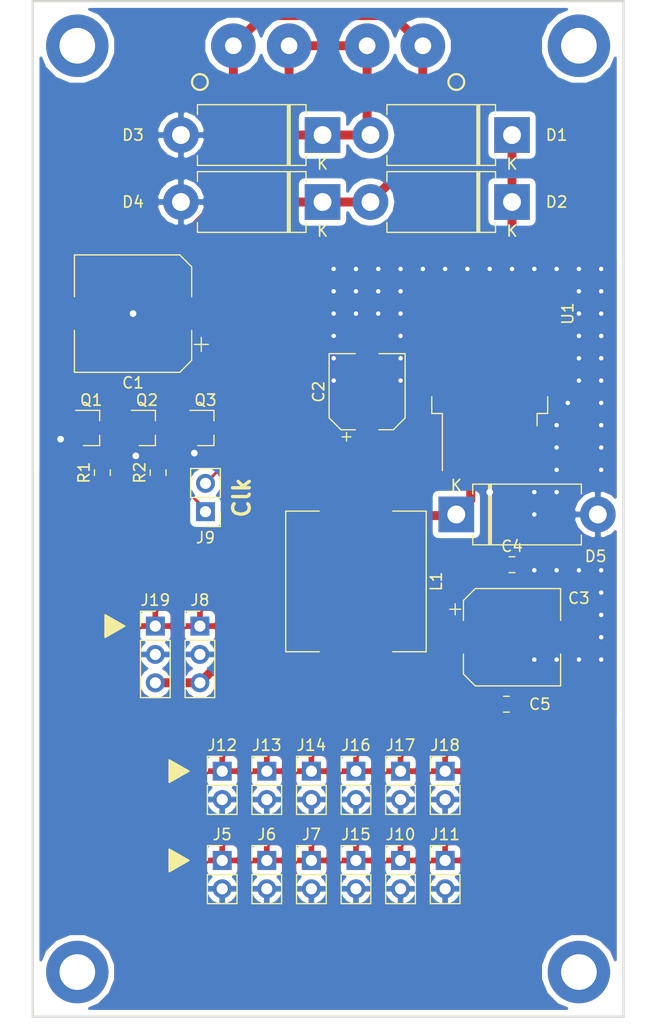
<source format=kicad_pcb>
(kicad_pcb (version 20171130) (host pcbnew "(5.0.1-3-g963ef8bb5)")

  (general
    (thickness 1.6)
    (drawings 10)
    (tracks 128)
    (zones 0)
    (modules 40)
    (nets 10)
  )

  (page A4)
  (layers
    (0 F.Cu signal)
    (31 B.Cu signal)
    (32 B.Adhes user)
    (33 F.Adhes user)
    (34 B.Paste user)
    (35 F.Paste user)
    (36 B.SilkS user)
    (37 F.SilkS user)
    (38 B.Mask user)
    (39 F.Mask user)
    (40 Dwgs.User user)
    (41 Cmts.User user)
    (42 Eco1.User user)
    (43 Eco2.User user)
    (44 Edge.Cuts user)
    (45 Margin user)
    (46 B.CrtYd user)
    (47 F.CrtYd user)
    (48 B.Fab user)
    (49 F.Fab user)
  )

  (setup
    (last_trace_width 0.25)
    (trace_clearance 0.2)
    (zone_clearance 0.508)
    (zone_45_only no)
    (trace_min 0.2)
    (segment_width 0.2)
    (edge_width 0.15)
    (via_size 0.8)
    (via_drill 0.4)
    (via_min_size 0.4)
    (via_min_drill 0.3)
    (uvia_size 0.3)
    (uvia_drill 0.1)
    (uvias_allowed no)
    (uvia_min_size 0.2)
    (uvia_min_drill 0.1)
    (pcb_text_width 0.3)
    (pcb_text_size 1.5 1.5)
    (mod_edge_width 0.15)
    (mod_text_size 1 1)
    (mod_text_width 0.15)
    (pad_size 1.524 1.524)
    (pad_drill 0.762)
    (pad_to_mask_clearance 0.051)
    (solder_mask_min_width 0.25)
    (aux_axis_origin 0 0)
    (visible_elements FFFDFF7F)
    (pcbplotparams
      (layerselection 0x010fc_ffffffff)
      (usegerberextensions false)
      (usegerberattributes false)
      (usegerberadvancedattributes false)
      (creategerberjobfile false)
      (excludeedgelayer true)
      (linewidth 0.100000)
      (plotframeref false)
      (viasonmask false)
      (mode 1)
      (useauxorigin false)
      (hpglpennumber 1)
      (hpglpenspeed 20)
      (hpglpendiameter 15.000000)
      (psnegative false)
      (psa4output false)
      (plotreference true)
      (plotvalue true)
      (plotinvisibletext false)
      (padsonsilk false)
      (subtractmaskfromsilk false)
      (outputformat 1)
      (mirror false)
      (drillshape 1)
      (scaleselection 1)
      (outputdirectory ""))
  )

  (net 0 "")
  (net 1 +10V)
  (net 2 GND)
  (net 3 VCC)
  (net 4 /~CLK)
  (net 5 /CLK)
  (net 6 "Net-(Q1-Pad3)")
  (net 7 /Sec_B)
  (net 8 /Sec_A)
  (net 9 /LM_out)

  (net_class Default "This is the default net class."
    (clearance 0.2)
    (trace_width 0.25)
    (via_dia 0.8)
    (via_drill 0.4)
    (uvia_dia 0.3)
    (uvia_drill 0.1)
    (add_net /CLK)
    (add_net /~CLK)
    (add_net "Net-(Q1-Pad3)")
  )

  (net_class power ""
    (clearance 0.3)
    (trace_width 0.8)
    (via_dia 1)
    (via_drill 0.6)
    (uvia_dia 0.3)
    (uvia_drill 0.1)
    (add_net +10V)
    (add_net /LM_out)
    (add_net /Sec_A)
    (add_net /Sec_B)
    (add_net GND)
    (add_net VCC)
  )

  (module Capacitor_SMD:CP_Elec_10x10 (layer F.Cu) (tedit 5A841F9D) (tstamp 5CA74C7C)
    (at 118 69 180)
    (descr "SMT capacitor, aluminium electrolytic, 10x10, Nichicon ")
    (tags "Capacitor Electrolytic")
    (path /5C18DD58)
    (attr smd)
    (fp_text reference C1 (at 0 -6.2 180) (layer F.SilkS)
      (effects (font (size 1 1) (thickness 0.15)))
    )
    (fp_text value "1000u 10v" (at 0 6.2 180) (layer F.Fab)
      (effects (font (size 1 1) (thickness 0.15)))
    )
    (fp_circle (center 0 0) (end 5 0) (layer F.Fab) (width 0.1))
    (fp_line (start 5.15 -5.15) (end 5.15 5.15) (layer F.Fab) (width 0.1))
    (fp_line (start -4.15 -5.15) (end 5.15 -5.15) (layer F.Fab) (width 0.1))
    (fp_line (start -4.15 5.15) (end 5.15 5.15) (layer F.Fab) (width 0.1))
    (fp_line (start -5.15 -4.15) (end -5.15 4.15) (layer F.Fab) (width 0.1))
    (fp_line (start -5.15 -4.15) (end -4.15 -5.15) (layer F.Fab) (width 0.1))
    (fp_line (start -5.15 4.15) (end -4.15 5.15) (layer F.Fab) (width 0.1))
    (fp_line (start -4.558325 -1.7) (end -3.558325 -1.7) (layer F.Fab) (width 0.1))
    (fp_line (start -4.058325 -2.2) (end -4.058325 -1.2) (layer F.Fab) (width 0.1))
    (fp_line (start 5.26 5.26) (end 5.26 1.51) (layer F.SilkS) (width 0.12))
    (fp_line (start 5.26 -5.26) (end 5.26 -1.51) (layer F.SilkS) (width 0.12))
    (fp_line (start -4.195563 -5.26) (end 5.26 -5.26) (layer F.SilkS) (width 0.12))
    (fp_line (start -4.195563 5.26) (end 5.26 5.26) (layer F.SilkS) (width 0.12))
    (fp_line (start -5.26 4.195563) (end -5.26 1.51) (layer F.SilkS) (width 0.12))
    (fp_line (start -5.26 -4.195563) (end -5.26 -1.51) (layer F.SilkS) (width 0.12))
    (fp_line (start -5.26 -4.195563) (end -4.195563 -5.26) (layer F.SilkS) (width 0.12))
    (fp_line (start -5.26 4.195563) (end -4.195563 5.26) (layer F.SilkS) (width 0.12))
    (fp_line (start -6.75 -2.76) (end -5.5 -2.76) (layer F.SilkS) (width 0.12))
    (fp_line (start -6.125 -3.385) (end -6.125 -2.135) (layer F.SilkS) (width 0.12))
    (fp_line (start 5.4 -5.4) (end 5.4 -1.5) (layer F.CrtYd) (width 0.05))
    (fp_line (start 5.4 -1.5) (end 6.25 -1.5) (layer F.CrtYd) (width 0.05))
    (fp_line (start 6.25 -1.5) (end 6.25 1.5) (layer F.CrtYd) (width 0.05))
    (fp_line (start 6.25 1.5) (end 5.4 1.5) (layer F.CrtYd) (width 0.05))
    (fp_line (start 5.4 1.5) (end 5.4 5.4) (layer F.CrtYd) (width 0.05))
    (fp_line (start -4.25 5.4) (end 5.4 5.4) (layer F.CrtYd) (width 0.05))
    (fp_line (start -4.25 -5.4) (end 5.4 -5.4) (layer F.CrtYd) (width 0.05))
    (fp_line (start -5.4 4.25) (end -4.25 5.4) (layer F.CrtYd) (width 0.05))
    (fp_line (start -5.4 -4.25) (end -4.25 -5.4) (layer F.CrtYd) (width 0.05))
    (fp_line (start -5.4 -4.25) (end -5.4 -1.5) (layer F.CrtYd) (width 0.05))
    (fp_line (start -5.4 1.5) (end -5.4 4.25) (layer F.CrtYd) (width 0.05))
    (fp_line (start -5.4 -1.5) (end -6.25 -1.5) (layer F.CrtYd) (width 0.05))
    (fp_line (start -6.25 -1.5) (end -6.25 1.5) (layer F.CrtYd) (width 0.05))
    (fp_line (start -6.25 1.5) (end -5.4 1.5) (layer F.CrtYd) (width 0.05))
    (fp_text user %R (at 0 0 180) (layer F.Fab)
      (effects (font (size 1 1) (thickness 0.15)))
    )
    (pad 1 smd rect (at -4 0 180) (size 4 2.5) (layers F.Cu F.Paste F.Mask)
      (net 1 +10V))
    (pad 2 smd rect (at 4 0 180) (size 4 2.5) (layers F.Cu F.Paste F.Mask)
      (net 2 GND))
    (model ${KISYS3DMOD}/Capacitor_SMD.3dshapes/CP_Elec_10x10.wrl
      (at (xyz 0 0 0))
      (scale (xyz 1 1 1))
      (rotate (xyz 0 0 0))
    )
  )

  (module Capacitor_SMD:CP_Elec_6.3x5.4 (layer F.Cu) (tedit 5A841F9D) (tstamp 5CA74CA4)
    (at 139 76 90)
    (descr "SMT capacitor, aluminium electrolytic, 6.3x5.4, Panasonic C55 ")
    (tags "Capacitor Electrolytic")
    (path /5C18E312)
    (attr smd)
    (fp_text reference C2 (at 0 -4.35 90) (layer F.SilkS)
      (effects (font (size 1 1) (thickness 0.15)))
    )
    (fp_text value "100u 16v" (at 0 4.35 90) (layer F.Fab)
      (effects (font (size 1 1) (thickness 0.15)))
    )
    (fp_circle (center 0 0) (end 3.15 0) (layer F.Fab) (width 0.1))
    (fp_line (start 3.3 -3.3) (end 3.3 3.3) (layer F.Fab) (width 0.1))
    (fp_line (start -2.3 -3.3) (end 3.3 -3.3) (layer F.Fab) (width 0.1))
    (fp_line (start -2.3 3.3) (end 3.3 3.3) (layer F.Fab) (width 0.1))
    (fp_line (start -3.3 -2.3) (end -3.3 2.3) (layer F.Fab) (width 0.1))
    (fp_line (start -3.3 -2.3) (end -2.3 -3.3) (layer F.Fab) (width 0.1))
    (fp_line (start -3.3 2.3) (end -2.3 3.3) (layer F.Fab) (width 0.1))
    (fp_line (start -2.704838 -1.33) (end -2.074838 -1.33) (layer F.Fab) (width 0.1))
    (fp_line (start -2.389838 -1.645) (end -2.389838 -1.015) (layer F.Fab) (width 0.1))
    (fp_line (start 3.41 3.41) (end 3.41 1.06) (layer F.SilkS) (width 0.12))
    (fp_line (start 3.41 -3.41) (end 3.41 -1.06) (layer F.SilkS) (width 0.12))
    (fp_line (start -2.345563 -3.41) (end 3.41 -3.41) (layer F.SilkS) (width 0.12))
    (fp_line (start -2.345563 3.41) (end 3.41 3.41) (layer F.SilkS) (width 0.12))
    (fp_line (start -3.41 2.345563) (end -3.41 1.06) (layer F.SilkS) (width 0.12))
    (fp_line (start -3.41 -2.345563) (end -3.41 -1.06) (layer F.SilkS) (width 0.12))
    (fp_line (start -3.41 -2.345563) (end -2.345563 -3.41) (layer F.SilkS) (width 0.12))
    (fp_line (start -3.41 2.345563) (end -2.345563 3.41) (layer F.SilkS) (width 0.12))
    (fp_line (start -4.4375 -1.8475) (end -3.65 -1.8475) (layer F.SilkS) (width 0.12))
    (fp_line (start -4.04375 -2.24125) (end -4.04375 -1.45375) (layer F.SilkS) (width 0.12))
    (fp_line (start 3.55 -3.55) (end 3.55 -1.05) (layer F.CrtYd) (width 0.05))
    (fp_line (start 3.55 -1.05) (end 4.8 -1.05) (layer F.CrtYd) (width 0.05))
    (fp_line (start 4.8 -1.05) (end 4.8 1.05) (layer F.CrtYd) (width 0.05))
    (fp_line (start 4.8 1.05) (end 3.55 1.05) (layer F.CrtYd) (width 0.05))
    (fp_line (start 3.55 1.05) (end 3.55 3.55) (layer F.CrtYd) (width 0.05))
    (fp_line (start -2.4 3.55) (end 3.55 3.55) (layer F.CrtYd) (width 0.05))
    (fp_line (start -2.4 -3.55) (end 3.55 -3.55) (layer F.CrtYd) (width 0.05))
    (fp_line (start -3.55 2.4) (end -2.4 3.55) (layer F.CrtYd) (width 0.05))
    (fp_line (start -3.55 -2.4) (end -2.4 -3.55) (layer F.CrtYd) (width 0.05))
    (fp_line (start -3.55 -2.4) (end -3.55 -1.05) (layer F.CrtYd) (width 0.05))
    (fp_line (start -3.55 1.05) (end -3.55 2.4) (layer F.CrtYd) (width 0.05))
    (fp_line (start -3.55 -1.05) (end -4.8 -1.05) (layer F.CrtYd) (width 0.05))
    (fp_line (start -4.8 -1.05) (end -4.8 1.05) (layer F.CrtYd) (width 0.05))
    (fp_line (start -4.8 1.05) (end -3.55 1.05) (layer F.CrtYd) (width 0.05))
    (fp_text user %R (at 0 0 90) (layer F.Fab)
      (effects (font (size 1 1) (thickness 0.15)))
    )
    (pad 1 smd rect (at -2.8 0 90) (size 3.5 1.6) (layers F.Cu F.Paste F.Mask)
      (net 1 +10V))
    (pad 2 smd rect (at 2.8 0 90) (size 3.5 1.6) (layers F.Cu F.Paste F.Mask)
      (net 2 GND))
    (model ${KISYS3DMOD}/Capacitor_SMD.3dshapes/CP_Elec_6.3x5.4.wrl
      (at (xyz 0 0 0))
      (scale (xyz 1 1 1))
      (rotate (xyz 0 0 0))
    )
  )

  (module Capacitor_SMD:CP_Elec_8x10.5 (layer F.Cu) (tedit 5A841F9D) (tstamp 5CA74CCC)
    (at 152 98)
    (descr "SMT capacitor, aluminium electrolytic, 8x10.5, Vishay 0810 http://www.vishay.com/docs/28395/150crz.pdf")
    (tags "Capacitor Electrolytic")
    (path /5C18E981)
    (attr smd)
    (fp_text reference C3 (at 6 -3.5) (layer F.SilkS)
      (effects (font (size 1 1) (thickness 0.15)))
    )
    (fp_text value "1000u 6.3v" (at 0 5.3) (layer F.Fab)
      (effects (font (size 1 1) (thickness 0.15)))
    )
    (fp_circle (center 0 0) (end 4 0) (layer F.Fab) (width 0.1))
    (fp_line (start 4.25 -4.25) (end 4.25 4.25) (layer F.Fab) (width 0.1))
    (fp_line (start -3.25 -4.25) (end 4.25 -4.25) (layer F.Fab) (width 0.1))
    (fp_line (start -3.25 4.25) (end 4.25 4.25) (layer F.Fab) (width 0.1))
    (fp_line (start -4.25 -3.25) (end -4.25 3.25) (layer F.Fab) (width 0.1))
    (fp_line (start -4.25 -3.25) (end -3.25 -4.25) (layer F.Fab) (width 0.1))
    (fp_line (start -4.25 3.25) (end -3.25 4.25) (layer F.Fab) (width 0.1))
    (fp_line (start -3.562278 -1.5) (end -2.762278 -1.5) (layer F.Fab) (width 0.1))
    (fp_line (start -3.162278 -1.9) (end -3.162278 -1.1) (layer F.Fab) (width 0.1))
    (fp_line (start 4.36 4.36) (end 4.36 1.51) (layer F.SilkS) (width 0.12))
    (fp_line (start 4.36 -4.36) (end 4.36 -1.51) (layer F.SilkS) (width 0.12))
    (fp_line (start -3.295563 -4.36) (end 4.36 -4.36) (layer F.SilkS) (width 0.12))
    (fp_line (start -3.295563 4.36) (end 4.36 4.36) (layer F.SilkS) (width 0.12))
    (fp_line (start -4.36 3.295563) (end -4.36 1.51) (layer F.SilkS) (width 0.12))
    (fp_line (start -4.36 -3.295563) (end -4.36 -1.51) (layer F.SilkS) (width 0.12))
    (fp_line (start -4.36 -3.295563) (end -3.295563 -4.36) (layer F.SilkS) (width 0.12))
    (fp_line (start -4.36 3.295563) (end -3.295563 4.36) (layer F.SilkS) (width 0.12))
    (fp_line (start -5.6 -2.51) (end -4.6 -2.51) (layer F.SilkS) (width 0.12))
    (fp_line (start -5.1 -3.01) (end -5.1 -2.01) (layer F.SilkS) (width 0.12))
    (fp_line (start 4.5 -4.5) (end 4.5 -1.5) (layer F.CrtYd) (width 0.05))
    (fp_line (start 4.5 -1.5) (end 6.15 -1.5) (layer F.CrtYd) (width 0.05))
    (fp_line (start 6.15 -1.5) (end 6.15 1.5) (layer F.CrtYd) (width 0.05))
    (fp_line (start 6.15 1.5) (end 4.5 1.5) (layer F.CrtYd) (width 0.05))
    (fp_line (start 4.5 1.5) (end 4.5 4.5) (layer F.CrtYd) (width 0.05))
    (fp_line (start -3.35 4.5) (end 4.5 4.5) (layer F.CrtYd) (width 0.05))
    (fp_line (start -3.35 -4.5) (end 4.5 -4.5) (layer F.CrtYd) (width 0.05))
    (fp_line (start -4.5 3.35) (end -3.35 4.5) (layer F.CrtYd) (width 0.05))
    (fp_line (start -4.5 -3.35) (end -3.35 -4.5) (layer F.CrtYd) (width 0.05))
    (fp_line (start -4.5 -3.35) (end -4.5 -1.5) (layer F.CrtYd) (width 0.05))
    (fp_line (start -4.5 1.5) (end -4.5 3.35) (layer F.CrtYd) (width 0.05))
    (fp_line (start -4.5 -1.5) (end -6.15 -1.5) (layer F.CrtYd) (width 0.05))
    (fp_line (start -6.15 -1.5) (end -6.15 1.5) (layer F.CrtYd) (width 0.05))
    (fp_line (start -6.15 1.5) (end -4.5 1.5) (layer F.CrtYd) (width 0.05))
    (fp_text user %R (at 0 0) (layer F.Fab)
      (effects (font (size 1 1) (thickness 0.15)))
    )
    (pad 1 smd rect (at -3.7 0) (size 4.4 2.5) (layers F.Cu F.Paste F.Mask)
      (net 3 VCC))
    (pad 2 smd rect (at 3.7 0) (size 4.4 2.5) (layers F.Cu F.Paste F.Mask)
      (net 2 GND))
    (model ${KISYS3DMOD}/Capacitor_SMD.3dshapes/CP_Elec_8x10.5.wrl
      (at (xyz 0 0 0))
      (scale (xyz 1 1 1))
      (rotate (xyz 0 0 0))
    )
  )

  (module Diode_THT:D_DO-201AD_P12.70mm_Horizontal (layer F.Cu) (tedit 5AE50CD5) (tstamp 5CA74CEB)
    (at 152 53 180)
    (descr "Diode, DO-201AD series, Axial, Horizontal, pin pitch=12.7mm, , length*diameter=9.5*5.2mm^2, , http://www.diodes.com/_files/packages/DO-201AD.pdf")
    (tags "Diode DO-201AD series Axial Horizontal pin pitch 12.7mm  length 9.5mm diameter 5.2mm")
    (path /5C18DB21)
    (fp_text reference D1 (at -4 0 180) (layer F.SilkS)
      (effects (font (size 1 1) (thickness 0.15)))
    )
    (fp_text value 1N5822 (at 6.35 3.72 180) (layer F.Fab)
      (effects (font (size 1 1) (thickness 0.15)))
    )
    (fp_line (start 1.6 -2.6) (end 1.6 2.6) (layer F.Fab) (width 0.1))
    (fp_line (start 1.6 2.6) (end 11.1 2.6) (layer F.Fab) (width 0.1))
    (fp_line (start 11.1 2.6) (end 11.1 -2.6) (layer F.Fab) (width 0.1))
    (fp_line (start 11.1 -2.6) (end 1.6 -2.6) (layer F.Fab) (width 0.1))
    (fp_line (start 0 0) (end 1.6 0) (layer F.Fab) (width 0.1))
    (fp_line (start 12.7 0) (end 11.1 0) (layer F.Fab) (width 0.1))
    (fp_line (start 3.025 -2.6) (end 3.025 2.6) (layer F.Fab) (width 0.1))
    (fp_line (start 3.125 -2.6) (end 3.125 2.6) (layer F.Fab) (width 0.1))
    (fp_line (start 2.925 -2.6) (end 2.925 2.6) (layer F.Fab) (width 0.1))
    (fp_line (start 1.48 -1.84) (end 1.48 -2.72) (layer F.SilkS) (width 0.12))
    (fp_line (start 1.48 -2.72) (end 11.22 -2.72) (layer F.SilkS) (width 0.12))
    (fp_line (start 11.22 -2.72) (end 11.22 -1.84) (layer F.SilkS) (width 0.12))
    (fp_line (start 1.48 1.84) (end 1.48 2.72) (layer F.SilkS) (width 0.12))
    (fp_line (start 1.48 2.72) (end 11.22 2.72) (layer F.SilkS) (width 0.12))
    (fp_line (start 11.22 2.72) (end 11.22 1.84) (layer F.SilkS) (width 0.12))
    (fp_line (start 3.025 -2.72) (end 3.025 2.72) (layer F.SilkS) (width 0.12))
    (fp_line (start 3.145 -2.72) (end 3.145 2.72) (layer F.SilkS) (width 0.12))
    (fp_line (start 2.905 -2.72) (end 2.905 2.72) (layer F.SilkS) (width 0.12))
    (fp_line (start -1.85 -2.85) (end -1.85 2.85) (layer F.CrtYd) (width 0.05))
    (fp_line (start -1.85 2.85) (end 14.55 2.85) (layer F.CrtYd) (width 0.05))
    (fp_line (start 14.55 2.85) (end 14.55 -2.85) (layer F.CrtYd) (width 0.05))
    (fp_line (start 14.55 -2.85) (end -1.85 -2.85) (layer F.CrtYd) (width 0.05))
    (fp_text user %R (at 7.0625 0 180) (layer F.Fab)
      (effects (font (size 1 1) (thickness 0.15)))
    )
    (fp_text user K (at 0 -2.6 180) (layer F.Fab)
      (effects (font (size 1 1) (thickness 0.15)))
    )
    (fp_text user K (at 0 -2.6 180) (layer F.SilkS)
      (effects (font (size 1 1) (thickness 0.15)))
    )
    (pad 1 thru_hole rect (at 0 0 180) (size 3.2 3.2) (drill 1.6) (layers *.Cu *.Mask)
      (net 1 +10V))
    (pad 2 thru_hole oval (at 12.7 0 180) (size 3.2 3.2) (drill 1.6) (layers *.Cu *.Mask)
      (net 7 /Sec_B))
    (model ${KISYS3DMOD}/Diode_THT.3dshapes/D_DO-201AD_P12.70mm_Horizontal.wrl
      (at (xyz 0 0 0))
      (scale (xyz 1 1 1))
      (rotate (xyz 0 0 0))
    )
  )

  (module Diode_THT:D_DO-201AD_P12.70mm_Horizontal (layer F.Cu) (tedit 5AE50CD5) (tstamp 5CA74D0A)
    (at 152 59 180)
    (descr "Diode, DO-201AD series, Axial, Horizontal, pin pitch=12.7mm, , length*diameter=9.5*5.2mm^2, , http://www.diodes.com/_files/packages/DO-201AD.pdf")
    (tags "Diode DO-201AD series Axial Horizontal pin pitch 12.7mm  length 9.5mm diameter 5.2mm")
    (path /5C18DC4C)
    (fp_text reference D2 (at -4 0 180) (layer F.SilkS)
      (effects (font (size 1 1) (thickness 0.15)))
    )
    (fp_text value 1N5822 (at 6.35 3.72 180) (layer F.Fab)
      (effects (font (size 1 1) (thickness 0.15)))
    )
    (fp_text user K (at 0 -2.6 180) (layer F.SilkS)
      (effects (font (size 1 1) (thickness 0.15)))
    )
    (fp_text user K (at 0 -2.6 180) (layer F.Fab)
      (effects (font (size 1 1) (thickness 0.15)))
    )
    (fp_text user %R (at 7.0625 0 180) (layer F.Fab)
      (effects (font (size 1 1) (thickness 0.15)))
    )
    (fp_line (start 14.55 -2.85) (end -1.85 -2.85) (layer F.CrtYd) (width 0.05))
    (fp_line (start 14.55 2.85) (end 14.55 -2.85) (layer F.CrtYd) (width 0.05))
    (fp_line (start -1.85 2.85) (end 14.55 2.85) (layer F.CrtYd) (width 0.05))
    (fp_line (start -1.85 -2.85) (end -1.85 2.85) (layer F.CrtYd) (width 0.05))
    (fp_line (start 2.905 -2.72) (end 2.905 2.72) (layer F.SilkS) (width 0.12))
    (fp_line (start 3.145 -2.72) (end 3.145 2.72) (layer F.SilkS) (width 0.12))
    (fp_line (start 3.025 -2.72) (end 3.025 2.72) (layer F.SilkS) (width 0.12))
    (fp_line (start 11.22 2.72) (end 11.22 1.84) (layer F.SilkS) (width 0.12))
    (fp_line (start 1.48 2.72) (end 11.22 2.72) (layer F.SilkS) (width 0.12))
    (fp_line (start 1.48 1.84) (end 1.48 2.72) (layer F.SilkS) (width 0.12))
    (fp_line (start 11.22 -2.72) (end 11.22 -1.84) (layer F.SilkS) (width 0.12))
    (fp_line (start 1.48 -2.72) (end 11.22 -2.72) (layer F.SilkS) (width 0.12))
    (fp_line (start 1.48 -1.84) (end 1.48 -2.72) (layer F.SilkS) (width 0.12))
    (fp_line (start 2.925 -2.6) (end 2.925 2.6) (layer F.Fab) (width 0.1))
    (fp_line (start 3.125 -2.6) (end 3.125 2.6) (layer F.Fab) (width 0.1))
    (fp_line (start 3.025 -2.6) (end 3.025 2.6) (layer F.Fab) (width 0.1))
    (fp_line (start 12.7 0) (end 11.1 0) (layer F.Fab) (width 0.1))
    (fp_line (start 0 0) (end 1.6 0) (layer F.Fab) (width 0.1))
    (fp_line (start 11.1 -2.6) (end 1.6 -2.6) (layer F.Fab) (width 0.1))
    (fp_line (start 11.1 2.6) (end 11.1 -2.6) (layer F.Fab) (width 0.1))
    (fp_line (start 1.6 2.6) (end 11.1 2.6) (layer F.Fab) (width 0.1))
    (fp_line (start 1.6 -2.6) (end 1.6 2.6) (layer F.Fab) (width 0.1))
    (pad 2 thru_hole oval (at 12.7 0 180) (size 3.2 3.2) (drill 1.6) (layers *.Cu *.Mask)
      (net 8 /Sec_A))
    (pad 1 thru_hole rect (at 0 0 180) (size 3.2 3.2) (drill 1.6) (layers *.Cu *.Mask)
      (net 1 +10V))
    (model ${KISYS3DMOD}/Diode_THT.3dshapes/D_DO-201AD_P12.70mm_Horizontal.wrl
      (at (xyz 0 0 0))
      (scale (xyz 1 1 1))
      (rotate (xyz 0 0 0))
    )
  )

  (module Diode_THT:D_DO-201AD_P12.70mm_Horizontal (layer F.Cu) (tedit 5AE50CD5) (tstamp 5CA74D29)
    (at 135 53 180)
    (descr "Diode, DO-201AD series, Axial, Horizontal, pin pitch=12.7mm, , length*diameter=9.5*5.2mm^2, , http://www.diodes.com/_files/packages/DO-201AD.pdf")
    (tags "Diode DO-201AD series Axial Horizontal pin pitch 12.7mm  length 9.5mm diameter 5.2mm")
    (path /5C18DBC2)
    (fp_text reference D3 (at 17 0 180) (layer F.SilkS)
      (effects (font (size 1 1) (thickness 0.15)))
    )
    (fp_text value 1N5822 (at 6.35 3.72 180) (layer F.Fab)
      (effects (font (size 1 1) (thickness 0.15)))
    )
    (fp_line (start 1.6 -2.6) (end 1.6 2.6) (layer F.Fab) (width 0.1))
    (fp_line (start 1.6 2.6) (end 11.1 2.6) (layer F.Fab) (width 0.1))
    (fp_line (start 11.1 2.6) (end 11.1 -2.6) (layer F.Fab) (width 0.1))
    (fp_line (start 11.1 -2.6) (end 1.6 -2.6) (layer F.Fab) (width 0.1))
    (fp_line (start 0 0) (end 1.6 0) (layer F.Fab) (width 0.1))
    (fp_line (start 12.7 0) (end 11.1 0) (layer F.Fab) (width 0.1))
    (fp_line (start 3.025 -2.6) (end 3.025 2.6) (layer F.Fab) (width 0.1))
    (fp_line (start 3.125 -2.6) (end 3.125 2.6) (layer F.Fab) (width 0.1))
    (fp_line (start 2.925 -2.6) (end 2.925 2.6) (layer F.Fab) (width 0.1))
    (fp_line (start 1.48 -1.84) (end 1.48 -2.72) (layer F.SilkS) (width 0.12))
    (fp_line (start 1.48 -2.72) (end 11.22 -2.72) (layer F.SilkS) (width 0.12))
    (fp_line (start 11.22 -2.72) (end 11.22 -1.84) (layer F.SilkS) (width 0.12))
    (fp_line (start 1.48 1.84) (end 1.48 2.72) (layer F.SilkS) (width 0.12))
    (fp_line (start 1.48 2.72) (end 11.22 2.72) (layer F.SilkS) (width 0.12))
    (fp_line (start 11.22 2.72) (end 11.22 1.84) (layer F.SilkS) (width 0.12))
    (fp_line (start 3.025 -2.72) (end 3.025 2.72) (layer F.SilkS) (width 0.12))
    (fp_line (start 3.145 -2.72) (end 3.145 2.72) (layer F.SilkS) (width 0.12))
    (fp_line (start 2.905 -2.72) (end 2.905 2.72) (layer F.SilkS) (width 0.12))
    (fp_line (start -1.85 -2.85) (end -1.85 2.85) (layer F.CrtYd) (width 0.05))
    (fp_line (start -1.85 2.85) (end 14.55 2.85) (layer F.CrtYd) (width 0.05))
    (fp_line (start 14.55 2.85) (end 14.55 -2.85) (layer F.CrtYd) (width 0.05))
    (fp_line (start 14.55 -2.85) (end -1.85 -2.85) (layer F.CrtYd) (width 0.05))
    (fp_text user %R (at 7.0625 0 180) (layer F.Fab)
      (effects (font (size 1 1) (thickness 0.15)))
    )
    (fp_text user K (at 0 -2.6 180) (layer F.Fab)
      (effects (font (size 1 1) (thickness 0.15)))
    )
    (fp_text user K (at 0 -2.6 180) (layer F.SilkS)
      (effects (font (size 1 1) (thickness 0.15)))
    )
    (pad 1 thru_hole rect (at 0 0 180) (size 3.2 3.2) (drill 1.6) (layers *.Cu *.Mask)
      (net 7 /Sec_B))
    (pad 2 thru_hole oval (at 12.7 0 180) (size 3.2 3.2) (drill 1.6) (layers *.Cu *.Mask)
      (net 2 GND))
    (model ${KISYS3DMOD}/Diode_THT.3dshapes/D_DO-201AD_P12.70mm_Horizontal.wrl
      (at (xyz 0 0 0))
      (scale (xyz 1 1 1))
      (rotate (xyz 0 0 0))
    )
  )

  (module Diode_THT:D_DO-201AD_P12.70mm_Horizontal (layer F.Cu) (tedit 5AE50CD5) (tstamp 5CA74D48)
    (at 135 59 180)
    (descr "Diode, DO-201AD series, Axial, Horizontal, pin pitch=12.7mm, , length*diameter=9.5*5.2mm^2, , http://www.diodes.com/_files/packages/DO-201AD.pdf")
    (tags "Diode DO-201AD series Axial Horizontal pin pitch 12.7mm  length 9.5mm diameter 5.2mm")
    (path /5C18DB89)
    (fp_text reference D4 (at 17 0 180) (layer F.SilkS)
      (effects (font (size 1 1) (thickness 0.15)))
    )
    (fp_text value 1N5822 (at 6.35 3.72 180) (layer F.Fab)
      (effects (font (size 1 1) (thickness 0.15)))
    )
    (fp_text user K (at 0 -2.6 180) (layer F.SilkS)
      (effects (font (size 1 1) (thickness 0.15)))
    )
    (fp_text user K (at 0 -2.6 180) (layer F.Fab)
      (effects (font (size 1 1) (thickness 0.15)))
    )
    (fp_text user %R (at 7.0625 0 180) (layer F.Fab)
      (effects (font (size 1 1) (thickness 0.15)))
    )
    (fp_line (start 14.55 -2.85) (end -1.85 -2.85) (layer F.CrtYd) (width 0.05))
    (fp_line (start 14.55 2.85) (end 14.55 -2.85) (layer F.CrtYd) (width 0.05))
    (fp_line (start -1.85 2.85) (end 14.55 2.85) (layer F.CrtYd) (width 0.05))
    (fp_line (start -1.85 -2.85) (end -1.85 2.85) (layer F.CrtYd) (width 0.05))
    (fp_line (start 2.905 -2.72) (end 2.905 2.72) (layer F.SilkS) (width 0.12))
    (fp_line (start 3.145 -2.72) (end 3.145 2.72) (layer F.SilkS) (width 0.12))
    (fp_line (start 3.025 -2.72) (end 3.025 2.72) (layer F.SilkS) (width 0.12))
    (fp_line (start 11.22 2.72) (end 11.22 1.84) (layer F.SilkS) (width 0.12))
    (fp_line (start 1.48 2.72) (end 11.22 2.72) (layer F.SilkS) (width 0.12))
    (fp_line (start 1.48 1.84) (end 1.48 2.72) (layer F.SilkS) (width 0.12))
    (fp_line (start 11.22 -2.72) (end 11.22 -1.84) (layer F.SilkS) (width 0.12))
    (fp_line (start 1.48 -2.72) (end 11.22 -2.72) (layer F.SilkS) (width 0.12))
    (fp_line (start 1.48 -1.84) (end 1.48 -2.72) (layer F.SilkS) (width 0.12))
    (fp_line (start 2.925 -2.6) (end 2.925 2.6) (layer F.Fab) (width 0.1))
    (fp_line (start 3.125 -2.6) (end 3.125 2.6) (layer F.Fab) (width 0.1))
    (fp_line (start 3.025 -2.6) (end 3.025 2.6) (layer F.Fab) (width 0.1))
    (fp_line (start 12.7 0) (end 11.1 0) (layer F.Fab) (width 0.1))
    (fp_line (start 0 0) (end 1.6 0) (layer F.Fab) (width 0.1))
    (fp_line (start 11.1 -2.6) (end 1.6 -2.6) (layer F.Fab) (width 0.1))
    (fp_line (start 11.1 2.6) (end 11.1 -2.6) (layer F.Fab) (width 0.1))
    (fp_line (start 1.6 2.6) (end 11.1 2.6) (layer F.Fab) (width 0.1))
    (fp_line (start 1.6 -2.6) (end 1.6 2.6) (layer F.Fab) (width 0.1))
    (pad 2 thru_hole oval (at 12.7 0 180) (size 3.2 3.2) (drill 1.6) (layers *.Cu *.Mask)
      (net 2 GND))
    (pad 1 thru_hole rect (at 0 0 180) (size 3.2 3.2) (drill 1.6) (layers *.Cu *.Mask)
      (net 8 /Sec_A))
    (model ${KISYS3DMOD}/Diode_THT.3dshapes/D_DO-201AD_P12.70mm_Horizontal.wrl
      (at (xyz 0 0 0))
      (scale (xyz 1 1 1))
      (rotate (xyz 0 0 0))
    )
  )

  (module Diode_THT:D_DO-201AD_P12.70mm_Horizontal (layer F.Cu) (tedit 5AE50CD5) (tstamp 5CA762CC)
    (at 147 87)
    (descr "Diode, DO-201AD series, Axial, Horizontal, pin pitch=12.7mm, , length*diameter=9.5*5.2mm^2, , http://www.diodes.com/_files/packages/DO-201AD.pdf")
    (tags "Diode DO-201AD series Axial Horizontal pin pitch 12.7mm  length 9.5mm diameter 5.2mm")
    (path /5C18E600)
    (fp_text reference D5 (at 12.5 3.75) (layer F.SilkS)
      (effects (font (size 1 1) (thickness 0.15)))
    )
    (fp_text value 1N5822 (at 6.35 3.72) (layer F.Fab)
      (effects (font (size 1 1) (thickness 0.15)))
    )
    (fp_line (start 1.6 -2.6) (end 1.6 2.6) (layer F.Fab) (width 0.1))
    (fp_line (start 1.6 2.6) (end 11.1 2.6) (layer F.Fab) (width 0.1))
    (fp_line (start 11.1 2.6) (end 11.1 -2.6) (layer F.Fab) (width 0.1))
    (fp_line (start 11.1 -2.6) (end 1.6 -2.6) (layer F.Fab) (width 0.1))
    (fp_line (start 0 0) (end 1.6 0) (layer F.Fab) (width 0.1))
    (fp_line (start 12.7 0) (end 11.1 0) (layer F.Fab) (width 0.1))
    (fp_line (start 3.025 -2.6) (end 3.025 2.6) (layer F.Fab) (width 0.1))
    (fp_line (start 3.125 -2.6) (end 3.125 2.6) (layer F.Fab) (width 0.1))
    (fp_line (start 2.925 -2.6) (end 2.925 2.6) (layer F.Fab) (width 0.1))
    (fp_line (start 1.48 -1.84) (end 1.48 -2.72) (layer F.SilkS) (width 0.12))
    (fp_line (start 1.48 -2.72) (end 11.22 -2.72) (layer F.SilkS) (width 0.12))
    (fp_line (start 11.22 -2.72) (end 11.22 -1.84) (layer F.SilkS) (width 0.12))
    (fp_line (start 1.48 1.84) (end 1.48 2.72) (layer F.SilkS) (width 0.12))
    (fp_line (start 1.48 2.72) (end 11.22 2.72) (layer F.SilkS) (width 0.12))
    (fp_line (start 11.22 2.72) (end 11.22 1.84) (layer F.SilkS) (width 0.12))
    (fp_line (start 3.025 -2.72) (end 3.025 2.72) (layer F.SilkS) (width 0.12))
    (fp_line (start 3.145 -2.72) (end 3.145 2.72) (layer F.SilkS) (width 0.12))
    (fp_line (start 2.905 -2.72) (end 2.905 2.72) (layer F.SilkS) (width 0.12))
    (fp_line (start -1.85 -2.85) (end -1.85 2.85) (layer F.CrtYd) (width 0.05))
    (fp_line (start -1.85 2.85) (end 14.55 2.85) (layer F.CrtYd) (width 0.05))
    (fp_line (start 14.55 2.85) (end 14.55 -2.85) (layer F.CrtYd) (width 0.05))
    (fp_line (start 14.55 -2.85) (end -1.85 -2.85) (layer F.CrtYd) (width 0.05))
    (fp_text user %R (at 7.0625 0) (layer F.Fab)
      (effects (font (size 1 1) (thickness 0.15)))
    )
    (fp_text user K (at 0 -2.6) (layer F.Fab)
      (effects (font (size 1 1) (thickness 0.15)))
    )
    (fp_text user K (at 0 -2.6) (layer F.SilkS)
      (effects (font (size 1 1) (thickness 0.15)))
    )
    (pad 1 thru_hole rect (at 0 0) (size 3.2 3.2) (drill 1.6) (layers *.Cu *.Mask)
      (net 9 /LM_out))
    (pad 2 thru_hole oval (at 12.7 0) (size 3.2 3.2) (drill 1.6) (layers *.Cu *.Mask)
      (net 2 GND))
    (model ${KISYS3DMOD}/Diode_THT.3dshapes/D_DO-201AD_P12.70mm_Horizontal.wrl
      (at (xyz 0 0 0))
      (scale (xyz 1 1 1))
      (rotate (xyz 0 0 0))
    )
  )

  (module MountingHole:MountingHole_3.2mm_M3_DIN965_Pad (layer F.Cu) (tedit 5C3AEEC8) (tstamp 5CA74D6F)
    (at 113 45)
    (descr "Mounting Hole 3.2mm, M3, DIN965")
    (tags "mounting hole 3.2mm m3 din965")
    (path /5C3C250C)
    (attr virtual)
    (fp_text reference H1 (at 0 -3.8) (layer F.SilkS) hide
      (effects (font (size 1 1) (thickness 0.15)))
    )
    (fp_text value MountingHole_Pad (at 0 3.8) (layer F.Fab)
      (effects (font (size 1 1) (thickness 0.15)))
    )
    (fp_circle (center 0 0) (end 3.05 0) (layer F.CrtYd) (width 0.05))
    (fp_circle (center 0 0) (end 2.8 0) (layer Cmts.User) (width 0.15))
    (fp_text user %R (at 0.3 0) (layer F.Fab)
      (effects (font (size 1 1) (thickness 0.15)))
    )
    (pad 1 thru_hole circle (at 0 0) (size 5.6 5.6) (drill 3.2) (layers *.Cu *.Mask))
  )

  (module MountingHole:MountingHole_3.2mm_M3_DIN965_Pad (layer F.Cu) (tedit 5C3AEEC4) (tstamp 5CA74D77)
    (at 158 45)
    (descr "Mounting Hole 3.2mm, M3, DIN965")
    (tags "mounting hole 3.2mm m3 din965")
    (path /5C3C2E51)
    (attr virtual)
    (fp_text reference H2 (at 0 -3.8) (layer F.SilkS) hide
      (effects (font (size 1 1) (thickness 0.15)))
    )
    (fp_text value MountingHole_Pad (at 0 3.8) (layer F.Fab)
      (effects (font (size 1 1) (thickness 0.15)))
    )
    (fp_text user %R (at 0.3 0) (layer F.Fab)
      (effects (font (size 1 1) (thickness 0.15)))
    )
    (fp_circle (center 0 0) (end 2.8 0) (layer Cmts.User) (width 0.15))
    (fp_circle (center 0 0) (end 3.05 0) (layer F.CrtYd) (width 0.05))
    (pad 1 thru_hole circle (at 0 0) (size 5.6 5.6) (drill 3.2) (layers *.Cu *.Mask))
  )

  (module MountingHole:MountingHole_3.2mm_M3_DIN965_Pad (layer F.Cu) (tedit 5C3AEEC0) (tstamp 5CA74D7F)
    (at 158 128)
    (descr "Mounting Hole 3.2mm, M3, DIN965")
    (tags "mounting hole 3.2mm m3 din965")
    (path /5C3C2EAB)
    (attr virtual)
    (fp_text reference H3 (at 0 -3.8) (layer F.SilkS) hide
      (effects (font (size 1 1) (thickness 0.15)))
    )
    (fp_text value MountingHole_Pad (at 0 3.8) (layer F.Fab)
      (effects (font (size 1 1) (thickness 0.15)))
    )
    (fp_circle (center 0 0) (end 3.05 0) (layer F.CrtYd) (width 0.05))
    (fp_circle (center 0 0) (end 2.8 0) (layer Cmts.User) (width 0.15))
    (fp_text user %R (at 0.3 0) (layer F.Fab)
      (effects (font (size 1 1) (thickness 0.15)))
    )
    (pad 1 thru_hole circle (at 0 0) (size 5.6 5.6) (drill 3.2) (layers *.Cu *.Mask))
  )

  (module MountingHole:MountingHole_3.2mm_M3_DIN965_Pad (layer F.Cu) (tedit 5C3AEEBD) (tstamp 5CA74D87)
    (at 113 128)
    (descr "Mounting Hole 3.2mm, M3, DIN965")
    (tags "mounting hole 3.2mm m3 din965")
    (path /5C3C2F08)
    (attr virtual)
    (fp_text reference H4 (at 0 -3.8) (layer F.SilkS) hide
      (effects (font (size 1 1) (thickness 0.15)))
    )
    (fp_text value MountingHole_Pad (at 0 3.8) (layer F.Fab)
      (effects (font (size 1 1) (thickness 0.15)))
    )
    (fp_text user %R (at 0.3 0) (layer F.Fab)
      (effects (font (size 1 1) (thickness 0.15)))
    )
    (fp_circle (center 0 0) (end 2.8 0) (layer Cmts.User) (width 0.15))
    (fp_circle (center 0 0) (end 3.05 0) (layer F.CrtYd) (width 0.05))
    (pad 1 thru_hole circle (at 0 0) (size 5.6 5.6) (drill 3.2) (layers *.Cu *.Mask))
  )

  (module Connector_Wire:SolderWirePad_1x01_Drill1.5mm (layer F.Cu) (tedit 5C3AF92D) (tstamp 5CA74D91)
    (at 127 45)
    (descr "Wire solder connection")
    (tags connector)
    (path /5C18D93E)
    (attr virtual)
    (fp_text reference J1 (at 0 -3.81) (layer F.SilkS) hide
      (effects (font (size 1 1) (thickness 0.15)))
    )
    (fp_text value Sec_1A (at 0 3.81) (layer F.Fab)
      (effects (font (size 1 1) (thickness 0.15)))
    )
    (fp_text user %R (at 0 0) (layer F.Fab)
      (effects (font (size 1 1) (thickness 0.15)))
    )
    (fp_line (start -2.5 -2.5) (end 2.5 -2.5) (layer F.CrtYd) (width 0.05))
    (fp_line (start -2.5 -2.5) (end -2.5 2.5) (layer F.CrtYd) (width 0.05))
    (fp_line (start 2.5 2.5) (end 2.5 -2.5) (layer F.CrtYd) (width 0.05))
    (fp_line (start 2.5 2.5) (end -2.5 2.5) (layer F.CrtYd) (width 0.05))
    (pad 1 thru_hole circle (at 0 0) (size 4.0005 4.0005) (drill 1.50114) (layers *.Cu *.Mask)
      (net 8 /Sec_A))
  )

  (module Connector_Wire:SolderWirePad_1x01_Drill1.5mm (layer F.Cu) (tedit 5C3AF93A) (tstamp 5CA75704)
    (at 144 45)
    (descr "Wire solder connection")
    (tags connector)
    (path /5C18D9B2)
    (attr virtual)
    (fp_text reference J2 (at 0 -3.81) (layer F.SilkS) hide
      (effects (font (size 1 1) (thickness 0.15)))
    )
    (fp_text value Sec_2A (at 0 3.81) (layer F.Fab)
      (effects (font (size 1 1) (thickness 0.15)))
    )
    (fp_line (start 2.5 2.5) (end -2.5 2.5) (layer F.CrtYd) (width 0.05))
    (fp_line (start 2.5 2.5) (end 2.5 -2.5) (layer F.CrtYd) (width 0.05))
    (fp_line (start -2.5 -2.5) (end -2.5 2.5) (layer F.CrtYd) (width 0.05))
    (fp_line (start -2.5 -2.5) (end 2.5 -2.5) (layer F.CrtYd) (width 0.05))
    (fp_text user %R (at 0 0) (layer F.Fab)
      (effects (font (size 1 1) (thickness 0.15)))
    )
    (pad 1 thru_hole circle (at 0 0) (size 4.0005 4.0005) (drill 1.50114) (layers *.Cu *.Mask)
      (net 8 /Sec_A))
  )

  (module Connector_Wire:SolderWirePad_1x01_Drill1.5mm (layer F.Cu) (tedit 5C3AF935) (tstamp 5CA756D7)
    (at 139 45)
    (descr "Wire solder connection")
    (tags connector)
    (path /5C18DA96)
    (attr virtual)
    (fp_text reference J3 (at 0 -3.81) (layer F.SilkS) hide
      (effects (font (size 1 1) (thickness 0.15)))
    )
    (fp_text value Sec_2B (at 0 3.81) (layer F.Fab)
      (effects (font (size 1 1) (thickness 0.15)))
    )
    (fp_text user %R (at 0 0) (layer F.Fab)
      (effects (font (size 1 1) (thickness 0.15)))
    )
    (fp_line (start -2.5 -2.5) (end 2.5 -2.5) (layer F.CrtYd) (width 0.05))
    (fp_line (start -2.5 -2.5) (end -2.5 2.5) (layer F.CrtYd) (width 0.05))
    (fp_line (start 2.5 2.5) (end 2.5 -2.5) (layer F.CrtYd) (width 0.05))
    (fp_line (start 2.5 2.5) (end -2.5 2.5) (layer F.CrtYd) (width 0.05))
    (pad 1 thru_hole circle (at 0 0) (size 4.0005 4.0005) (drill 1.50114) (layers *.Cu *.Mask)
      (net 7 /Sec_B))
  )

  (module Connector_Wire:SolderWirePad_1x01_Drill1.5mm (layer F.Cu) (tedit 5C3AF931) (tstamp 5CA75728)
    (at 132 45)
    (descr "Wire solder connection")
    (tags connector)
    (path /5C18DA9D)
    (attr virtual)
    (fp_text reference J4 (at 0 -3.81) (layer F.SilkS) hide
      (effects (font (size 1 1) (thickness 0.15)))
    )
    (fp_text value Sec_1B (at 0 3.81) (layer F.Fab)
      (effects (font (size 1 1) (thickness 0.15)))
    )
    (fp_line (start 2.5 2.5) (end -2.5 2.5) (layer F.CrtYd) (width 0.05))
    (fp_line (start 2.5 2.5) (end 2.5 -2.5) (layer F.CrtYd) (width 0.05))
    (fp_line (start -2.5 -2.5) (end -2.5 2.5) (layer F.CrtYd) (width 0.05))
    (fp_line (start -2.5 -2.5) (end 2.5 -2.5) (layer F.CrtYd) (width 0.05))
    (fp_text user %R (at 0 0) (layer F.Fab)
      (effects (font (size 1 1) (thickness 0.15)))
    )
    (pad 1 thru_hole circle (at 0 0) (size 4.0005 4.0005) (drill 1.50114) (layers *.Cu *.Mask)
      (net 7 /Sec_B))
  )

  (module Connector_PinHeader_2.54mm:PinHeader_1x02_P2.54mm_Vertical (layer F.Cu) (tedit 59FED5CC) (tstamp 5CA74DC5)
    (at 126 118)
    (descr "Through hole straight pin header, 1x02, 2.54mm pitch, single row")
    (tags "Through hole pin header THT 1x02 2.54mm single row")
    (path /5C18F4A1)
    (fp_text reference J5 (at 0 -2.33) (layer F.SilkS)
      (effects (font (size 1 1) (thickness 0.15)))
    )
    (fp_text value 5V (at 0 4.87) (layer F.Fab)
      (effects (font (size 1 1) (thickness 0.15)))
    )
    (fp_line (start -0.635 -1.27) (end 1.27 -1.27) (layer F.Fab) (width 0.1))
    (fp_line (start 1.27 -1.27) (end 1.27 3.81) (layer F.Fab) (width 0.1))
    (fp_line (start 1.27 3.81) (end -1.27 3.81) (layer F.Fab) (width 0.1))
    (fp_line (start -1.27 3.81) (end -1.27 -0.635) (layer F.Fab) (width 0.1))
    (fp_line (start -1.27 -0.635) (end -0.635 -1.27) (layer F.Fab) (width 0.1))
    (fp_line (start -1.33 3.87) (end 1.33 3.87) (layer F.SilkS) (width 0.12))
    (fp_line (start -1.33 1.27) (end -1.33 3.87) (layer F.SilkS) (width 0.12))
    (fp_line (start 1.33 1.27) (end 1.33 3.87) (layer F.SilkS) (width 0.12))
    (fp_line (start -1.33 1.27) (end 1.33 1.27) (layer F.SilkS) (width 0.12))
    (fp_line (start -1.33 0) (end -1.33 -1.33) (layer F.SilkS) (width 0.12))
    (fp_line (start -1.33 -1.33) (end 0 -1.33) (layer F.SilkS) (width 0.12))
    (fp_line (start -1.8 -1.8) (end -1.8 4.35) (layer F.CrtYd) (width 0.05))
    (fp_line (start -1.8 4.35) (end 1.8 4.35) (layer F.CrtYd) (width 0.05))
    (fp_line (start 1.8 4.35) (end 1.8 -1.8) (layer F.CrtYd) (width 0.05))
    (fp_line (start 1.8 -1.8) (end -1.8 -1.8) (layer F.CrtYd) (width 0.05))
    (fp_text user %R (at 0 1.27 90) (layer F.Fab)
      (effects (font (size 1 1) (thickness 0.15)))
    )
    (pad 1 thru_hole rect (at 0 0) (size 1.7 1.7) (drill 1) (layers *.Cu *.Mask)
      (net 3 VCC))
    (pad 2 thru_hole oval (at 0 2.54) (size 1.7 1.7) (drill 1) (layers *.Cu *.Mask)
      (net 2 GND))
    (model ${KISYS3DMOD}/Connector_PinHeader_2.54mm.3dshapes/PinHeader_1x02_P2.54mm_Vertical.wrl
      (at (xyz 0 0 0))
      (scale (xyz 1 1 1))
      (rotate (xyz 0 0 0))
    )
  )

  (module Connector_PinHeader_2.54mm:PinHeader_1x02_P2.54mm_Vertical (layer F.Cu) (tedit 59FED5CC) (tstamp 5CA76668)
    (at 130 118)
    (descr "Through hole straight pin header, 1x02, 2.54mm pitch, single row")
    (tags "Through hole pin header THT 1x02 2.54mm single row")
    (path /5C195109)
    (fp_text reference J6 (at 0 -2.33) (layer F.SilkS)
      (effects (font (size 1 1) (thickness 0.15)))
    )
    (fp_text value 5V (at 0 4.87) (layer F.Fab)
      (effects (font (size 1 1) (thickness 0.15)))
    )
    (fp_text user %R (at 0 1.27 90) (layer F.Fab)
      (effects (font (size 1 1) (thickness 0.15)))
    )
    (fp_line (start 1.8 -1.8) (end -1.8 -1.8) (layer F.CrtYd) (width 0.05))
    (fp_line (start 1.8 4.35) (end 1.8 -1.8) (layer F.CrtYd) (width 0.05))
    (fp_line (start -1.8 4.35) (end 1.8 4.35) (layer F.CrtYd) (width 0.05))
    (fp_line (start -1.8 -1.8) (end -1.8 4.35) (layer F.CrtYd) (width 0.05))
    (fp_line (start -1.33 -1.33) (end 0 -1.33) (layer F.SilkS) (width 0.12))
    (fp_line (start -1.33 0) (end -1.33 -1.33) (layer F.SilkS) (width 0.12))
    (fp_line (start -1.33 1.27) (end 1.33 1.27) (layer F.SilkS) (width 0.12))
    (fp_line (start 1.33 1.27) (end 1.33 3.87) (layer F.SilkS) (width 0.12))
    (fp_line (start -1.33 1.27) (end -1.33 3.87) (layer F.SilkS) (width 0.12))
    (fp_line (start -1.33 3.87) (end 1.33 3.87) (layer F.SilkS) (width 0.12))
    (fp_line (start -1.27 -0.635) (end -0.635 -1.27) (layer F.Fab) (width 0.1))
    (fp_line (start -1.27 3.81) (end -1.27 -0.635) (layer F.Fab) (width 0.1))
    (fp_line (start 1.27 3.81) (end -1.27 3.81) (layer F.Fab) (width 0.1))
    (fp_line (start 1.27 -1.27) (end 1.27 3.81) (layer F.Fab) (width 0.1))
    (fp_line (start -0.635 -1.27) (end 1.27 -1.27) (layer F.Fab) (width 0.1))
    (pad 2 thru_hole oval (at 0 2.54) (size 1.7 1.7) (drill 1) (layers *.Cu *.Mask)
      (net 2 GND))
    (pad 1 thru_hole rect (at 0 0) (size 1.7 1.7) (drill 1) (layers *.Cu *.Mask)
      (net 3 VCC))
    (model ${KISYS3DMOD}/Connector_PinHeader_2.54mm.3dshapes/PinHeader_1x02_P2.54mm_Vertical.wrl
      (at (xyz 0 0 0))
      (scale (xyz 1 1 1))
      (rotate (xyz 0 0 0))
    )
  )

  (module Connector_PinHeader_2.54mm:PinHeader_1x02_P2.54mm_Vertical (layer F.Cu) (tedit 59FED5CC) (tstamp 5CA74DF1)
    (at 134 118)
    (descr "Through hole straight pin header, 1x02, 2.54mm pitch, single row")
    (tags "Through hole pin header THT 1x02 2.54mm single row")
    (path /5C195237)
    (fp_text reference J7 (at 0 -2.33) (layer F.SilkS)
      (effects (font (size 1 1) (thickness 0.15)))
    )
    (fp_text value 5V (at 0 4.87) (layer F.Fab)
      (effects (font (size 1 1) (thickness 0.15)))
    )
    (fp_text user %R (at 0 1.27 90) (layer F.Fab)
      (effects (font (size 1 1) (thickness 0.15)))
    )
    (fp_line (start 1.8 -1.8) (end -1.8 -1.8) (layer F.CrtYd) (width 0.05))
    (fp_line (start 1.8 4.35) (end 1.8 -1.8) (layer F.CrtYd) (width 0.05))
    (fp_line (start -1.8 4.35) (end 1.8 4.35) (layer F.CrtYd) (width 0.05))
    (fp_line (start -1.8 -1.8) (end -1.8 4.35) (layer F.CrtYd) (width 0.05))
    (fp_line (start -1.33 -1.33) (end 0 -1.33) (layer F.SilkS) (width 0.12))
    (fp_line (start -1.33 0) (end -1.33 -1.33) (layer F.SilkS) (width 0.12))
    (fp_line (start -1.33 1.27) (end 1.33 1.27) (layer F.SilkS) (width 0.12))
    (fp_line (start 1.33 1.27) (end 1.33 3.87) (layer F.SilkS) (width 0.12))
    (fp_line (start -1.33 1.27) (end -1.33 3.87) (layer F.SilkS) (width 0.12))
    (fp_line (start -1.33 3.87) (end 1.33 3.87) (layer F.SilkS) (width 0.12))
    (fp_line (start -1.27 -0.635) (end -0.635 -1.27) (layer F.Fab) (width 0.1))
    (fp_line (start -1.27 3.81) (end -1.27 -0.635) (layer F.Fab) (width 0.1))
    (fp_line (start 1.27 3.81) (end -1.27 3.81) (layer F.Fab) (width 0.1))
    (fp_line (start 1.27 -1.27) (end 1.27 3.81) (layer F.Fab) (width 0.1))
    (fp_line (start -0.635 -1.27) (end 1.27 -1.27) (layer F.Fab) (width 0.1))
    (pad 2 thru_hole oval (at 0 2.54) (size 1.7 1.7) (drill 1) (layers *.Cu *.Mask)
      (net 2 GND))
    (pad 1 thru_hole rect (at 0 0) (size 1.7 1.7) (drill 1) (layers *.Cu *.Mask)
      (net 3 VCC))
    (model ${KISYS3DMOD}/Connector_PinHeader_2.54mm.3dshapes/PinHeader_1x02_P2.54mm_Vertical.wrl
      (at (xyz 0 0 0))
      (scale (xyz 1 1 1))
      (rotate (xyz 0 0 0))
    )
  )

  (module Connector_PinHeader_2.54mm:PinHeader_1x03_P2.54mm_Vertical (layer F.Cu) (tedit 59FED5CC) (tstamp 5CA74E08)
    (at 124 97)
    (descr "Through hole straight pin header, 1x03, 2.54mm pitch, single row")
    (tags "Through hole pin header THT 1x03 2.54mm single row")
    (path /5C1964A3)
    (fp_text reference J8 (at 0 -2.33) (layer F.SilkS)
      (effects (font (size 1 1) (thickness 0.15)))
    )
    (fp_text value Conn_01x03 (at 0 7.41) (layer F.Fab)
      (effects (font (size 1 1) (thickness 0.15)))
    )
    (fp_line (start -0.635 -1.27) (end 1.27 -1.27) (layer F.Fab) (width 0.1))
    (fp_line (start 1.27 -1.27) (end 1.27 6.35) (layer F.Fab) (width 0.1))
    (fp_line (start 1.27 6.35) (end -1.27 6.35) (layer F.Fab) (width 0.1))
    (fp_line (start -1.27 6.35) (end -1.27 -0.635) (layer F.Fab) (width 0.1))
    (fp_line (start -1.27 -0.635) (end -0.635 -1.27) (layer F.Fab) (width 0.1))
    (fp_line (start -1.33 6.41) (end 1.33 6.41) (layer F.SilkS) (width 0.12))
    (fp_line (start -1.33 1.27) (end -1.33 6.41) (layer F.SilkS) (width 0.12))
    (fp_line (start 1.33 1.27) (end 1.33 6.41) (layer F.SilkS) (width 0.12))
    (fp_line (start -1.33 1.27) (end 1.33 1.27) (layer F.SilkS) (width 0.12))
    (fp_line (start -1.33 0) (end -1.33 -1.33) (layer F.SilkS) (width 0.12))
    (fp_line (start -1.33 -1.33) (end 0 -1.33) (layer F.SilkS) (width 0.12))
    (fp_line (start -1.8 -1.8) (end -1.8 6.85) (layer F.CrtYd) (width 0.05))
    (fp_line (start -1.8 6.85) (end 1.8 6.85) (layer F.CrtYd) (width 0.05))
    (fp_line (start 1.8 6.85) (end 1.8 -1.8) (layer F.CrtYd) (width 0.05))
    (fp_line (start 1.8 -1.8) (end -1.8 -1.8) (layer F.CrtYd) (width 0.05))
    (fp_text user %R (at 0 2.54 90) (layer F.Fab)
      (effects (font (size 1 1) (thickness 0.15)))
    )
    (pad 1 thru_hole rect (at 0 0) (size 1.7 1.7) (drill 1) (layers *.Cu *.Mask)
      (net 3 VCC))
    (pad 2 thru_hole oval (at 0 2.54) (size 1.7 1.7) (drill 1) (layers *.Cu *.Mask)
      (net 2 GND))
    (pad 3 thru_hole oval (at 0 5.08) (size 1.7 1.7) (drill 1) (layers *.Cu *.Mask)
      (net 1 +10V))
    (model ${KISYS3DMOD}/Connector_PinHeader_2.54mm.3dshapes/PinHeader_1x03_P2.54mm_Vertical.wrl
      (at (xyz 0 0 0))
      (scale (xyz 1 1 1))
      (rotate (xyz 0 0 0))
    )
  )

  (module Connector_PinHeader_2.54mm:PinHeader_1x02_P2.54mm_Vertical (layer F.Cu) (tedit 59FED5CC) (tstamp 5CA767FA)
    (at 124.5 86.75 180)
    (descr "Through hole straight pin header, 1x02, 2.54mm pitch, single row")
    (tags "Through hole pin header THT 1x02 2.54mm single row")
    (path /5C2BCF7C)
    (fp_text reference J9 (at 0 -2.33 180) (layer F.SilkS)
      (effects (font (size 1 1) (thickness 0.15)))
    )
    (fp_text value CLK (at 0 4.87 180) (layer F.Fab)
      (effects (font (size 1 1) (thickness 0.15)))
    )
    (fp_text user %R (at 0 1.27 270) (layer F.Fab)
      (effects (font (size 1 1) (thickness 0.15)))
    )
    (fp_line (start 1.8 -1.8) (end -1.8 -1.8) (layer F.CrtYd) (width 0.05))
    (fp_line (start 1.8 4.35) (end 1.8 -1.8) (layer F.CrtYd) (width 0.05))
    (fp_line (start -1.8 4.35) (end 1.8 4.35) (layer F.CrtYd) (width 0.05))
    (fp_line (start -1.8 -1.8) (end -1.8 4.35) (layer F.CrtYd) (width 0.05))
    (fp_line (start -1.33 -1.33) (end 0 -1.33) (layer F.SilkS) (width 0.12))
    (fp_line (start -1.33 0) (end -1.33 -1.33) (layer F.SilkS) (width 0.12))
    (fp_line (start -1.33 1.27) (end 1.33 1.27) (layer F.SilkS) (width 0.12))
    (fp_line (start 1.33 1.27) (end 1.33 3.87) (layer F.SilkS) (width 0.12))
    (fp_line (start -1.33 1.27) (end -1.33 3.87) (layer F.SilkS) (width 0.12))
    (fp_line (start -1.33 3.87) (end 1.33 3.87) (layer F.SilkS) (width 0.12))
    (fp_line (start -1.27 -0.635) (end -0.635 -1.27) (layer F.Fab) (width 0.1))
    (fp_line (start -1.27 3.81) (end -1.27 -0.635) (layer F.Fab) (width 0.1))
    (fp_line (start 1.27 3.81) (end -1.27 3.81) (layer F.Fab) (width 0.1))
    (fp_line (start 1.27 -1.27) (end 1.27 3.81) (layer F.Fab) (width 0.1))
    (fp_line (start -0.635 -1.27) (end 1.27 -1.27) (layer F.Fab) (width 0.1))
    (pad 2 thru_hole oval (at 0 2.54 180) (size 1.7 1.7) (drill 1) (layers *.Cu *.Mask)
      (net 4 /~CLK))
    (pad 1 thru_hole rect (at 0 0 180) (size 1.7 1.7) (drill 1) (layers *.Cu *.Mask)
      (net 5 /CLK))
    (model ${KISYS3DMOD}/Connector_PinHeader_2.54mm.3dshapes/PinHeader_1x02_P2.54mm_Vertical.wrl
      (at (xyz 0 0 0))
      (scale (xyz 1 1 1))
      (rotate (xyz 0 0 0))
    )
  )

  (module Connector_PinHeader_2.54mm:PinHeader_1x02_P2.54mm_Vertical (layer F.Cu) (tedit 59FED5CC) (tstamp 5CA74E34)
    (at 142 118)
    (descr "Through hole straight pin header, 1x02, 2.54mm pitch, single row")
    (tags "Through hole pin header THT 1x02 2.54mm single row")
    (path /5C1953F1)
    (fp_text reference J10 (at 0 -2.33) (layer F.SilkS)
      (effects (font (size 1 1) (thickness 0.15)))
    )
    (fp_text value 5V (at 0 4.87) (layer F.Fab)
      (effects (font (size 1 1) (thickness 0.15)))
    )
    (fp_line (start -0.635 -1.27) (end 1.27 -1.27) (layer F.Fab) (width 0.1))
    (fp_line (start 1.27 -1.27) (end 1.27 3.81) (layer F.Fab) (width 0.1))
    (fp_line (start 1.27 3.81) (end -1.27 3.81) (layer F.Fab) (width 0.1))
    (fp_line (start -1.27 3.81) (end -1.27 -0.635) (layer F.Fab) (width 0.1))
    (fp_line (start -1.27 -0.635) (end -0.635 -1.27) (layer F.Fab) (width 0.1))
    (fp_line (start -1.33 3.87) (end 1.33 3.87) (layer F.SilkS) (width 0.12))
    (fp_line (start -1.33 1.27) (end -1.33 3.87) (layer F.SilkS) (width 0.12))
    (fp_line (start 1.33 1.27) (end 1.33 3.87) (layer F.SilkS) (width 0.12))
    (fp_line (start -1.33 1.27) (end 1.33 1.27) (layer F.SilkS) (width 0.12))
    (fp_line (start -1.33 0) (end -1.33 -1.33) (layer F.SilkS) (width 0.12))
    (fp_line (start -1.33 -1.33) (end 0 -1.33) (layer F.SilkS) (width 0.12))
    (fp_line (start -1.8 -1.8) (end -1.8 4.35) (layer F.CrtYd) (width 0.05))
    (fp_line (start -1.8 4.35) (end 1.8 4.35) (layer F.CrtYd) (width 0.05))
    (fp_line (start 1.8 4.35) (end 1.8 -1.8) (layer F.CrtYd) (width 0.05))
    (fp_line (start 1.8 -1.8) (end -1.8 -1.8) (layer F.CrtYd) (width 0.05))
    (fp_text user %R (at 0 1.27 90) (layer F.Fab)
      (effects (font (size 1 1) (thickness 0.15)))
    )
    (pad 1 thru_hole rect (at 0 0) (size 1.7 1.7) (drill 1) (layers *.Cu *.Mask)
      (net 3 VCC))
    (pad 2 thru_hole oval (at 0 2.54) (size 1.7 1.7) (drill 1) (layers *.Cu *.Mask)
      (net 2 GND))
    (model ${KISYS3DMOD}/Connector_PinHeader_2.54mm.3dshapes/PinHeader_1x02_P2.54mm_Vertical.wrl
      (at (xyz 0 0 0))
      (scale (xyz 1 1 1))
      (rotate (xyz 0 0 0))
    )
  )

  (module Connector_PinHeader_2.54mm:PinHeader_1x02_P2.54mm_Vertical (layer F.Cu) (tedit 59FED5CC) (tstamp 5CA74E4A)
    (at 146 118)
    (descr "Through hole straight pin header, 1x02, 2.54mm pitch, single row")
    (tags "Through hole pin header THT 1x02 2.54mm single row")
    (path /5C195404)
    (fp_text reference J11 (at 0 -2.33) (layer F.SilkS)
      (effects (font (size 1 1) (thickness 0.15)))
    )
    (fp_text value 5V (at 0 4.87) (layer F.Fab)
      (effects (font (size 1 1) (thickness 0.15)))
    )
    (fp_line (start -0.635 -1.27) (end 1.27 -1.27) (layer F.Fab) (width 0.1))
    (fp_line (start 1.27 -1.27) (end 1.27 3.81) (layer F.Fab) (width 0.1))
    (fp_line (start 1.27 3.81) (end -1.27 3.81) (layer F.Fab) (width 0.1))
    (fp_line (start -1.27 3.81) (end -1.27 -0.635) (layer F.Fab) (width 0.1))
    (fp_line (start -1.27 -0.635) (end -0.635 -1.27) (layer F.Fab) (width 0.1))
    (fp_line (start -1.33 3.87) (end 1.33 3.87) (layer F.SilkS) (width 0.12))
    (fp_line (start -1.33 1.27) (end -1.33 3.87) (layer F.SilkS) (width 0.12))
    (fp_line (start 1.33 1.27) (end 1.33 3.87) (layer F.SilkS) (width 0.12))
    (fp_line (start -1.33 1.27) (end 1.33 1.27) (layer F.SilkS) (width 0.12))
    (fp_line (start -1.33 0) (end -1.33 -1.33) (layer F.SilkS) (width 0.12))
    (fp_line (start -1.33 -1.33) (end 0 -1.33) (layer F.SilkS) (width 0.12))
    (fp_line (start -1.8 -1.8) (end -1.8 4.35) (layer F.CrtYd) (width 0.05))
    (fp_line (start -1.8 4.35) (end 1.8 4.35) (layer F.CrtYd) (width 0.05))
    (fp_line (start 1.8 4.35) (end 1.8 -1.8) (layer F.CrtYd) (width 0.05))
    (fp_line (start 1.8 -1.8) (end -1.8 -1.8) (layer F.CrtYd) (width 0.05))
    (fp_text user %R (at 0 1.27 90) (layer F.Fab)
      (effects (font (size 1 1) (thickness 0.15)))
    )
    (pad 1 thru_hole rect (at 0 0) (size 1.7 1.7) (drill 1) (layers *.Cu *.Mask)
      (net 3 VCC))
    (pad 2 thru_hole oval (at 0 2.54) (size 1.7 1.7) (drill 1) (layers *.Cu *.Mask)
      (net 2 GND))
    (model ${KISYS3DMOD}/Connector_PinHeader_2.54mm.3dshapes/PinHeader_1x02_P2.54mm_Vertical.wrl
      (at (xyz 0 0 0))
      (scale (xyz 1 1 1))
      (rotate (xyz 0 0 0))
    )
  )

  (module Connector_PinHeader_2.54mm:PinHeader_1x02_P2.54mm_Vertical (layer F.Cu) (tedit 59FED5CC) (tstamp 5CA74E60)
    (at 126 110)
    (descr "Through hole straight pin header, 1x02, 2.54mm pitch, single row")
    (tags "Through hole pin header THT 1x02 2.54mm single row")
    (path /5C195417)
    (fp_text reference J12 (at 0 -2.33) (layer F.SilkS)
      (effects (font (size 1 1) (thickness 0.15)))
    )
    (fp_text value 5V (at 0 4.87) (layer F.Fab)
      (effects (font (size 1 1) (thickness 0.15)))
    )
    (fp_line (start -0.635 -1.27) (end 1.27 -1.27) (layer F.Fab) (width 0.1))
    (fp_line (start 1.27 -1.27) (end 1.27 3.81) (layer F.Fab) (width 0.1))
    (fp_line (start 1.27 3.81) (end -1.27 3.81) (layer F.Fab) (width 0.1))
    (fp_line (start -1.27 3.81) (end -1.27 -0.635) (layer F.Fab) (width 0.1))
    (fp_line (start -1.27 -0.635) (end -0.635 -1.27) (layer F.Fab) (width 0.1))
    (fp_line (start -1.33 3.87) (end 1.33 3.87) (layer F.SilkS) (width 0.12))
    (fp_line (start -1.33 1.27) (end -1.33 3.87) (layer F.SilkS) (width 0.12))
    (fp_line (start 1.33 1.27) (end 1.33 3.87) (layer F.SilkS) (width 0.12))
    (fp_line (start -1.33 1.27) (end 1.33 1.27) (layer F.SilkS) (width 0.12))
    (fp_line (start -1.33 0) (end -1.33 -1.33) (layer F.SilkS) (width 0.12))
    (fp_line (start -1.33 -1.33) (end 0 -1.33) (layer F.SilkS) (width 0.12))
    (fp_line (start -1.8 -1.8) (end -1.8 4.35) (layer F.CrtYd) (width 0.05))
    (fp_line (start -1.8 4.35) (end 1.8 4.35) (layer F.CrtYd) (width 0.05))
    (fp_line (start 1.8 4.35) (end 1.8 -1.8) (layer F.CrtYd) (width 0.05))
    (fp_line (start 1.8 -1.8) (end -1.8 -1.8) (layer F.CrtYd) (width 0.05))
    (fp_text user %R (at 0 1.27 90) (layer F.Fab)
      (effects (font (size 1 1) (thickness 0.15)))
    )
    (pad 1 thru_hole rect (at 0 0) (size 1.7 1.7) (drill 1) (layers *.Cu *.Mask)
      (net 3 VCC))
    (pad 2 thru_hole oval (at 0 2.54) (size 1.7 1.7) (drill 1) (layers *.Cu *.Mask)
      (net 2 GND))
    (model ${KISYS3DMOD}/Connector_PinHeader_2.54mm.3dshapes/PinHeader_1x02_P2.54mm_Vertical.wrl
      (at (xyz 0 0 0))
      (scale (xyz 1 1 1))
      (rotate (xyz 0 0 0))
    )
  )

  (module Connector_PinHeader_2.54mm:PinHeader_1x02_P2.54mm_Vertical (layer F.Cu) (tedit 59FED5CC) (tstamp 5CA74E76)
    (at 130 110)
    (descr "Through hole straight pin header, 1x02, 2.54mm pitch, single row")
    (tags "Through hole pin header THT 1x02 2.54mm single row")
    (path /5C195572)
    (fp_text reference J13 (at 0 -2.33) (layer F.SilkS)
      (effects (font (size 1 1) (thickness 0.15)))
    )
    (fp_text value 5V (at 0 4.87) (layer F.Fab)
      (effects (font (size 1 1) (thickness 0.15)))
    )
    (fp_text user %R (at 0 1.27 90) (layer F.Fab)
      (effects (font (size 1 1) (thickness 0.15)))
    )
    (fp_line (start 1.8 -1.8) (end -1.8 -1.8) (layer F.CrtYd) (width 0.05))
    (fp_line (start 1.8 4.35) (end 1.8 -1.8) (layer F.CrtYd) (width 0.05))
    (fp_line (start -1.8 4.35) (end 1.8 4.35) (layer F.CrtYd) (width 0.05))
    (fp_line (start -1.8 -1.8) (end -1.8 4.35) (layer F.CrtYd) (width 0.05))
    (fp_line (start -1.33 -1.33) (end 0 -1.33) (layer F.SilkS) (width 0.12))
    (fp_line (start -1.33 0) (end -1.33 -1.33) (layer F.SilkS) (width 0.12))
    (fp_line (start -1.33 1.27) (end 1.33 1.27) (layer F.SilkS) (width 0.12))
    (fp_line (start 1.33 1.27) (end 1.33 3.87) (layer F.SilkS) (width 0.12))
    (fp_line (start -1.33 1.27) (end -1.33 3.87) (layer F.SilkS) (width 0.12))
    (fp_line (start -1.33 3.87) (end 1.33 3.87) (layer F.SilkS) (width 0.12))
    (fp_line (start -1.27 -0.635) (end -0.635 -1.27) (layer F.Fab) (width 0.1))
    (fp_line (start -1.27 3.81) (end -1.27 -0.635) (layer F.Fab) (width 0.1))
    (fp_line (start 1.27 3.81) (end -1.27 3.81) (layer F.Fab) (width 0.1))
    (fp_line (start 1.27 -1.27) (end 1.27 3.81) (layer F.Fab) (width 0.1))
    (fp_line (start -0.635 -1.27) (end 1.27 -1.27) (layer F.Fab) (width 0.1))
    (pad 2 thru_hole oval (at 0 2.54) (size 1.7 1.7) (drill 1) (layers *.Cu *.Mask)
      (net 2 GND))
    (pad 1 thru_hole rect (at 0 0) (size 1.7 1.7) (drill 1) (layers *.Cu *.Mask)
      (net 3 VCC))
    (model ${KISYS3DMOD}/Connector_PinHeader_2.54mm.3dshapes/PinHeader_1x02_P2.54mm_Vertical.wrl
      (at (xyz 0 0 0))
      (scale (xyz 1 1 1))
      (rotate (xyz 0 0 0))
    )
  )

  (module Connector_PinHeader_2.54mm:PinHeader_1x02_P2.54mm_Vertical (layer F.Cu) (tedit 59FED5CC) (tstamp 5CA7677A)
    (at 134 110)
    (descr "Through hole straight pin header, 1x02, 2.54mm pitch, single row")
    (tags "Through hole pin header THT 1x02 2.54mm single row")
    (path /5C195585)
    (fp_text reference J14 (at 0 -2.33) (layer F.SilkS)
      (effects (font (size 1 1) (thickness 0.15)))
    )
    (fp_text value 5V (at 0 4.87) (layer F.Fab)
      (effects (font (size 1 1) (thickness 0.15)))
    )
    (fp_line (start -0.635 -1.27) (end 1.27 -1.27) (layer F.Fab) (width 0.1))
    (fp_line (start 1.27 -1.27) (end 1.27 3.81) (layer F.Fab) (width 0.1))
    (fp_line (start 1.27 3.81) (end -1.27 3.81) (layer F.Fab) (width 0.1))
    (fp_line (start -1.27 3.81) (end -1.27 -0.635) (layer F.Fab) (width 0.1))
    (fp_line (start -1.27 -0.635) (end -0.635 -1.27) (layer F.Fab) (width 0.1))
    (fp_line (start -1.33 3.87) (end 1.33 3.87) (layer F.SilkS) (width 0.12))
    (fp_line (start -1.33 1.27) (end -1.33 3.87) (layer F.SilkS) (width 0.12))
    (fp_line (start 1.33 1.27) (end 1.33 3.87) (layer F.SilkS) (width 0.12))
    (fp_line (start -1.33 1.27) (end 1.33 1.27) (layer F.SilkS) (width 0.12))
    (fp_line (start -1.33 0) (end -1.33 -1.33) (layer F.SilkS) (width 0.12))
    (fp_line (start -1.33 -1.33) (end 0 -1.33) (layer F.SilkS) (width 0.12))
    (fp_line (start -1.8 -1.8) (end -1.8 4.35) (layer F.CrtYd) (width 0.05))
    (fp_line (start -1.8 4.35) (end 1.8 4.35) (layer F.CrtYd) (width 0.05))
    (fp_line (start 1.8 4.35) (end 1.8 -1.8) (layer F.CrtYd) (width 0.05))
    (fp_line (start 1.8 -1.8) (end -1.8 -1.8) (layer F.CrtYd) (width 0.05))
    (fp_text user %R (at 0 1.27 90) (layer F.Fab)
      (effects (font (size 1 1) (thickness 0.15)))
    )
    (pad 1 thru_hole rect (at 0 0) (size 1.7 1.7) (drill 1) (layers *.Cu *.Mask)
      (net 3 VCC))
    (pad 2 thru_hole oval (at 0 2.54) (size 1.7 1.7) (drill 1) (layers *.Cu *.Mask)
      (net 2 GND))
    (model ${KISYS3DMOD}/Connector_PinHeader_2.54mm.3dshapes/PinHeader_1x02_P2.54mm_Vertical.wrl
      (at (xyz 0 0 0))
      (scale (xyz 1 1 1))
      (rotate (xyz 0 0 0))
    )
  )

  (module Connector_PinHeader_2.54mm:PinHeader_1x02_P2.54mm_Vertical (layer F.Cu) (tedit 59FED5CC) (tstamp 5CA74EA2)
    (at 138 118)
    (descr "Through hole straight pin header, 1x02, 2.54mm pitch, single row")
    (tags "Through hole pin header THT 1x02 2.54mm single row")
    (path /5C195598)
    (fp_text reference J15 (at 0 -2.33) (layer F.SilkS)
      (effects (font (size 1 1) (thickness 0.15)))
    )
    (fp_text value 5V (at 0 4.87) (layer F.Fab)
      (effects (font (size 1 1) (thickness 0.15)))
    )
    (fp_text user %R (at 0 1.27 90) (layer F.Fab)
      (effects (font (size 1 1) (thickness 0.15)))
    )
    (fp_line (start 1.8 -1.8) (end -1.8 -1.8) (layer F.CrtYd) (width 0.05))
    (fp_line (start 1.8 4.35) (end 1.8 -1.8) (layer F.CrtYd) (width 0.05))
    (fp_line (start -1.8 4.35) (end 1.8 4.35) (layer F.CrtYd) (width 0.05))
    (fp_line (start -1.8 -1.8) (end -1.8 4.35) (layer F.CrtYd) (width 0.05))
    (fp_line (start -1.33 -1.33) (end 0 -1.33) (layer F.SilkS) (width 0.12))
    (fp_line (start -1.33 0) (end -1.33 -1.33) (layer F.SilkS) (width 0.12))
    (fp_line (start -1.33 1.27) (end 1.33 1.27) (layer F.SilkS) (width 0.12))
    (fp_line (start 1.33 1.27) (end 1.33 3.87) (layer F.SilkS) (width 0.12))
    (fp_line (start -1.33 1.27) (end -1.33 3.87) (layer F.SilkS) (width 0.12))
    (fp_line (start -1.33 3.87) (end 1.33 3.87) (layer F.SilkS) (width 0.12))
    (fp_line (start -1.27 -0.635) (end -0.635 -1.27) (layer F.Fab) (width 0.1))
    (fp_line (start -1.27 3.81) (end -1.27 -0.635) (layer F.Fab) (width 0.1))
    (fp_line (start 1.27 3.81) (end -1.27 3.81) (layer F.Fab) (width 0.1))
    (fp_line (start 1.27 -1.27) (end 1.27 3.81) (layer F.Fab) (width 0.1))
    (fp_line (start -0.635 -1.27) (end 1.27 -1.27) (layer F.Fab) (width 0.1))
    (pad 2 thru_hole oval (at 0 2.54) (size 1.7 1.7) (drill 1) (layers *.Cu *.Mask)
      (net 2 GND))
    (pad 1 thru_hole rect (at 0 0) (size 1.7 1.7) (drill 1) (layers *.Cu *.Mask)
      (net 3 VCC))
    (model ${KISYS3DMOD}/Connector_PinHeader_2.54mm.3dshapes/PinHeader_1x02_P2.54mm_Vertical.wrl
      (at (xyz 0 0 0))
      (scale (xyz 1 1 1))
      (rotate (xyz 0 0 0))
    )
  )

  (module Connector_PinHeader_2.54mm:PinHeader_1x02_P2.54mm_Vertical (layer F.Cu) (tedit 59FED5CC) (tstamp 5CA74EB8)
    (at 138 110)
    (descr "Through hole straight pin header, 1x02, 2.54mm pitch, single row")
    (tags "Through hole pin header THT 1x02 2.54mm single row")
    (path /5C1956F3)
    (fp_text reference J16 (at 0 -2.33) (layer F.SilkS)
      (effects (font (size 1 1) (thickness 0.15)))
    )
    (fp_text value 5V (at 0 4.87) (layer F.Fab)
      (effects (font (size 1 1) (thickness 0.15)))
    )
    (fp_line (start -0.635 -1.27) (end 1.27 -1.27) (layer F.Fab) (width 0.1))
    (fp_line (start 1.27 -1.27) (end 1.27 3.81) (layer F.Fab) (width 0.1))
    (fp_line (start 1.27 3.81) (end -1.27 3.81) (layer F.Fab) (width 0.1))
    (fp_line (start -1.27 3.81) (end -1.27 -0.635) (layer F.Fab) (width 0.1))
    (fp_line (start -1.27 -0.635) (end -0.635 -1.27) (layer F.Fab) (width 0.1))
    (fp_line (start -1.33 3.87) (end 1.33 3.87) (layer F.SilkS) (width 0.12))
    (fp_line (start -1.33 1.27) (end -1.33 3.87) (layer F.SilkS) (width 0.12))
    (fp_line (start 1.33 1.27) (end 1.33 3.87) (layer F.SilkS) (width 0.12))
    (fp_line (start -1.33 1.27) (end 1.33 1.27) (layer F.SilkS) (width 0.12))
    (fp_line (start -1.33 0) (end -1.33 -1.33) (layer F.SilkS) (width 0.12))
    (fp_line (start -1.33 -1.33) (end 0 -1.33) (layer F.SilkS) (width 0.12))
    (fp_line (start -1.8 -1.8) (end -1.8 4.35) (layer F.CrtYd) (width 0.05))
    (fp_line (start -1.8 4.35) (end 1.8 4.35) (layer F.CrtYd) (width 0.05))
    (fp_line (start 1.8 4.35) (end 1.8 -1.8) (layer F.CrtYd) (width 0.05))
    (fp_line (start 1.8 -1.8) (end -1.8 -1.8) (layer F.CrtYd) (width 0.05))
    (fp_text user %R (at 0 1.27 90) (layer F.Fab)
      (effects (font (size 1 1) (thickness 0.15)))
    )
    (pad 1 thru_hole rect (at 0 0) (size 1.7 1.7) (drill 1) (layers *.Cu *.Mask)
      (net 3 VCC))
    (pad 2 thru_hole oval (at 0 2.54) (size 1.7 1.7) (drill 1) (layers *.Cu *.Mask)
      (net 2 GND))
    (model ${KISYS3DMOD}/Connector_PinHeader_2.54mm.3dshapes/PinHeader_1x02_P2.54mm_Vertical.wrl
      (at (xyz 0 0 0))
      (scale (xyz 1 1 1))
      (rotate (xyz 0 0 0))
    )
  )

  (module Connector_PinHeader_2.54mm:PinHeader_1x02_P2.54mm_Vertical (layer F.Cu) (tedit 59FED5CC) (tstamp 5CA74ECE)
    (at 142 110)
    (descr "Through hole straight pin header, 1x02, 2.54mm pitch, single row")
    (tags "Through hole pin header THT 1x02 2.54mm single row")
    (path /5C195706)
    (fp_text reference J17 (at 0 -2.33) (layer F.SilkS)
      (effects (font (size 1 1) (thickness 0.15)))
    )
    (fp_text value 5V (at 0 4.87) (layer F.Fab)
      (effects (font (size 1 1) (thickness 0.15)))
    )
    (fp_text user %R (at 0 1.27 90) (layer F.Fab)
      (effects (font (size 1 1) (thickness 0.15)))
    )
    (fp_line (start 1.8 -1.8) (end -1.8 -1.8) (layer F.CrtYd) (width 0.05))
    (fp_line (start 1.8 4.35) (end 1.8 -1.8) (layer F.CrtYd) (width 0.05))
    (fp_line (start -1.8 4.35) (end 1.8 4.35) (layer F.CrtYd) (width 0.05))
    (fp_line (start -1.8 -1.8) (end -1.8 4.35) (layer F.CrtYd) (width 0.05))
    (fp_line (start -1.33 -1.33) (end 0 -1.33) (layer F.SilkS) (width 0.12))
    (fp_line (start -1.33 0) (end -1.33 -1.33) (layer F.SilkS) (width 0.12))
    (fp_line (start -1.33 1.27) (end 1.33 1.27) (layer F.SilkS) (width 0.12))
    (fp_line (start 1.33 1.27) (end 1.33 3.87) (layer F.SilkS) (width 0.12))
    (fp_line (start -1.33 1.27) (end -1.33 3.87) (layer F.SilkS) (width 0.12))
    (fp_line (start -1.33 3.87) (end 1.33 3.87) (layer F.SilkS) (width 0.12))
    (fp_line (start -1.27 -0.635) (end -0.635 -1.27) (layer F.Fab) (width 0.1))
    (fp_line (start -1.27 3.81) (end -1.27 -0.635) (layer F.Fab) (width 0.1))
    (fp_line (start 1.27 3.81) (end -1.27 3.81) (layer F.Fab) (width 0.1))
    (fp_line (start 1.27 -1.27) (end 1.27 3.81) (layer F.Fab) (width 0.1))
    (fp_line (start -0.635 -1.27) (end 1.27 -1.27) (layer F.Fab) (width 0.1))
    (pad 2 thru_hole oval (at 0 2.54) (size 1.7 1.7) (drill 1) (layers *.Cu *.Mask)
      (net 2 GND))
    (pad 1 thru_hole rect (at 0 0) (size 1.7 1.7) (drill 1) (layers *.Cu *.Mask)
      (net 3 VCC))
    (model ${KISYS3DMOD}/Connector_PinHeader_2.54mm.3dshapes/PinHeader_1x02_P2.54mm_Vertical.wrl
      (at (xyz 0 0 0))
      (scale (xyz 1 1 1))
      (rotate (xyz 0 0 0))
    )
  )

  (module Connector_PinHeader_2.54mm:PinHeader_1x02_P2.54mm_Vertical (layer F.Cu) (tedit 59FED5CC) (tstamp 5CA74EE4)
    (at 146 110)
    (descr "Through hole straight pin header, 1x02, 2.54mm pitch, single row")
    (tags "Through hole pin header THT 1x02 2.54mm single row")
    (path /5C195719)
    (fp_text reference J18 (at 0 -2.33) (layer F.SilkS)
      (effects (font (size 1 1) (thickness 0.15)))
    )
    (fp_text value 5V (at 0 4.87) (layer F.Fab)
      (effects (font (size 1 1) (thickness 0.15)))
    )
    (fp_line (start -0.635 -1.27) (end 1.27 -1.27) (layer F.Fab) (width 0.1))
    (fp_line (start 1.27 -1.27) (end 1.27 3.81) (layer F.Fab) (width 0.1))
    (fp_line (start 1.27 3.81) (end -1.27 3.81) (layer F.Fab) (width 0.1))
    (fp_line (start -1.27 3.81) (end -1.27 -0.635) (layer F.Fab) (width 0.1))
    (fp_line (start -1.27 -0.635) (end -0.635 -1.27) (layer F.Fab) (width 0.1))
    (fp_line (start -1.33 3.87) (end 1.33 3.87) (layer F.SilkS) (width 0.12))
    (fp_line (start -1.33 1.27) (end -1.33 3.87) (layer F.SilkS) (width 0.12))
    (fp_line (start 1.33 1.27) (end 1.33 3.87) (layer F.SilkS) (width 0.12))
    (fp_line (start -1.33 1.27) (end 1.33 1.27) (layer F.SilkS) (width 0.12))
    (fp_line (start -1.33 0) (end -1.33 -1.33) (layer F.SilkS) (width 0.12))
    (fp_line (start -1.33 -1.33) (end 0 -1.33) (layer F.SilkS) (width 0.12))
    (fp_line (start -1.8 -1.8) (end -1.8 4.35) (layer F.CrtYd) (width 0.05))
    (fp_line (start -1.8 4.35) (end 1.8 4.35) (layer F.CrtYd) (width 0.05))
    (fp_line (start 1.8 4.35) (end 1.8 -1.8) (layer F.CrtYd) (width 0.05))
    (fp_line (start 1.8 -1.8) (end -1.8 -1.8) (layer F.CrtYd) (width 0.05))
    (fp_text user %R (at 0 1.27 90) (layer F.Fab)
      (effects (font (size 1 1) (thickness 0.15)))
    )
    (pad 1 thru_hole rect (at 0 0) (size 1.7 1.7) (drill 1) (layers *.Cu *.Mask)
      (net 3 VCC))
    (pad 2 thru_hole oval (at 0 2.54) (size 1.7 1.7) (drill 1) (layers *.Cu *.Mask)
      (net 2 GND))
    (model ${KISYS3DMOD}/Connector_PinHeader_2.54mm.3dshapes/PinHeader_1x02_P2.54mm_Vertical.wrl
      (at (xyz 0 0 0))
      (scale (xyz 1 1 1))
      (rotate (xyz 0 0 0))
    )
  )

  (module Inductor_SMD:L_Wuerth_WE-PD-Typ-LS_Handsoldering (layer F.Cu) (tedit 5990349D) (tstamp 5CA75FEA)
    (at 138 93 270)
    (descr "Choke, Drossel, WE-PD Typ LS, Wuerth, SMD, Handsoldering,")
    (tags "Choke Drossel WE-PDTypLS Wuerth SMD Handsoldering ")
    (path /5C18E7BA)
    (attr smd)
    (fp_text reference L1 (at 0 -7.2 270) (layer F.SilkS)
      (effects (font (size 1 1) (thickness 0.15)))
    )
    (fp_text value 100uH (at 0 7.5 270) (layer F.Fab)
      (effects (font (size 1 1) (thickness 0.15)))
    )
    (fp_text user %R (at 0 0 270) (layer F.Fab)
      (effects (font (size 1 1) (thickness 0.15)))
    )
    (fp_line (start 6.2 3.3) (end 6.2 -3.4) (layer F.Fab) (width 0.1))
    (fp_line (start -6.2 -3.3) (end -6.2 3.3) (layer F.Fab) (width 0.1))
    (fp_line (start -6.75 6.5) (end -6.75 3) (layer F.CrtYd) (width 0.05))
    (fp_line (start -6.75 3) (end -8.75 3) (layer F.CrtYd) (width 0.05))
    (fp_line (start -8.75 3) (end -8.75 -3) (layer F.CrtYd) (width 0.05))
    (fp_line (start -8.75 -3) (end -6.75 -3) (layer F.CrtYd) (width 0.05))
    (fp_line (start -6.75 -3) (end -6.75 -6.5) (layer F.CrtYd) (width 0.05))
    (fp_line (start 6.75 -6.5) (end 6.75 -3) (layer F.CrtYd) (width 0.05))
    (fp_line (start 6.75 -3) (end 8.75 -3) (layer F.CrtYd) (width 0.05))
    (fp_line (start 8.75 -3) (end 8.75 3) (layer F.CrtYd) (width 0.05))
    (fp_line (start 8.75 3) (end 6.75 3) (layer F.CrtYd) (width 0.05))
    (fp_line (start 6.75 3) (end 6.75 6.5) (layer F.CrtYd) (width 0.05))
    (fp_line (start -6.3 -3.3) (end -6.3 -6.3) (layer F.SilkS) (width 0.12))
    (fp_line (start -6.3 -6.3) (end 6.3 -6.3) (layer F.SilkS) (width 0.12))
    (fp_line (start 6.3 -6.3) (end 6.3 -3.3) (layer F.SilkS) (width 0.12))
    (fp_line (start 6.3 3.3) (end 6.3 6.3) (layer F.SilkS) (width 0.12))
    (fp_line (start 6.3 6.3) (end -6.3 6.3) (layer F.SilkS) (width 0.12))
    (fp_line (start -6.3 6.3) (end -6.3 3.3) (layer F.SilkS) (width 0.12))
    (fp_line (start 6.75 6.5) (end -6.75 6.5) (layer F.CrtYd) (width 0.05))
    (fp_line (start -6.75 -6.5) (end 6.75 -6.5) (layer F.CrtYd) (width 0.05))
    (fp_line (start 4.9 3.3) (end 5 3.4) (layer F.Fab) (width 0.1))
    (fp_line (start 5 3.4) (end 5.1 3.8) (layer F.Fab) (width 0.1))
    (fp_line (start 5.1 3.8) (end 5 4.3) (layer F.Fab) (width 0.1))
    (fp_line (start 5 4.3) (end 4.8 4.6) (layer F.Fab) (width 0.1))
    (fp_line (start 4.8 4.6) (end 4.5 5) (layer F.Fab) (width 0.1))
    (fp_line (start 4.5 5) (end 4 5.1) (layer F.Fab) (width 0.1))
    (fp_line (start 4 5.1) (end 3.5 5) (layer F.Fab) (width 0.1))
    (fp_line (start 3.5 5) (end 3.1 4.7) (layer F.Fab) (width 0.1))
    (fp_line (start 3.1 4.7) (end 3 4.6) (layer F.Fab) (width 0.1))
    (fp_line (start 3 4.6) (end 2.4 5) (layer F.Fab) (width 0.1))
    (fp_line (start 2.4 5) (end 1.6 5.3) (layer F.Fab) (width 0.1))
    (fp_line (start 1.6 5.3) (end 0.6 5.5) (layer F.Fab) (width 0.1))
    (fp_line (start 0.6 5.5) (end -0.6 5.5) (layer F.Fab) (width 0.1))
    (fp_line (start -0.6 5.5) (end -1.5 5.3) (layer F.Fab) (width 0.1))
    (fp_line (start -1.5 5.3) (end -2.1 5.1) (layer F.Fab) (width 0.1))
    (fp_line (start -2.1 5.1) (end -2.6 4.9) (layer F.Fab) (width 0.1))
    (fp_line (start -2.6 4.9) (end -3 4.7) (layer F.Fab) (width 0.1))
    (fp_line (start -3 4.7) (end -3.3 4.9) (layer F.Fab) (width 0.1))
    (fp_line (start -3.3 4.9) (end -3.9 5.1) (layer F.Fab) (width 0.1))
    (fp_line (start -3.9 5.1) (end -4.3 5) (layer F.Fab) (width 0.1))
    (fp_line (start -4.3 5) (end -4.6 4.8) (layer F.Fab) (width 0.1))
    (fp_line (start -4.6 4.8) (end -4.9 4.6) (layer F.Fab) (width 0.1))
    (fp_line (start -4.9 4.6) (end -5.1 4.1) (layer F.Fab) (width 0.1))
    (fp_line (start -5.1 4.1) (end -5 3.6) (layer F.Fab) (width 0.1))
    (fp_line (start -5 3.6) (end -4.8 3.2) (layer F.Fab) (width 0.1))
    (fp_line (start 4.9 -3.3) (end 5 -3.6) (layer F.Fab) (width 0.1))
    (fp_line (start 5 -3.6) (end 5.1 -4) (layer F.Fab) (width 0.1))
    (fp_line (start 5.1 -4) (end 5 -4.3) (layer F.Fab) (width 0.1))
    (fp_line (start 5 -4.3) (end 4.8 -4.7) (layer F.Fab) (width 0.1))
    (fp_line (start 4.8 -4.7) (end 4.5 -4.9) (layer F.Fab) (width 0.1))
    (fp_line (start 4.5 -4.9) (end 4.2 -5.1) (layer F.Fab) (width 0.1))
    (fp_line (start 4.2 -5.1) (end 3.9 -5.1) (layer F.Fab) (width 0.1))
    (fp_line (start 3.9 -5.1) (end 3.6 -5) (layer F.Fab) (width 0.1))
    (fp_line (start 3.6 -5) (end 3.3 -4.9) (layer F.Fab) (width 0.1))
    (fp_line (start 3.3 -4.9) (end 3 -4.6) (layer F.Fab) (width 0.1))
    (fp_line (start 3 -4.6) (end 2.6 -4.9) (layer F.Fab) (width 0.1))
    (fp_line (start 2.6 -4.9) (end 2.2 -5.1) (layer F.Fab) (width 0.1))
    (fp_line (start 2.2 -5.1) (end 1.7 -5.3) (layer F.Fab) (width 0.1))
    (fp_line (start 1.7 -5.3) (end 0.9 -5.5) (layer F.Fab) (width 0.1))
    (fp_line (start 0.9 -5.5) (end 0 -5.6) (layer F.Fab) (width 0.1))
    (fp_line (start 0 -5.6) (end -0.8 -5.5) (layer F.Fab) (width 0.1))
    (fp_line (start -0.8 -5.5) (end -1.7 -5.3) (layer F.Fab) (width 0.1))
    (fp_line (start -1.7 -5.3) (end -2.6 -4.9) (layer F.Fab) (width 0.1))
    (fp_line (start -2.6 -4.9) (end -3 -4.7) (layer F.Fab) (width 0.1))
    (fp_line (start -3 -4.7) (end -3.3 -4.9) (layer F.Fab) (width 0.1))
    (fp_line (start -3.3 -4.9) (end -3.7 -5.1) (layer F.Fab) (width 0.1))
    (fp_line (start -3.7 -5.1) (end -4.2 -5) (layer F.Fab) (width 0.1))
    (fp_line (start -4.2 -5) (end -4.6 -4.8) (layer F.Fab) (width 0.1))
    (fp_line (start -4.6 -4.8) (end -4.9 -4.5) (layer F.Fab) (width 0.1))
    (fp_line (start -4.9 -4.5) (end -5.1 -4) (layer F.Fab) (width 0.1))
    (fp_line (start -5.1 -4) (end -5 -3.5) (layer F.Fab) (width 0.1))
    (fp_line (start -5 -3.5) (end -4.8 -3.2) (layer F.Fab) (width 0.1))
    (fp_line (start -6.2 3.3) (end -6.2 6.2) (layer F.Fab) (width 0.1))
    (fp_line (start -6.2 6.2) (end 6.2 6.2) (layer F.Fab) (width 0.1))
    (fp_line (start 6.2 6.2) (end 6.2 3.3) (layer F.Fab) (width 0.1))
    (fp_line (start 6.2 -6.2) (end -6.2 -6.2) (layer F.Fab) (width 0.1))
    (fp_line (start -6.2 -6.2) (end -6.2 -3.3) (layer F.Fab) (width 0.1))
    (fp_line (start 6.2 -6.2) (end 6.2 -3.3) (layer F.Fab) (width 0.1))
    (fp_circle (center 0 0) (end 0.9 0) (layer F.Adhes) (width 0.38))
    (fp_circle (center 0 0) (end 0.55 0) (layer F.Adhes) (width 0.38))
    (fp_circle (center 0 0) (end 0.15 0.15) (layer F.Adhes) (width 0.38))
    (fp_circle (center -2.1 3) (end -1.8 3.25) (layer F.Fab) (width 0.1))
    (pad 1 smd rect (at -5.9 0 270) (size 4.9 5.4) (layers F.Cu F.Paste F.Mask)
      (net 9 /LM_out))
    (pad 2 smd rect (at 5.9 0 270) (size 4.9 5.4) (layers F.Cu F.Paste F.Mask)
      (net 3 VCC))
    (model ${KISYS3DMOD}/Inductor_SMD.3dshapes/L_Wuerth_WE-PD-Typ-LS.wrl
      (at (xyz 0 0 0))
      (scale (xyz 1 1 1))
      (rotate (xyz 0 0 0))
    )
  )

  (module Package_TO_SOT_SMD:SOT-23 (layer F.Cu) (tedit 5A02FF57) (tstamp 5CA74F52)
    (at 114.25 79.25)
    (descr "SOT-23, Standard")
    (tags SOT-23)
    (path /5C2B88A0)
    (attr smd)
    (fp_text reference Q1 (at 0 -2.5) (layer F.SilkS)
      (effects (font (size 1 1) (thickness 0.15)))
    )
    (fp_text value Q_NMOS_GSD (at 0 2.5) (layer F.Fab)
      (effects (font (size 1 1) (thickness 0.15)))
    )
    (fp_text user %R (at 0 0 90) (layer F.Fab)
      (effects (font (size 0.5 0.5) (thickness 0.075)))
    )
    (fp_line (start -0.7 -0.95) (end -0.7 1.5) (layer F.Fab) (width 0.1))
    (fp_line (start -0.15 -1.52) (end 0.7 -1.52) (layer F.Fab) (width 0.1))
    (fp_line (start -0.7 -0.95) (end -0.15 -1.52) (layer F.Fab) (width 0.1))
    (fp_line (start 0.7 -1.52) (end 0.7 1.52) (layer F.Fab) (width 0.1))
    (fp_line (start -0.7 1.52) (end 0.7 1.52) (layer F.Fab) (width 0.1))
    (fp_line (start 0.76 1.58) (end 0.76 0.65) (layer F.SilkS) (width 0.12))
    (fp_line (start 0.76 -1.58) (end 0.76 -0.65) (layer F.SilkS) (width 0.12))
    (fp_line (start -1.7 -1.75) (end 1.7 -1.75) (layer F.CrtYd) (width 0.05))
    (fp_line (start 1.7 -1.75) (end 1.7 1.75) (layer F.CrtYd) (width 0.05))
    (fp_line (start 1.7 1.75) (end -1.7 1.75) (layer F.CrtYd) (width 0.05))
    (fp_line (start -1.7 1.75) (end -1.7 -1.75) (layer F.CrtYd) (width 0.05))
    (fp_line (start 0.76 -1.58) (end -1.4 -1.58) (layer F.SilkS) (width 0.12))
    (fp_line (start 0.76 1.58) (end -0.7 1.58) (layer F.SilkS) (width 0.12))
    (pad 1 smd rect (at -1 -0.95) (size 0.9 0.8) (layers F.Cu F.Paste F.Mask)
      (net 8 /Sec_A))
    (pad 2 smd rect (at -1 0.95) (size 0.9 0.8) (layers F.Cu F.Paste F.Mask)
      (net 2 GND))
    (pad 3 smd rect (at 1 0) (size 0.9 0.8) (layers F.Cu F.Paste F.Mask)
      (net 6 "Net-(Q1-Pad3)"))
    (model ${KISYS3DMOD}/Package_TO_SOT_SMD.3dshapes/SOT-23.wrl
      (at (xyz 0 0 0))
      (scale (xyz 1 1 1))
      (rotate (xyz 0 0 0))
    )
  )

  (module Package_TO_SOT_SMD:SOT-23 (layer F.Cu) (tedit 5A02FF57) (tstamp 5CA74F67)
    (at 119.25 79.25)
    (descr "SOT-23, Standard")
    (tags SOT-23)
    (path /5C2B892F)
    (attr smd)
    (fp_text reference Q2 (at 0 -2.5) (layer F.SilkS)
      (effects (font (size 1 1) (thickness 0.15)))
    )
    (fp_text value Q_NMOS_GSD (at 0 2.5) (layer F.Fab)
      (effects (font (size 1 1) (thickness 0.15)))
    )
    (fp_line (start 0.76 1.58) (end -0.7 1.58) (layer F.SilkS) (width 0.12))
    (fp_line (start 0.76 -1.58) (end -1.4 -1.58) (layer F.SilkS) (width 0.12))
    (fp_line (start -1.7 1.75) (end -1.7 -1.75) (layer F.CrtYd) (width 0.05))
    (fp_line (start 1.7 1.75) (end -1.7 1.75) (layer F.CrtYd) (width 0.05))
    (fp_line (start 1.7 -1.75) (end 1.7 1.75) (layer F.CrtYd) (width 0.05))
    (fp_line (start -1.7 -1.75) (end 1.7 -1.75) (layer F.CrtYd) (width 0.05))
    (fp_line (start 0.76 -1.58) (end 0.76 -0.65) (layer F.SilkS) (width 0.12))
    (fp_line (start 0.76 1.58) (end 0.76 0.65) (layer F.SilkS) (width 0.12))
    (fp_line (start -0.7 1.52) (end 0.7 1.52) (layer F.Fab) (width 0.1))
    (fp_line (start 0.7 -1.52) (end 0.7 1.52) (layer F.Fab) (width 0.1))
    (fp_line (start -0.7 -0.95) (end -0.15 -1.52) (layer F.Fab) (width 0.1))
    (fp_line (start -0.15 -1.52) (end 0.7 -1.52) (layer F.Fab) (width 0.1))
    (fp_line (start -0.7 -0.95) (end -0.7 1.5) (layer F.Fab) (width 0.1))
    (fp_text user %R (at 0 0 90) (layer F.Fab)
      (effects (font (size 0.5 0.5) (thickness 0.075)))
    )
    (pad 3 smd rect (at 1 0) (size 0.9 0.8) (layers F.Cu F.Paste F.Mask)
      (net 5 /CLK))
    (pad 2 smd rect (at -1 0.95) (size 0.9 0.8) (layers F.Cu F.Paste F.Mask)
      (net 2 GND))
    (pad 1 smd rect (at -1 -0.95) (size 0.9 0.8) (layers F.Cu F.Paste F.Mask)
      (net 6 "Net-(Q1-Pad3)"))
    (model ${KISYS3DMOD}/Package_TO_SOT_SMD.3dshapes/SOT-23.wrl
      (at (xyz 0 0 0))
      (scale (xyz 1 1 1))
      (rotate (xyz 0 0 0))
    )
  )

  (module Package_TO_SOT_SMD:SOT-23 (layer F.Cu) (tedit 5A02FF57) (tstamp 5CA74F7C)
    (at 124.5 79.25)
    (descr "SOT-23, Standard")
    (tags SOT-23)
    (path /5C3B9D17)
    (attr smd)
    (fp_text reference Q3 (at 0 -2.5) (layer F.SilkS)
      (effects (font (size 1 1) (thickness 0.15)))
    )
    (fp_text value Q_NMOS_GSD (at 0 2.5) (layer F.Fab)
      (effects (font (size 1 1) (thickness 0.15)))
    )
    (fp_text user %R (at 0 0 90) (layer F.Fab)
      (effects (font (size 0.5 0.5) (thickness 0.075)))
    )
    (fp_line (start -0.7 -0.95) (end -0.7 1.5) (layer F.Fab) (width 0.1))
    (fp_line (start -0.15 -1.52) (end 0.7 -1.52) (layer F.Fab) (width 0.1))
    (fp_line (start -0.7 -0.95) (end -0.15 -1.52) (layer F.Fab) (width 0.1))
    (fp_line (start 0.7 -1.52) (end 0.7 1.52) (layer F.Fab) (width 0.1))
    (fp_line (start -0.7 1.52) (end 0.7 1.52) (layer F.Fab) (width 0.1))
    (fp_line (start 0.76 1.58) (end 0.76 0.65) (layer F.SilkS) (width 0.12))
    (fp_line (start 0.76 -1.58) (end 0.76 -0.65) (layer F.SilkS) (width 0.12))
    (fp_line (start -1.7 -1.75) (end 1.7 -1.75) (layer F.CrtYd) (width 0.05))
    (fp_line (start 1.7 -1.75) (end 1.7 1.75) (layer F.CrtYd) (width 0.05))
    (fp_line (start 1.7 1.75) (end -1.7 1.75) (layer F.CrtYd) (width 0.05))
    (fp_line (start -1.7 1.75) (end -1.7 -1.75) (layer F.CrtYd) (width 0.05))
    (fp_line (start 0.76 -1.58) (end -1.4 -1.58) (layer F.SilkS) (width 0.12))
    (fp_line (start 0.76 1.58) (end -0.7 1.58) (layer F.SilkS) (width 0.12))
    (pad 1 smd rect (at -1 -0.95) (size 0.9 0.8) (layers F.Cu F.Paste F.Mask)
      (net 5 /CLK))
    (pad 2 smd rect (at -1 0.95) (size 0.9 0.8) (layers F.Cu F.Paste F.Mask)
      (net 2 GND))
    (pad 3 smd rect (at 1 0) (size 0.9 0.8) (layers F.Cu F.Paste F.Mask)
      (net 4 /~CLK))
    (model ${KISYS3DMOD}/Package_TO_SOT_SMD.3dshapes/SOT-23.wrl
      (at (xyz 0 0 0))
      (scale (xyz 1 1 1))
      (rotate (xyz 0 0 0))
    )
  )

  (module Resistor_SMD:R_0805_2012Metric (layer F.Cu) (tedit 5B36C52B) (tstamp 5CA74F8D)
    (at 115.25 83.25 90)
    (descr "Resistor SMD 0805 (2012 Metric), square (rectangular) end terminal, IPC_7351 nominal, (Body size source: https://docs.google.com/spreadsheets/d/1BsfQQcO9C6DZCsRaXUlFlo91Tg2WpOkGARC1WS5S8t0/edit?usp=sharing), generated with kicad-footprint-generator")
    (tags resistor)
    (path /5C2B9CCF)
    (attr smd)
    (fp_text reference R1 (at 0 -1.65 90) (layer F.SilkS)
      (effects (font (size 1 1) (thickness 0.15)))
    )
    (fp_text value 20k (at 0 1.65 90) (layer F.Fab)
      (effects (font (size 1 1) (thickness 0.15)))
    )
    (fp_text user %R (at 0 0 90) (layer F.Fab)
      (effects (font (size 0.5 0.5) (thickness 0.08)))
    )
    (fp_line (start 1.68 0.95) (end -1.68 0.95) (layer F.CrtYd) (width 0.05))
    (fp_line (start 1.68 -0.95) (end 1.68 0.95) (layer F.CrtYd) (width 0.05))
    (fp_line (start -1.68 -0.95) (end 1.68 -0.95) (layer F.CrtYd) (width 0.05))
    (fp_line (start -1.68 0.95) (end -1.68 -0.95) (layer F.CrtYd) (width 0.05))
    (fp_line (start -0.258578 0.71) (end 0.258578 0.71) (layer F.SilkS) (width 0.12))
    (fp_line (start -0.258578 -0.71) (end 0.258578 -0.71) (layer F.SilkS) (width 0.12))
    (fp_line (start 1 0.6) (end -1 0.6) (layer F.Fab) (width 0.1))
    (fp_line (start 1 -0.6) (end 1 0.6) (layer F.Fab) (width 0.1))
    (fp_line (start -1 -0.6) (end 1 -0.6) (layer F.Fab) (width 0.1))
    (fp_line (start -1 0.6) (end -1 -0.6) (layer F.Fab) (width 0.1))
    (pad 2 smd roundrect (at 0.9375 0 90) (size 0.975 1.4) (layers F.Cu F.Paste F.Mask) (roundrect_rratio 0.25)
      (net 6 "Net-(Q1-Pad3)"))
    (pad 1 smd roundrect (at -0.9375 0 90) (size 0.975 1.4) (layers F.Cu F.Paste F.Mask) (roundrect_rratio 0.25)
      (net 3 VCC))
    (model ${KISYS3DMOD}/Resistor_SMD.3dshapes/R_0805_2012Metric.wrl
      (at (xyz 0 0 0))
      (scale (xyz 1 1 1))
      (rotate (xyz 0 0 0))
    )
  )

  (module Resistor_SMD:R_0805_2012Metric (layer F.Cu) (tedit 5B36C52B) (tstamp 5CA76B60)
    (at 120.25 83.25 90)
    (descr "Resistor SMD 0805 (2012 Metric), square (rectangular) end terminal, IPC_7351 nominal, (Body size source: https://docs.google.com/spreadsheets/d/1BsfQQcO9C6DZCsRaXUlFlo91Tg2WpOkGARC1WS5S8t0/edit?usp=sharing), generated with kicad-footprint-generator")
    (tags resistor)
    (path /5C3B9DC3)
    (attr smd)
    (fp_text reference R2 (at 0 -1.65 90) (layer F.SilkS)
      (effects (font (size 1 1) (thickness 0.15)))
    )
    (fp_text value 20k (at 0 1.65 90) (layer F.Fab)
      (effects (font (size 1 1) (thickness 0.15)))
    )
    (fp_line (start -1 0.6) (end -1 -0.6) (layer F.Fab) (width 0.1))
    (fp_line (start -1 -0.6) (end 1 -0.6) (layer F.Fab) (width 0.1))
    (fp_line (start 1 -0.6) (end 1 0.6) (layer F.Fab) (width 0.1))
    (fp_line (start 1 0.6) (end -1 0.6) (layer F.Fab) (width 0.1))
    (fp_line (start -0.258578 -0.71) (end 0.258578 -0.71) (layer F.SilkS) (width 0.12))
    (fp_line (start -0.258578 0.71) (end 0.258578 0.71) (layer F.SilkS) (width 0.12))
    (fp_line (start -1.68 0.95) (end -1.68 -0.95) (layer F.CrtYd) (width 0.05))
    (fp_line (start -1.68 -0.95) (end 1.68 -0.95) (layer F.CrtYd) (width 0.05))
    (fp_line (start 1.68 -0.95) (end 1.68 0.95) (layer F.CrtYd) (width 0.05))
    (fp_line (start 1.68 0.95) (end -1.68 0.95) (layer F.CrtYd) (width 0.05))
    (fp_text user %R (at 0 0 90) (layer F.Fab)
      (effects (font (size 0.5 0.5) (thickness 0.08)))
    )
    (pad 1 smd roundrect (at -0.9375 0 90) (size 0.975 1.4) (layers F.Cu F.Paste F.Mask) (roundrect_rratio 0.25)
      (net 3 VCC))
    (pad 2 smd roundrect (at 0.9375 0 90) (size 0.975 1.4) (layers F.Cu F.Paste F.Mask) (roundrect_rratio 0.25)
      (net 5 /CLK))
    (model ${KISYS3DMOD}/Resistor_SMD.3dshapes/R_0805_2012Metric.wrl
      (at (xyz 0 0 0))
      (scale (xyz 1 1 1))
      (rotate (xyz 0 0 0))
    )
  )

  (module Package_TO_SOT_SMD:TO-263-5_TabPin3 (layer F.Cu) (tedit 5A70FBB6) (tstamp 5CA74FCE)
    (at 150 75 90)
    (descr "TO-263 / D2PAK / DDPAK SMD package, http://www.infineon.com/cms/en/product/packages/PG-TO263/PG-TO263-5-1/")
    (tags "D2PAK DDPAK TO-263 D2PAK-5 TO-263-5 SOT-426")
    (path /5C18E28C)
    (attr smd)
    (fp_text reference U1 (at 6 7 270) (layer F.SilkS)
      (effects (font (size 1 1) (thickness 0.15)))
    )
    (fp_text value LM2576HVS-5 (at 0 6.65 90) (layer F.Fab)
      (effects (font (size 1 1) (thickness 0.15)))
    )
    (fp_line (start 6.5 -5) (end 7.5 -5) (layer F.Fab) (width 0.1))
    (fp_line (start 7.5 -5) (end 7.5 5) (layer F.Fab) (width 0.1))
    (fp_line (start 7.5 5) (end 6.5 5) (layer F.Fab) (width 0.1))
    (fp_line (start 6.5 -5) (end 6.5 5) (layer F.Fab) (width 0.1))
    (fp_line (start 6.5 5) (end -2.75 5) (layer F.Fab) (width 0.1))
    (fp_line (start -2.75 5) (end -2.75 -4) (layer F.Fab) (width 0.1))
    (fp_line (start -2.75 -4) (end -1.75 -5) (layer F.Fab) (width 0.1))
    (fp_line (start -1.75 -5) (end 6.5 -5) (layer F.Fab) (width 0.1))
    (fp_line (start -2.75 -3.8) (end -7.45 -3.8) (layer F.Fab) (width 0.1))
    (fp_line (start -7.45 -3.8) (end -7.45 -3) (layer F.Fab) (width 0.1))
    (fp_line (start -7.45 -3) (end -2.75 -3) (layer F.Fab) (width 0.1))
    (fp_line (start -2.75 -2.1) (end -7.45 -2.1) (layer F.Fab) (width 0.1))
    (fp_line (start -7.45 -2.1) (end -7.45 -1.3) (layer F.Fab) (width 0.1))
    (fp_line (start -7.45 -1.3) (end -2.75 -1.3) (layer F.Fab) (width 0.1))
    (fp_line (start -2.75 -0.4) (end -7.45 -0.4) (layer F.Fab) (width 0.1))
    (fp_line (start -7.45 -0.4) (end -7.45 0.4) (layer F.Fab) (width 0.1))
    (fp_line (start -7.45 0.4) (end -2.75 0.4) (layer F.Fab) (width 0.1))
    (fp_line (start -2.75 1.3) (end -7.45 1.3) (layer F.Fab) (width 0.1))
    (fp_line (start -7.45 1.3) (end -7.45 2.1) (layer F.Fab) (width 0.1))
    (fp_line (start -7.45 2.1) (end -2.75 2.1) (layer F.Fab) (width 0.1))
    (fp_line (start -2.75 3) (end -7.45 3) (layer F.Fab) (width 0.1))
    (fp_line (start -7.45 3) (end -7.45 3.8) (layer F.Fab) (width 0.1))
    (fp_line (start -7.45 3.8) (end -2.75 3.8) (layer F.Fab) (width 0.1))
    (fp_line (start -1.45 -5.2) (end -2.95 -5.2) (layer F.SilkS) (width 0.12))
    (fp_line (start -2.95 -5.2) (end -2.95 -4.25) (layer F.SilkS) (width 0.12))
    (fp_line (start -2.95 -4.25) (end -8.075 -4.25) (layer F.SilkS) (width 0.12))
    (fp_line (start -1.45 5.2) (end -2.95 5.2) (layer F.SilkS) (width 0.12))
    (fp_line (start -2.95 5.2) (end -2.95 4.25) (layer F.SilkS) (width 0.12))
    (fp_line (start -2.95 4.25) (end -4.05 4.25) (layer F.SilkS) (width 0.12))
    (fp_line (start -8.32 -5.65) (end -8.32 5.65) (layer F.CrtYd) (width 0.05))
    (fp_line (start -8.32 5.65) (end 8.32 5.65) (layer F.CrtYd) (width 0.05))
    (fp_line (start 8.32 5.65) (end 8.32 -5.65) (layer F.CrtYd) (width 0.05))
    (fp_line (start 8.32 -5.65) (end -8.32 -5.65) (layer F.CrtYd) (width 0.05))
    (fp_text user %R (at 0 0 90) (layer F.Fab)
      (effects (font (size 1 1) (thickness 0.15)))
    )
    (pad 1 smd rect (at -5.775 -3.4 90) (size 4.6 1.1) (layers F.Cu F.Paste F.Mask)
      (net 1 +10V))
    (pad 2 smd rect (at -5.775 -1.7 90) (size 4.6 1.1) (layers F.Cu F.Paste F.Mask)
      (net 9 /LM_out))
    (pad 3 smd rect (at -5.775 0 90) (size 4.6 1.1) (layers F.Cu F.Paste F.Mask)
      (net 2 GND))
    (pad 4 smd rect (at -5.775 1.7 90) (size 4.6 1.1) (layers F.Cu F.Paste F.Mask)
      (net 3 VCC))
    (pad 5 smd rect (at -5.775 3.4 90) (size 4.6 1.1) (layers F.Cu F.Paste F.Mask)
      (net 2 GND))
    (pad 3 smd rect (at 3.375 0 90) (size 9.4 10.8) (layers F.Cu F.Mask)
      (net 2 GND))
    (pad "" smd rect (at 5.8 2.775 90) (size 4.55 5.25) (layers F.Paste))
    (pad "" smd rect (at 0.95 -2.775 90) (size 4.55 5.25) (layers F.Paste))
    (pad "" smd rect (at 5.8 -2.775 90) (size 4.55 5.25) (layers F.Paste))
    (pad "" smd rect (at 0.95 2.775 90) (size 4.55 5.25) (layers F.Paste))
    (model ${KISYS3DMOD}/Package_TO_SOT_SMD.3dshapes/TO-263-5_TabPin3.wrl
      (at (xyz 0 0 0))
      (scale (xyz 1 1 1))
      (rotate (xyz 0 0 0))
    )
  )

  (module Connector_PinHeader_2.54mm:PinHeader_1x03_P2.54mm_Vertical (layer F.Cu) (tedit 59FED5CC) (tstamp 5CA76D3D)
    (at 120 97)
    (descr "Through hole straight pin header, 1x03, 2.54mm pitch, single row")
    (tags "Through hole pin header THT 1x03 2.54mm single row")
    (path /5C3CFD4A)
    (fp_text reference J19 (at 0 -2.33) (layer F.SilkS)
      (effects (font (size 1 1) (thickness 0.15)))
    )
    (fp_text value Conn_01x03 (at 0 7.41) (layer F.Fab)
      (effects (font (size 1 1) (thickness 0.15)))
    )
    (fp_line (start -0.635 -1.27) (end 1.27 -1.27) (layer F.Fab) (width 0.1))
    (fp_line (start 1.27 -1.27) (end 1.27 6.35) (layer F.Fab) (width 0.1))
    (fp_line (start 1.27 6.35) (end -1.27 6.35) (layer F.Fab) (width 0.1))
    (fp_line (start -1.27 6.35) (end -1.27 -0.635) (layer F.Fab) (width 0.1))
    (fp_line (start -1.27 -0.635) (end -0.635 -1.27) (layer F.Fab) (width 0.1))
    (fp_line (start -1.33 6.41) (end 1.33 6.41) (layer F.SilkS) (width 0.12))
    (fp_line (start -1.33 1.27) (end -1.33 6.41) (layer F.SilkS) (width 0.12))
    (fp_line (start 1.33 1.27) (end 1.33 6.41) (layer F.SilkS) (width 0.12))
    (fp_line (start -1.33 1.27) (end 1.33 1.27) (layer F.SilkS) (width 0.12))
    (fp_line (start -1.33 0) (end -1.33 -1.33) (layer F.SilkS) (width 0.12))
    (fp_line (start -1.33 -1.33) (end 0 -1.33) (layer F.SilkS) (width 0.12))
    (fp_line (start -1.8 -1.8) (end -1.8 6.85) (layer F.CrtYd) (width 0.05))
    (fp_line (start -1.8 6.85) (end 1.8 6.85) (layer F.CrtYd) (width 0.05))
    (fp_line (start 1.8 6.85) (end 1.8 -1.8) (layer F.CrtYd) (width 0.05))
    (fp_line (start 1.8 -1.8) (end -1.8 -1.8) (layer F.CrtYd) (width 0.05))
    (fp_text user %R (at 0 2.54 90) (layer F.Fab)
      (effects (font (size 1 1) (thickness 0.15)))
    )
    (pad 1 thru_hole rect (at 0 0) (size 1.7 1.7) (drill 1) (layers *.Cu *.Mask)
      (net 3 VCC))
    (pad 2 thru_hole oval (at 0 2.54) (size 1.7 1.7) (drill 1) (layers *.Cu *.Mask)
      (net 2 GND))
    (pad 3 thru_hole oval (at 0 5.08) (size 1.7 1.7) (drill 1) (layers *.Cu *.Mask)
      (net 1 +10V))
    (model ${KISYS3DMOD}/Connector_PinHeader_2.54mm.3dshapes/PinHeader_1x03_P2.54mm_Vertical.wrl
      (at (xyz 0 0 0))
      (scale (xyz 1 1 1))
      (rotate (xyz 0 0 0))
    )
  )

  (module Capacitor_SMD:C_0805_2012Metric (layer F.Cu) (tedit 5B36C52B) (tstamp 5CA775B3)
    (at 152 91.5)
    (descr "Capacitor SMD 0805 (2012 Metric), square (rectangular) end terminal, IPC_7351 nominal, (Body size source: https://docs.google.com/spreadsheets/d/1BsfQQcO9C6DZCsRaXUlFlo91Tg2WpOkGARC1WS5S8t0/edit?usp=sharing), generated with kicad-footprint-generator")
    (tags capacitor)
    (path /5C3D111A)
    (attr smd)
    (fp_text reference C4 (at 0 -1.65) (layer F.SilkS)
      (effects (font (size 1 1) (thickness 0.15)))
    )
    (fp_text value 0.1u (at 0 1.65) (layer F.Fab)
      (effects (font (size 1 1) (thickness 0.15)))
    )
    (fp_line (start -1 0.6) (end -1 -0.6) (layer F.Fab) (width 0.1))
    (fp_line (start -1 -0.6) (end 1 -0.6) (layer F.Fab) (width 0.1))
    (fp_line (start 1 -0.6) (end 1 0.6) (layer F.Fab) (width 0.1))
    (fp_line (start 1 0.6) (end -1 0.6) (layer F.Fab) (width 0.1))
    (fp_line (start -0.258578 -0.71) (end 0.258578 -0.71) (layer F.SilkS) (width 0.12))
    (fp_line (start -0.258578 0.71) (end 0.258578 0.71) (layer F.SilkS) (width 0.12))
    (fp_line (start -1.68 0.95) (end -1.68 -0.95) (layer F.CrtYd) (width 0.05))
    (fp_line (start -1.68 -0.95) (end 1.68 -0.95) (layer F.CrtYd) (width 0.05))
    (fp_line (start 1.68 -0.95) (end 1.68 0.95) (layer F.CrtYd) (width 0.05))
    (fp_line (start 1.68 0.95) (end -1.68 0.95) (layer F.CrtYd) (width 0.05))
    (fp_text user %R (at 0 0) (layer F.Fab)
      (effects (font (size 0.5 0.5) (thickness 0.08)))
    )
    (pad 1 smd roundrect (at -0.9375 0) (size 0.975 1.4) (layers F.Cu F.Paste F.Mask) (roundrect_rratio 0.25)
      (net 3 VCC))
    (pad 2 smd roundrect (at 0.9375 0) (size 0.975 1.4) (layers F.Cu F.Paste F.Mask) (roundrect_rratio 0.25)
      (net 2 GND))
    (model ${KISYS3DMOD}/Capacitor_SMD.3dshapes/C_0805_2012Metric.wrl
      (at (xyz 0 0 0))
      (scale (xyz 1 1 1))
      (rotate (xyz 0 0 0))
    )
  )

  (module Capacitor_SMD:C_0805_2012Metric (layer F.Cu) (tedit 5B36C52B) (tstamp 5CA771DE)
    (at 151.5 104)
    (descr "Capacitor SMD 0805 (2012 Metric), square (rectangular) end terminal, IPC_7351 nominal, (Body size source: https://docs.google.com/spreadsheets/d/1BsfQQcO9C6DZCsRaXUlFlo91Tg2WpOkGARC1WS5S8t0/edit?usp=sharing), generated with kicad-footprint-generator")
    (tags capacitor)
    (path /5C3D1192)
    (attr smd)
    (fp_text reference C5 (at 3 0) (layer F.SilkS)
      (effects (font (size 1 1) (thickness 0.15)))
    )
    (fp_text value 0.1u (at 0 1.65) (layer F.Fab)
      (effects (font (size 1 1) (thickness 0.15)))
    )
    (fp_text user %R (at 0 0) (layer F.Fab)
      (effects (font (size 0.5 0.5) (thickness 0.08)))
    )
    (fp_line (start 1.68 0.95) (end -1.68 0.95) (layer F.CrtYd) (width 0.05))
    (fp_line (start 1.68 -0.95) (end 1.68 0.95) (layer F.CrtYd) (width 0.05))
    (fp_line (start -1.68 -0.95) (end 1.68 -0.95) (layer F.CrtYd) (width 0.05))
    (fp_line (start -1.68 0.95) (end -1.68 -0.95) (layer F.CrtYd) (width 0.05))
    (fp_line (start -0.258578 0.71) (end 0.258578 0.71) (layer F.SilkS) (width 0.12))
    (fp_line (start -0.258578 -0.71) (end 0.258578 -0.71) (layer F.SilkS) (width 0.12))
    (fp_line (start 1 0.6) (end -1 0.6) (layer F.Fab) (width 0.1))
    (fp_line (start 1 -0.6) (end 1 0.6) (layer F.Fab) (width 0.1))
    (fp_line (start -1 -0.6) (end 1 -0.6) (layer F.Fab) (width 0.1))
    (fp_line (start -1 0.6) (end -1 -0.6) (layer F.Fab) (width 0.1))
    (pad 2 smd roundrect (at 0.9375 0) (size 0.975 1.4) (layers F.Cu F.Paste F.Mask) (roundrect_rratio 0.25)
      (net 2 GND))
    (pad 1 smd roundrect (at -0.9375 0) (size 0.975 1.4) (layers F.Cu F.Paste F.Mask) (roundrect_rratio 0.25)
      (net 3 VCC))
    (model ${KISYS3DMOD}/Capacitor_SMD.3dshapes/C_0805_2012Metric.wrl
      (at (xyz 0 0 0))
      (scale (xyz 1 1 1))
      (rotate (xyz 0 0 0))
    )
  )

  (gr_text Clk (at 127.75 85.5 90) (layer F.SilkS)
    (effects (font (size 1.5 1.5) (thickness 0.3)))
  )
  (gr_circle (center 147 48.25) (end 146.5 47.75) (layer F.SilkS) (width 0.2) (tstamp 5CA76E66))
  (gr_circle (center 124 48.25) (end 123.5 47.75) (layer F.SilkS) (width 0.2))
  (gr_poly (pts (xy 121.25 117) (xy 121.25 119) (xy 123 118)) (layer F.SilkS) (width 0.15) (tstamp 5CA76DAA))
  (gr_poly (pts (xy 121.25 109) (xy 121.25 111) (xy 123 110)) (layer F.SilkS) (width 0.15) (tstamp 5CA76DA8))
  (gr_poly (pts (xy 115.5 96) (xy 115.5 98) (xy 117.25 97)) (layer F.SilkS) (width 0.15))
  (gr_line (start 109 132) (end 109 41) (layer Edge.Cuts) (width 0.2))
  (gr_line (start 162 132) (end 109 132) (layer Edge.Cuts) (width 0.2))
  (gr_line (start 162 41) (end 162 132) (layer Edge.Cuts) (width 0.2))
  (gr_line (start 109 41) (end 162 41) (layer Edge.Cuts) (width 0.2))

  (segment (start 152 59) (end 152 53) (width 0.8) (layer F.Cu) (net 1) (status 30))
  (segment (start 152 61.4) (end 150.4 63) (width 0.8) (layer F.Cu) (net 1))
  (segment (start 152 59) (end 152 61.4) (width 0.8) (layer F.Cu) (net 1) (status 10))
  (segment (start 124.8 69) (end 122 69) (width 0.8) (layer F.Cu) (net 1) (status 20))
  (segment (start 130.8 63) (end 124.8 69) (width 0.8) (layer F.Cu) (net 1))
  (segment (start 140.975 80.775) (end 139 78.8) (width 0.8) (layer F.Cu) (net 1) (status 20))
  (segment (start 146.6 80.775) (end 140.975 80.775) (width 0.8) (layer F.Cu) (net 1) (status 10))
  (segment (start 139 78.8) (end 134.8 78.8) (width 0.8) (layer F.Cu) (net 1) (status 10))
  (segment (start 134.8 78.8) (end 134 78) (width 0.8) (layer F.Cu) (net 1))
  (segment (start 134 78) (end 134 63) (width 0.8) (layer F.Cu) (net 1))
  (segment (start 134 63) (end 130.8 63) (width 0.8) (layer F.Cu) (net 1))
  (segment (start 150.4 63) (end 134 63) (width 0.8) (layer F.Cu) (net 1))
  (segment (start 129 97.08) (end 129 83) (width 0.8) (layer F.Cu) (net 1))
  (segment (start 129 83) (end 134 78) (width 0.8) (layer F.Cu) (net 1))
  (segment (start 124 102.08) (end 129 97.08) (width 0.8) (layer F.Cu) (net 1) (status 10))
  (segment (start 120 102.08) (end 124 102.08) (width 0.8) (layer F.Cu) (net 1))
  (via (at 150 85) (size 1) (drill 0.6) (layers F.Cu B.Cu) (net 2))
  (segment (start 150 80.775) (end 150 85) (width 0.8) (layer F.Cu) (net 2) (status 10))
  (via (at 118 69) (size 1) (drill 0.6) (layers F.Cu B.Cu) (net 2))
  (segment (start 114 69) (end 118 69) (width 0.8) (layer F.Cu) (net 2) (status 10))
  (via (at 111.5 80.25) (size 1) (drill 0.6) (layers F.Cu B.Cu) (net 2))
  (segment (start 111.55 80.2) (end 111.5 80.25) (width 0.8) (layer F.Cu) (net 2))
  (segment (start 113.25 80.2) (end 111.55 80.2) (width 0.8) (layer F.Cu) (net 2))
  (via (at 118.25 81.75) (size 1) (drill 0.6) (layers F.Cu B.Cu) (net 2))
  (segment (start 118.25 80.2) (end 118.25 81.75) (width 0.8) (layer F.Cu) (net 2))
  (via (at 123.5 81.5) (size 1) (drill 0.6) (layers F.Cu B.Cu) (net 2))
  (segment (start 123.5 80.2) (end 123.5 81.5) (width 0.8) (layer F.Cu) (net 2))
  (via (at 156 100) (size 0.8) (drill 0.4) (layers F.Cu B.Cu) (net 2))
  (via (at 160 96) (size 0.8) (drill 0.4) (layers F.Cu B.Cu) (net 2))
  (via (at 156 92) (size 0.8) (drill 0.4) (layers F.Cu B.Cu) (net 2))
  (via (at 156 81) (size 0.8) (drill 0.4) (layers F.Cu B.Cu) (net 2))
  (via (at 158 75) (size 0.8) (drill 0.4) (layers F.Cu B.Cu) (net 2))
  (via (at 158 73) (size 0.8) (drill 0.4) (layers F.Cu B.Cu) (net 2))
  (via (at 158 71) (size 0.8) (drill 0.4) (layers F.Cu B.Cu) (net 2))
  (via (at 158 69) (size 0.8) (drill 0.4) (layers F.Cu B.Cu) (net 2))
  (via (at 158 67) (size 0.8) (drill 0.4) (layers F.Cu B.Cu) (net 2))
  (via (at 158 65) (size 0.8) (drill 0.4) (layers F.Cu B.Cu) (net 2))
  (via (at 156 65) (size 0.8) (drill 0.4) (layers F.Cu B.Cu) (net 2))
  (via (at 154 65) (size 0.8) (drill 0.4) (layers F.Cu B.Cu) (net 2))
  (via (at 152 65) (size 0.8) (drill 0.4) (layers F.Cu B.Cu) (net 2))
  (via (at 150 65) (size 0.8) (drill 0.4) (layers F.Cu B.Cu) (net 2))
  (via (at 148 65) (size 0.8) (drill 0.4) (layers F.Cu B.Cu) (net 2))
  (via (at 146 65) (size 0.8) (drill 0.4) (layers F.Cu B.Cu) (net 2))
  (via (at 144 65) (size 0.8) (drill 0.4) (layers F.Cu B.Cu) (net 2))
  (via (at 142 65) (size 0.8) (drill 0.4) (layers F.Cu B.Cu) (net 2))
  (via (at 142 67) (size 0.8) (drill 0.4) (layers F.Cu B.Cu) (net 2))
  (via (at 142 69) (size 0.8) (drill 0.4) (layers F.Cu B.Cu) (net 2))
  (via (at 142 71) (size 0.8) (drill 0.4) (layers F.Cu B.Cu) (net 2))
  (via (at 142 73) (size 0.8) (drill 0.4) (layers F.Cu B.Cu) (net 2))
  (via (at 142 75) (size 0.8) (drill 0.4) (layers F.Cu B.Cu) (net 2))
  (via (at 140 69) (size 0.8) (drill 0.4) (layers F.Cu B.Cu) (net 2))
  (via (at 138 69) (size 0.8) (drill 0.4) (layers F.Cu B.Cu) (net 2))
  (via (at 136 69) (size 0.8) (drill 0.4) (layers F.Cu B.Cu) (net 2))
  (via (at 136 67) (size 0.8) (drill 0.4) (layers F.Cu B.Cu) (net 2))
  (via (at 138 67) (size 0.8) (drill 0.4) (layers F.Cu B.Cu) (net 2))
  (via (at 140 67) (size 0.8) (drill 0.4) (layers F.Cu B.Cu) (net 2))
  (via (at 136 71) (size 0.8) (drill 0.4) (layers F.Cu B.Cu) (net 2))
  (via (at 136 73) (size 0.8) (drill 0.4) (layers F.Cu B.Cu) (net 2))
  (via (at 136 75) (size 0.8) (drill 0.4) (layers F.Cu B.Cu) (net 2))
  (via (at 136 65) (size 0.8) (drill 0.4) (layers F.Cu B.Cu) (net 2))
  (via (at 138 65) (size 0.8) (drill 0.4) (layers F.Cu B.Cu) (net 2))
  (via (at 140 65) (size 0.8) (drill 0.4) (layers F.Cu B.Cu) (net 2))
  (via (at 156 79) (size 0.8) (drill 0.4) (layers F.Cu B.Cu) (net 2))
  (via (at 157 77) (size 0.8) (drill 0.4) (layers F.Cu B.Cu) (net 2))
  (via (at 156 83) (size 0.8) (drill 0.4) (layers F.Cu B.Cu) (net 2))
  (via (at 156 85) (size 0.8) (drill 0.4) (layers F.Cu B.Cu) (net 2))
  (via (at 154 85) (size 0.8) (drill 0.4) (layers F.Cu B.Cu) (net 2))
  (via (at 154 87) (size 0.8) (drill 0.4) (layers F.Cu B.Cu) (net 2))
  (via (at 154 92) (size 0.8) (drill 0.4) (layers F.Cu B.Cu) (net 2))
  (via (at 158 92) (size 0.8) (drill 0.4) (layers F.Cu B.Cu) (net 2))
  (via (at 160 92) (size 0.8) (drill 0.4) (layers F.Cu B.Cu) (net 2))
  (via (at 160 94) (size 0.8) (drill 0.4) (layers F.Cu B.Cu) (net 2))
  (via (at 160 98) (size 0.8) (drill 0.4) (layers F.Cu B.Cu) (net 2))
  (via (at 160 100) (size 0.8) (drill 0.4) (layers F.Cu B.Cu) (net 2))
  (via (at 158 100) (size 0.8) (drill 0.4) (layers F.Cu B.Cu) (net 2))
  (via (at 154 100) (size 0.8) (drill 0.4) (layers F.Cu B.Cu) (net 2))
  (via (at 160 65) (size 0.8) (drill 0.4) (layers F.Cu B.Cu) (net 2))
  (via (at 160 67) (size 0.8) (drill 0.4) (layers F.Cu B.Cu) (net 2))
  (via (at 160 69) (size 0.8) (drill 0.4) (layers F.Cu B.Cu) (net 2))
  (via (at 160 71) (size 0.8) (drill 0.4) (layers F.Cu B.Cu) (net 2))
  (via (at 160 73) (size 0.8) (drill 0.4) (layers F.Cu B.Cu) (net 2))
  (via (at 160 75) (size 0.8) (drill 0.4) (layers F.Cu B.Cu) (net 2))
  (via (at 160 77) (size 0.8) (drill 0.4) (layers F.Cu B.Cu) (net 2))
  (via (at 160 79) (size 0.8) (drill 0.4) (layers F.Cu B.Cu) (net 2))
  (via (at 160 81) (size 0.8) (drill 0.4) (layers F.Cu B.Cu) (net 2))
  (via (at 160 83) (size 0.8) (drill 0.4) (layers F.Cu B.Cu) (net 2))
  (segment (start 151.7 90.8625) (end 151.7 80.775) (width 0.8) (layer F.Cu) (net 3))
  (segment (start 151.0625 91.5) (end 151.7 90.8625) (width 0.8) (layer F.Cu) (net 3))
  (segment (start 125.5 83.21) (end 125.5 79.25) (width 0.25) (layer F.Cu) (net 4) (status 20))
  (segment (start 124.5 84.21) (end 125.5 83.21) (width 0.25) (layer F.Cu) (net 4) (status 10))
  (segment (start 120.25 81.725) (end 120.25 79.25) (width 0.25) (layer F.Cu) (net 5) (status 20))
  (segment (start 120.25 82.3125) (end 120.25 81.725) (width 0.25) (layer F.Cu) (net 5) (status 10))
  (segment (start 123.5 78.95) (end 123.5 78.3) (width 0.25) (layer F.Cu) (net 5) (status 20))
  (segment (start 123.2 79.25) (end 123.5 78.95) (width 0.25) (layer F.Cu) (net 5))
  (segment (start 120.25 79.25) (end 123.2 79.25) (width 0.25) (layer F.Cu) (net 5) (status 10))
  (segment (start 124.5 86.5625) (end 120.25 82.3125) (width 0.25) (layer F.Cu) (net 5) (status 30))
  (segment (start 124.5 86.75) (end 124.5 86.5625) (width 0.25) (layer F.Cu) (net 5) (status 30))
  (segment (start 115.25 82.3125) (end 115.25 79.25) (width 0.25) (layer F.Cu) (net 6) (status 30))
  (segment (start 118.25 78.95) (end 118.25 78.3) (width 0.25) (layer F.Cu) (net 6) (status 20))
  (segment (start 117.95 79.25) (end 118.25 78.95) (width 0.25) (layer F.Cu) (net 6))
  (segment (start 115.25 79.25) (end 117.95 79.25) (width 0.25) (layer F.Cu) (net 6) (status 10))
  (segment (start 132 45) (end 139 45) (width 0.8) (layer F.Cu) (net 7) (status 30))
  (segment (start 135 53) (end 139.3 53) (width 0.8) (layer F.Cu) (net 7) (status 30))
  (segment (start 139 52.7) (end 139.3 53) (width 0.8) (layer F.Cu) (net 7) (status 30))
  (segment (start 139 45) (end 139 52.7) (width 0.8) (layer F.Cu) (net 7) (status 30))
  (segment (start 132 47.82878) (end 132 45) (width 0.8) (layer F.Cu) (net 7) (status 20))
  (segment (start 132 52.4) (end 132 47.82878) (width 0.8) (layer F.Cu) (net 7))
  (segment (start 132.6 53) (end 132 52.4) (width 0.8) (layer F.Cu) (net 7))
  (segment (start 135 53) (end 132.6 53) (width 0.8) (layer F.Cu) (net 7) (status 10))
  (segment (start 141.999751 42.999751) (end 144 45) (width 0.8) (layer F.Cu) (net 8) (status 20))
  (segment (start 141.299749 42.299749) (end 141.999751 42.999751) (width 0.8) (layer F.Cu) (net 8))
  (segment (start 129.700251 42.299749) (end 141.299749 42.299749) (width 0.8) (layer F.Cu) (net 8))
  (segment (start 127 45) (end 129.700251 42.299749) (width 0.8) (layer F.Cu) (net 8) (status 10))
  (segment (start 135 59) (end 139.3 59) (width 0.8) (layer F.Cu) (net 8) (status 30))
  (segment (start 144 54.3) (end 144 45) (width 0.8) (layer F.Cu) (net 8) (status 20))
  (segment (start 139.3 59) (end 144 54.3) (width 0.8) (layer F.Cu) (net 8) (status 10))
  (segment (start 132.6 59) (end 135 59) (width 0.8) (layer F.Cu) (net 8) (status 20))
  (segment (start 127 53.4) (end 132.6 59) (width 0.8) (layer F.Cu) (net 8))
  (segment (start 127 45) (end 127 53.4) (width 0.8) (layer F.Cu) (net 8) (status 10))
  (segment (start 127 57.704002) (end 127 53.4) (width 0.8) (layer F.Cu) (net 8))
  (segment (start 119.200001 65.504001) (end 127 57.704002) (width 0.8) (layer F.Cu) (net 8))
  (segment (start 119.200001 71.149999) (end 119.200001 65.504001) (width 0.8) (layer F.Cu) (net 8))
  (segment (start 113.25 77.1) (end 119.200001 71.149999) (width 0.8) (layer F.Cu) (net 8))
  (segment (start 113.25 78.3) (end 113.25 77.1) (width 0.8) (layer F.Cu) (net 8))
  (segment (start 146.9 87.1) (end 147 87) (width 0.8) (layer F.Cu) (net 9) (status 30))
  (segment (start 138 87.1) (end 146.9 87.1) (width 0.8) (layer F.Cu) (net 9) (status 30))
  (segment (start 148.3 85.7) (end 148.3 80.775) (width 0.8) (layer F.Cu) (net 9) (status 30))
  (segment (start 147 87) (end 148.3 85.7) (width 0.8) (layer F.Cu) (net 9) (status 30))

  (zone (net 2) (net_name GND) (layer F.Cu) (tstamp 0) (hatch edge 0.508)
    (connect_pads (clearance 0.508))
    (min_thickness 0.254)
    (fill yes (arc_segments 16) (thermal_gap 0.508) (thermal_bridge_width 0.508))
    (polygon
      (pts
        (xy 152 105) (xy 162 105) (xy 162 64) (xy 135 64) (xy 135 76)
        (xy 143 76) (xy 144 77) (xy 149 77) (xy 149 84) (xy 152 85)
      )
    )
    (filled_polygon
      (pts
        (xy 161.265 85.465005) (xy 160.974187 85.16378) (xy 160.174504 84.815944) (xy 159.827 84.927355) (xy 159.827 86.873)
        (xy 159.847 86.873) (xy 159.847 87.127) (xy 159.827 87.127) (xy 159.827 89.072645) (xy 160.174504 89.184056)
        (xy 160.974187 88.83622) (xy 161.265001 88.534995) (xy 161.265001 104.873) (xy 153.54066 104.873) (xy 153.56 104.82631)
        (xy 153.56 104.28575) (xy 153.40125 104.127) (xy 152.5645 104.127) (xy 152.5645 104.147) (xy 152.3105 104.147)
        (xy 152.3105 104.127) (xy 152.2905 104.127) (xy 152.2905 103.873) (xy 152.3105 103.873) (xy 152.3105 102.82375)
        (xy 152.5645 102.82375) (xy 152.5645 103.873) (xy 153.40125 103.873) (xy 153.56 103.71425) (xy 153.56 103.17369)
        (xy 153.463327 102.940301) (xy 153.284698 102.761673) (xy 153.051309 102.665) (xy 152.72325 102.665) (xy 152.5645 102.82375)
        (xy 152.3105 102.82375) (xy 152.15175 102.665) (xy 152.127 102.665) (xy 152.127 98.28575) (xy 152.865 98.28575)
        (xy 152.865 99.37631) (xy 152.961673 99.609699) (xy 153.140302 99.788327) (xy 153.373691 99.885) (xy 155.41425 99.885)
        (xy 155.573 99.72625) (xy 155.573 98.127) (xy 155.827 98.127) (xy 155.827 99.72625) (xy 155.98575 99.885)
        (xy 158.026309 99.885) (xy 158.259698 99.788327) (xy 158.438327 99.609699) (xy 158.535 99.37631) (xy 158.535 98.28575)
        (xy 158.37625 98.127) (xy 155.827 98.127) (xy 155.573 98.127) (xy 153.02375 98.127) (xy 152.865 98.28575)
        (xy 152.127 98.28575) (xy 152.127 96.62369) (xy 152.865 96.62369) (xy 152.865 97.71425) (xy 153.02375 97.873)
        (xy 155.573 97.873) (xy 155.573 96.27375) (xy 155.827 96.27375) (xy 155.827 97.873) (xy 158.37625 97.873)
        (xy 158.535 97.71425) (xy 158.535 96.62369) (xy 158.438327 96.390301) (xy 158.259698 96.211673) (xy 158.026309 96.115)
        (xy 155.98575 96.115) (xy 155.827 96.27375) (xy 155.573 96.27375) (xy 155.41425 96.115) (xy 153.373691 96.115)
        (xy 153.140302 96.211673) (xy 152.961673 96.390301) (xy 152.865 96.62369) (xy 152.127 96.62369) (xy 152.127 92.753528)
        (xy 152.323691 92.835) (xy 152.65175 92.835) (xy 152.8105 92.67625) (xy 152.8105 91.627) (xy 153.0645 91.627)
        (xy 153.0645 92.67625) (xy 153.22325 92.835) (xy 153.551309 92.835) (xy 153.784698 92.738327) (xy 153.963327 92.559699)
        (xy 154.06 92.32631) (xy 154.06 91.78575) (xy 153.90125 91.627) (xy 153.0645 91.627) (xy 152.8105 91.627)
        (xy 152.7905 91.627) (xy 152.7905 91.373) (xy 152.8105 91.373) (xy 152.8105 90.32375) (xy 153.0645 90.32375)
        (xy 153.0645 91.373) (xy 153.90125 91.373) (xy 154.06 91.21425) (xy 154.06 90.67369) (xy 153.963327 90.440301)
        (xy 153.784698 90.261673) (xy 153.551309 90.165) (xy 153.22325 90.165) (xy 153.0645 90.32375) (xy 152.8105 90.32375)
        (xy 152.735 90.24825) (xy 152.735 87.474503) (xy 157.51595 87.474503) (xy 157.820114 88.208836) (xy 158.425813 88.83622)
        (xy 159.225496 89.184056) (xy 159.573 89.072645) (xy 159.573 87.127) (xy 157.627638 87.127) (xy 157.51595 87.474503)
        (xy 152.735 87.474503) (xy 152.735 86.525497) (xy 157.51595 86.525497) (xy 157.627638 86.873) (xy 159.573 86.873)
        (xy 159.573 84.927355) (xy 159.225496 84.815944) (xy 158.425813 85.16378) (xy 157.820114 85.791164) (xy 157.51595 86.525497)
        (xy 152.735 86.525497) (xy 152.735 83.71) (xy 153.11425 83.71) (xy 153.273 83.55125) (xy 153.273 80.902)
        (xy 153.527 80.902) (xy 153.527 83.55125) (xy 153.68575 83.71) (xy 154.07631 83.71) (xy 154.309699 83.613327)
        (xy 154.488327 83.434698) (xy 154.585 83.201309) (xy 154.585 81.06075) (xy 154.42625 80.902) (xy 153.527 80.902)
        (xy 153.273 80.902) (xy 153.253 80.902) (xy 153.253 80.648) (xy 153.273 80.648) (xy 153.273 77.99875)
        (xy 153.527 77.99875) (xy 153.527 80.648) (xy 154.42625 80.648) (xy 154.585 80.48925) (xy 154.585 78.348691)
        (xy 154.488327 78.115302) (xy 154.309699 77.936673) (xy 154.07631 77.84) (xy 153.68575 77.84) (xy 153.527 77.99875)
        (xy 153.273 77.99875) (xy 153.11425 77.84) (xy 152.72369 77.84) (xy 152.550184 77.911869) (xy 152.497765 77.876843)
        (xy 152.25 77.82756) (xy 151.15 77.82756) (xy 150.902235 77.876843) (xy 150.849816 77.911869) (xy 150.67631 77.84)
        (xy 150.28575 77.84) (xy 150.127 77.99875) (xy 150.127 80.648) (xy 150.147 80.648) (xy 150.147 80.902)
        (xy 150.127 80.902) (xy 150.127 83.55125) (xy 150.28575 83.71) (xy 150.665001 83.71) (xy 150.665001 84.42113)
        (xy 149.335 83.977796) (xy 149.335 83.71) (xy 149.71425 83.71) (xy 149.873 83.55125) (xy 149.873 80.902)
        (xy 149.853 80.902) (xy 149.853 80.648) (xy 149.873 80.648) (xy 149.873 77.99875) (xy 149.71425 77.84)
        (xy 149.32369 77.84) (xy 149.150184 77.911869) (xy 149.127 77.896378) (xy 149.127 77) (xy 149.119044 76.96)
        (xy 149.71425 76.96) (xy 149.873 76.80125) (xy 149.873 71.752) (xy 150.127 71.752) (xy 150.127 76.80125)
        (xy 150.28575 76.96) (xy 155.52631 76.96) (xy 155.759699 76.863327) (xy 155.938327 76.684698) (xy 156.035 76.451309)
        (xy 156.035 71.91075) (xy 155.87625 71.752) (xy 150.127 71.752) (xy 149.873 71.752) (xy 144.12375 71.752)
        (xy 143.965 71.91075) (xy 143.965 76.451309) (xy 144.061673 76.684698) (xy 144.240301 76.863327) (xy 144.263654 76.873)
        (xy 144.052606 76.873) (xy 143.089803 75.910197) (xy 143.048601 75.882667) (xy 143 75.873) (xy 135.127 75.873)
        (xy 135.127 73.48575) (xy 137.565 73.48575) (xy 137.565 75.076309) (xy 137.661673 75.309698) (xy 137.840301 75.488327)
        (xy 138.07369 75.585) (xy 138.71425 75.585) (xy 138.873 75.42625) (xy 138.873 73.327) (xy 139.127 73.327)
        (xy 139.127 75.42625) (xy 139.28575 75.585) (xy 139.92631 75.585) (xy 140.159699 75.488327) (xy 140.338327 75.309698)
        (xy 140.435 75.076309) (xy 140.435 73.48575) (xy 140.27625 73.327) (xy 139.127 73.327) (xy 138.873 73.327)
        (xy 137.72375 73.327) (xy 137.565 73.48575) (xy 135.127 73.48575) (xy 135.127 71.323691) (xy 137.565 71.323691)
        (xy 137.565 72.91425) (xy 137.72375 73.073) (xy 138.873 73.073) (xy 138.873 70.97375) (xy 139.127 70.97375)
        (xy 139.127 73.073) (xy 140.27625 73.073) (xy 140.435 72.91425) (xy 140.435 71.323691) (xy 140.338327 71.090302)
        (xy 140.159699 70.911673) (xy 139.92631 70.815) (xy 139.28575 70.815) (xy 139.127 70.97375) (xy 138.873 70.97375)
        (xy 138.71425 70.815) (xy 138.07369 70.815) (xy 137.840301 70.911673) (xy 137.661673 71.090302) (xy 137.565 71.323691)
        (xy 135.127 71.323691) (xy 135.127 66.798691) (xy 143.965 66.798691) (xy 143.965 71.33925) (xy 144.12375 71.498)
        (xy 149.873 71.498) (xy 149.873 66.44875) (xy 150.127 66.44875) (xy 150.127 71.498) (xy 155.87625 71.498)
        (xy 156.035 71.33925) (xy 156.035 66.798691) (xy 155.938327 66.565302) (xy 155.759699 66.386673) (xy 155.52631 66.29)
        (xy 150.28575 66.29) (xy 150.127 66.44875) (xy 149.873 66.44875) (xy 149.71425 66.29) (xy 144.47369 66.29)
        (xy 144.240301 66.386673) (xy 144.061673 66.565302) (xy 143.965 66.798691) (xy 135.127 66.798691) (xy 135.127 64.127)
        (xy 161.265 64.127)
      )
    )
  )
  (zone (net 2) (net_name GND) (layer B.Cu) (tstamp 0) (hatch edge 0.508)
    (connect_pads (clearance 0.508))
    (min_thickness 0.254)
    (fill yes (arc_segments 16) (thermal_gap 0.508) (thermal_bridge_width 0.508))
    (polygon
      (pts
        (xy 109 41) (xy 162 41) (xy 162 132) (xy 109 132)
      )
    )
    (filled_polygon
      (pts
        (xy 156.054229 42.087947) (xy 155.087947 43.054229) (xy 154.565 44.316736) (xy 154.565 45.683264) (xy 155.087947 46.945771)
        (xy 156.054229 47.912053) (xy 157.316736 48.435) (xy 158.683264 48.435) (xy 159.945771 47.912053) (xy 160.912053 46.945771)
        (xy 161.265 46.093681) (xy 161.265 85.465005) (xy 160.974187 85.16378) (xy 160.174504 84.815944) (xy 159.827 84.927355)
        (xy 159.827 86.873) (xy 159.847 86.873) (xy 159.847 87.127) (xy 159.827 87.127) (xy 159.827 89.072645)
        (xy 160.174504 89.184056) (xy 160.974187 88.83622) (xy 161.265001 88.534995) (xy 161.265001 126.906322) (xy 160.912053 126.054229)
        (xy 159.945771 125.087947) (xy 158.683264 124.565) (xy 157.316736 124.565) (xy 156.054229 125.087947) (xy 155.087947 126.054229)
        (xy 154.565 127.316736) (xy 154.565 128.683264) (xy 155.087947 129.945771) (xy 156.054229 130.912053) (xy 156.906319 131.265)
        (xy 114.093681 131.265) (xy 114.945771 130.912053) (xy 115.912053 129.945771) (xy 116.435 128.683264) (xy 116.435 127.316736)
        (xy 115.912053 126.054229) (xy 114.945771 125.087947) (xy 113.683264 124.565) (xy 112.316736 124.565) (xy 111.054229 125.087947)
        (xy 110.087947 126.054229) (xy 109.735 126.906319) (xy 109.735 120.89689) (xy 124.558524 120.89689) (xy 124.728355 121.306924)
        (xy 125.118642 121.735183) (xy 125.643108 121.981486) (xy 125.873 121.860819) (xy 125.873 120.667) (xy 126.127 120.667)
        (xy 126.127 121.860819) (xy 126.356892 121.981486) (xy 126.881358 121.735183) (xy 127.271645 121.306924) (xy 127.441476 120.89689)
        (xy 128.558524 120.89689) (xy 128.728355 121.306924) (xy 129.118642 121.735183) (xy 129.643108 121.981486) (xy 129.873 121.860819)
        (xy 129.873 120.667) (xy 130.127 120.667) (xy 130.127 121.860819) (xy 130.356892 121.981486) (xy 130.881358 121.735183)
        (xy 131.271645 121.306924) (xy 131.441476 120.89689) (xy 132.558524 120.89689) (xy 132.728355 121.306924) (xy 133.118642 121.735183)
        (xy 133.643108 121.981486) (xy 133.873 121.860819) (xy 133.873 120.667) (xy 134.127 120.667) (xy 134.127 121.860819)
        (xy 134.356892 121.981486) (xy 134.881358 121.735183) (xy 135.271645 121.306924) (xy 135.441476 120.89689) (xy 136.558524 120.89689)
        (xy 136.728355 121.306924) (xy 137.118642 121.735183) (xy 137.643108 121.981486) (xy 137.873 121.860819) (xy 137.873 120.667)
        (xy 138.127 120.667) (xy 138.127 121.860819) (xy 138.356892 121.981486) (xy 138.881358 121.735183) (xy 139.271645 121.306924)
        (xy 139.441476 120.89689) (xy 140.558524 120.89689) (xy 140.728355 121.306924) (xy 141.118642 121.735183) (xy 141.643108 121.981486)
        (xy 141.873 121.860819) (xy 141.873 120.667) (xy 142.127 120.667) (xy 142.127 121.860819) (xy 142.356892 121.981486)
        (xy 142.881358 121.735183) (xy 143.271645 121.306924) (xy 143.441476 120.89689) (xy 144.558524 120.89689) (xy 144.728355 121.306924)
        (xy 145.118642 121.735183) (xy 145.643108 121.981486) (xy 145.873 121.860819) (xy 145.873 120.667) (xy 146.127 120.667)
        (xy 146.127 121.860819) (xy 146.356892 121.981486) (xy 146.881358 121.735183) (xy 147.271645 121.306924) (xy 147.441476 120.89689)
        (xy 147.320155 120.667) (xy 146.127 120.667) (xy 145.873 120.667) (xy 144.679845 120.667) (xy 144.558524 120.89689)
        (xy 143.441476 120.89689) (xy 143.320155 120.667) (xy 142.127 120.667) (xy 141.873 120.667) (xy 140.679845 120.667)
        (xy 140.558524 120.89689) (xy 139.441476 120.89689) (xy 139.320155 120.667) (xy 138.127 120.667) (xy 137.873 120.667)
        (xy 136.679845 120.667) (xy 136.558524 120.89689) (xy 135.441476 120.89689) (xy 135.320155 120.667) (xy 134.127 120.667)
        (xy 133.873 120.667) (xy 132.679845 120.667) (xy 132.558524 120.89689) (xy 131.441476 120.89689) (xy 131.320155 120.667)
        (xy 130.127 120.667) (xy 129.873 120.667) (xy 128.679845 120.667) (xy 128.558524 120.89689) (xy 127.441476 120.89689)
        (xy 127.320155 120.667) (xy 126.127 120.667) (xy 125.873 120.667) (xy 124.679845 120.667) (xy 124.558524 120.89689)
        (xy 109.735 120.89689) (xy 109.735 117.15) (xy 124.50256 117.15) (xy 124.50256 118.85) (xy 124.551843 119.097765)
        (xy 124.692191 119.307809) (xy 124.902235 119.448157) (xy 125.005708 119.468739) (xy 124.728355 119.773076) (xy 124.558524 120.18311)
        (xy 124.679845 120.413) (xy 125.873 120.413) (xy 125.873 120.393) (xy 126.127 120.393) (xy 126.127 120.413)
        (xy 127.320155 120.413) (xy 127.441476 120.18311) (xy 127.271645 119.773076) (xy 126.994292 119.468739) (xy 127.097765 119.448157)
        (xy 127.307809 119.307809) (xy 127.448157 119.097765) (xy 127.49744 118.85) (xy 127.49744 117.15) (xy 128.50256 117.15)
        (xy 128.50256 118.85) (xy 128.551843 119.097765) (xy 128.692191 119.307809) (xy 128.902235 119.448157) (xy 129.005708 119.468739)
        (xy 128.728355 119.773076) (xy 128.558524 120.18311) (xy 128.679845 120.413) (xy 129.873 120.413) (xy 129.873 120.393)
        (xy 130.127 120.393) (xy 130.127 120.413) (xy 131.320155 120.413) (xy 131.441476 120.18311) (xy 131.271645 119.773076)
        (xy 130.994292 119.468739) (xy 131.097765 119.448157) (xy 131.307809 119.307809) (xy 131.448157 119.097765) (xy 131.49744 118.85)
        (xy 131.49744 117.15) (xy 132.50256 117.15) (xy 132.50256 118.85) (xy 132.551843 119.097765) (xy 132.692191 119.307809)
        (xy 132.902235 119.448157) (xy 133.005708 119.468739) (xy 132.728355 119.773076) (xy 132.558524 120.18311) (xy 132.679845 120.413)
        (xy 133.873 120.413) (xy 133.873 120.393) (xy 134.127 120.393) (xy 134.127 120.413) (xy 135.320155 120.413)
        (xy 135.441476 120.18311) (xy 135.271645 119.773076) (xy 134.994292 119.468739) (xy 135.097765 119.448157) (xy 135.307809 119.307809)
        (xy 135.448157 119.097765) (xy 135.49744 118.85) (xy 135.49744 117.15) (xy 136.50256 117.15) (xy 136.50256 118.85)
        (xy 136.551843 119.097765) (xy 136.692191 119.307809) (xy 136.902235 119.448157) (xy 137.005708 119.468739) (xy 136.728355 119.773076)
        (xy 136.558524 120.18311) (xy 136.679845 120.413) (xy 137.873 120.413) (xy 137.873 120.393) (xy 138.127 120.393)
        (xy 138.127 120.413) (xy 139.320155 120.413) (xy 139.441476 120.18311) (xy 139.271645 119.773076) (xy 138.994292 119.468739)
        (xy 139.097765 119.448157) (xy 139.307809 119.307809) (xy 139.448157 119.097765) (xy 139.49744 118.85) (xy 139.49744 117.15)
        (xy 140.50256 117.15) (xy 140.50256 118.85) (xy 140.551843 119.097765) (xy 140.692191 119.307809) (xy 140.902235 119.448157)
        (xy 141.005708 119.468739) (xy 140.728355 119.773076) (xy 140.558524 120.18311) (xy 140.679845 120.413) (xy 141.873 120.413)
        (xy 141.873 120.393) (xy 142.127 120.393) (xy 142.127 120.413) (xy 143.320155 120.413) (xy 143.441476 120.18311)
        (xy 143.271645 119.773076) (xy 142.994292 119.468739) (xy 143.097765 119.448157) (xy 143.307809 119.307809) (xy 143.448157 119.097765)
        (xy 143.49744 118.85) (xy 143.49744 117.15) (xy 144.50256 117.15) (xy 144.50256 118.85) (xy 144.551843 119.097765)
        (xy 144.692191 119.307809) (xy 144.902235 119.448157) (xy 145.005708 119.468739) (xy 144.728355 119.773076) (xy 144.558524 120.18311)
        (xy 144.679845 120.413) (xy 145.873 120.413) (xy 145.873 120.393) (xy 146.127 120.393) (xy 146.127 120.413)
        (xy 147.320155 120.413) (xy 147.441476 120.18311) (xy 147.271645 119.773076) (xy 146.994292 119.468739) (xy 147.097765 119.448157)
        (xy 147.307809 119.307809) (xy 147.448157 119.097765) (xy 147.49744 118.85) (xy 147.49744 117.15) (xy 147.448157 116.902235)
        (xy 147.307809 116.692191) (xy 147.097765 116.551843) (xy 146.85 116.50256) (xy 145.15 116.50256) (xy 144.902235 116.551843)
        (xy 144.692191 116.692191) (xy 144.551843 116.902235) (xy 144.50256 117.15) (xy 143.49744 117.15) (xy 143.448157 116.902235)
        (xy 143.307809 116.692191) (xy 143.097765 116.551843) (xy 142.85 116.50256) (xy 141.15 116.50256) (xy 140.902235 116.551843)
        (xy 140.692191 116.692191) (xy 140.551843 116.902235) (xy 140.50256 117.15) (xy 139.49744 117.15) (xy 139.448157 116.902235)
        (xy 139.307809 116.692191) (xy 139.097765 116.551843) (xy 138.85 116.50256) (xy 137.15 116.50256) (xy 136.902235 116.551843)
        (xy 136.692191 116.692191) (xy 136.551843 116.902235) (xy 136.50256 117.15) (xy 135.49744 117.15) (xy 135.448157 116.902235)
        (xy 135.307809 116.692191) (xy 135.097765 116.551843) (xy 134.85 116.50256) (xy 133.15 116.50256) (xy 132.902235 116.551843)
        (xy 132.692191 116.692191) (xy 132.551843 116.902235) (xy 132.50256 117.15) (xy 131.49744 117.15) (xy 131.448157 116.902235)
        (xy 131.307809 116.692191) (xy 131.097765 116.551843) (xy 130.85 116.50256) (xy 129.15 116.50256) (xy 128.902235 116.551843)
        (xy 128.692191 116.692191) (xy 128.551843 116.902235) (xy 128.50256 117.15) (xy 127.49744 117.15) (xy 127.448157 116.902235)
        (xy 127.307809 116.692191) (xy 127.097765 116.551843) (xy 126.85 116.50256) (xy 125.15 116.50256) (xy 124.902235 116.551843)
        (xy 124.692191 116.692191) (xy 124.551843 116.902235) (xy 124.50256 117.15) (xy 109.735 117.15) (xy 109.735 112.89689)
        (xy 124.558524 112.89689) (xy 124.728355 113.306924) (xy 125.118642 113.735183) (xy 125.643108 113.981486) (xy 125.873 113.860819)
        (xy 125.873 112.667) (xy 126.127 112.667) (xy 126.127 113.860819) (xy 126.356892 113.981486) (xy 126.881358 113.735183)
        (xy 127.271645 113.306924) (xy 127.441476 112.89689) (xy 128.558524 112.89689) (xy 128.728355 113.306924) (xy 129.118642 113.735183)
        (xy 129.643108 113.981486) (xy 129.873 113.860819) (xy 129.873 112.667) (xy 130.127 112.667) (xy 130.127 113.860819)
        (xy 130.356892 113.981486) (xy 130.881358 113.735183) (xy 131.271645 113.306924) (xy 131.441476 112.89689) (xy 132.558524 112.89689)
        (xy 132.728355 113.306924) (xy 133.118642 113.735183) (xy 133.643108 113.981486) (xy 133.873 113.860819) (xy 133.873 112.667)
        (xy 134.127 112.667) (xy 134.127 113.860819) (xy 134.356892 113.981486) (xy 134.881358 113.735183) (xy 135.271645 113.306924)
        (xy 135.441476 112.89689) (xy 136.558524 112.89689) (xy 136.728355 113.306924) (xy 137.118642 113.735183) (xy 137.643108 113.981486)
        (xy 137.873 113.860819) (xy 137.873 112.667) (xy 138.127 112.667) (xy 138.127 113.860819) (xy 138.356892 113.981486)
        (xy 138.881358 113.735183) (xy 139.271645 113.306924) (xy 139.441476 112.89689) (xy 140.558524 112.89689) (xy 140.728355 113.306924)
        (xy 141.118642 113.735183) (xy 141.643108 113.981486) (xy 141.873 113.860819) (xy 141.873 112.667) (xy 142.127 112.667)
        (xy 142.127 113.860819) (xy 142.356892 113.981486) (xy 142.881358 113.735183) (xy 143.271645 113.306924) (xy 143.441476 112.89689)
        (xy 144.558524 112.89689) (xy 144.728355 113.306924) (xy 145.118642 113.735183) (xy 145.643108 113.981486) (xy 145.873 113.860819)
        (xy 145.873 112.667) (xy 146.127 112.667) (xy 146.127 113.860819) (xy 146.356892 113.981486) (xy 146.881358 113.735183)
        (xy 147.271645 113.306924) (xy 147.441476 112.89689) (xy 147.320155 112.667) (xy 146.127 112.667) (xy 145.873 112.667)
        (xy 144.679845 112.667) (xy 144.558524 112.89689) (xy 143.441476 112.89689) (xy 143.320155 112.667) (xy 142.127 112.667)
        (xy 141.873 112.667) (xy 140.679845 112.667) (xy 140.558524 112.89689) (xy 139.441476 112.89689) (xy 139.320155 112.667)
        (xy 138.127 112.667) (xy 137.873 112.667) (xy 136.679845 112.667) (xy 136.558524 112.89689) (xy 135.441476 112.89689)
        (xy 135.320155 112.667) (xy 134.127 112.667) (xy 133.873 112.667) (xy 132.679845 112.667) (xy 132.558524 112.89689)
        (xy 131.441476 112.89689) (xy 131.320155 112.667) (xy 130.127 112.667) (xy 129.873 112.667) (xy 128.679845 112.667)
        (xy 128.558524 112.89689) (xy 127.441476 112.89689) (xy 127.320155 112.667) (xy 126.127 112.667) (xy 125.873 112.667)
        (xy 124.679845 112.667) (xy 124.558524 112.89689) (xy 109.735 112.89689) (xy 109.735 109.15) (xy 124.50256 109.15)
        (xy 124.50256 110.85) (xy 124.551843 111.097765) (xy 124.692191 111.307809) (xy 124.902235 111.448157) (xy 125.005708 111.468739)
        (xy 124.728355 111.773076) (xy 124.558524 112.18311) (xy 124.679845 112.413) (xy 125.873 112.413) (xy 125.873 112.393)
        (xy 126.127 112.393) (xy 126.127 112.413) (xy 127.320155 112.413) (xy 127.441476 112.18311) (xy 127.271645 111.773076)
        (xy 126.994292 111.468739) (xy 127.097765 111.448157) (xy 127.307809 111.307809) (xy 127.448157 111.097765) (xy 127.49744 110.85)
        (xy 127.49744 109.15) (xy 128.50256 109.15) (xy 128.50256 110.85) (xy 128.551843 111.097765) (xy 128.692191 111.307809)
        (xy 128.902235 111.448157) (xy 129.005708 111.468739) (xy 128.728355 111.773076) (xy 128.558524 112.18311) (xy 128.679845 112.413)
        (xy 129.873 112.413) (xy 129.873 112.393) (xy 130.127 112.393) (xy 130.127 112.413) (xy 131.320155 112.413)
        (xy 131.441476 112.18311) (xy 131.271645 111.773076) (xy 130.994292 111.468739) (xy 131.097765 111.448157) (xy 131.307809 111.307809)
        (xy 131.448157 111.097765) (xy 131.49744 110.85) (xy 131.49744 109.15) (xy 132.50256 109.15) (xy 132.50256 110.85)
        (xy 132.551843 111.097765) (xy 132.692191 111.307809) (xy 132.902235 111.448157) (xy 133.005708 111.468739) (xy 132.728355 111.773076)
        (xy 132.558524 112.18311) (xy 132.679845 112.413) (xy 133.873 112.413) (xy 133.873 112.393) (xy 134.127 112.393)
        (xy 134.127 112.413) (xy 135.320155 112.413) (xy 135.441476 112.18311) (xy 135.271645 111.773076) (xy 134.994292 111.468739)
        (xy 135.097765 111.448157) (xy 135.307809 111.307809) (xy 135.448157 111.097765) (xy 135.49744 110.85) (xy 135.49744 109.15)
        (xy 136.50256 109.15) (xy 136.50256 110.85) (xy 136.551843 111.097765) (xy 136.692191 111.307809) (xy 136.902235 111.448157)
        (xy 137.005708 111.468739) (xy 136.728355 111.773076) (xy 136.558524 112.18311) (xy 136.679845 112.413) (xy 137.873 112.413)
        (xy 137.873 112.393) (xy 138.127 112.393) (xy 138.127 112.413) (xy 139.320155 112.413) (xy 139.441476 112.18311)
        (xy 139.271645 111.773076) (xy 138.994292 111.468739) (xy 139.097765 111.448157) (xy 139.307809 111.307809) (xy 139.448157 111.097765)
        (xy 139.49744 110.85) (xy 139.49744 109.15) (xy 140.50256 109.15) (xy 140.50256 110.85) (xy 140.551843 111.097765)
        (xy 140.692191 111.307809) (xy 140.902235 111.448157) (xy 141.005708 111.468739) (xy 140.728355 111.773076) (xy 140.558524 112.18311)
        (xy 140.679845 112.413) (xy 141.873 112.413) (xy 141.873 112.393) (xy 142.127 112.393) (xy 142.127 112.413)
        (xy 143.320155 112.413) (xy 143.441476 112.18311) (xy 143.271645 111.773076) (xy 142.994292 111.468739) (xy 143.097765 111.448157)
        (xy 143.307809 111.307809) (xy 143.448157 111.097765) (xy 143.49744 110.85) (xy 143.49744 109.15) (xy 144.50256 109.15)
        (xy 144.50256 110.85) (xy 144.551843 111.097765) (xy 144.692191 111.307809) (xy 144.902235 111.448157) (xy 145.005708 111.468739)
        (xy 144.728355 111.773076) (xy 144.558524 112.18311) (xy 144.679845 112.413) (xy 145.873 112.413) (xy 145.873 112.393)
        (xy 146.127 112.393) (xy 146.127 112.413) (xy 147.320155 112.413) (xy 147.441476 112.18311) (xy 147.271645 111.773076)
        (xy 146.994292 111.468739) (xy 147.097765 111.448157) (xy 147.307809 111.307809) (xy 147.448157 111.097765) (xy 147.49744 110.85)
        (xy 147.49744 109.15) (xy 147.448157 108.902235) (xy 147.307809 108.692191) (xy 147.097765 108.551843) (xy 146.85 108.50256)
        (xy 145.15 108.50256) (xy 144.902235 108.551843) (xy 144.692191 108.692191) (xy 144.551843 108.902235) (xy 144.50256 109.15)
        (xy 143.49744 109.15) (xy 143.448157 108.902235) (xy 143.307809 108.692191) (xy 143.097765 108.551843) (xy 142.85 108.50256)
        (xy 141.15 108.50256) (xy 140.902235 108.551843) (xy 140.692191 108.692191) (xy 140.551843 108.902235) (xy 140.50256 109.15)
        (xy 139.49744 109.15) (xy 139.448157 108.902235) (xy 139.307809 108.692191) (xy 139.097765 108.551843) (xy 138.85 108.50256)
        (xy 137.15 108.50256) (xy 136.902235 108.551843) (xy 136.692191 108.692191) (xy 136.551843 108.902235) (xy 136.50256 109.15)
        (xy 135.49744 109.15) (xy 135.448157 108.902235) (xy 135.307809 108.692191) (xy 135.097765 108.551843) (xy 134.85 108.50256)
        (xy 133.15 108.50256) (xy 132.902235 108.551843) (xy 132.692191 108.692191) (xy 132.551843 108.902235) (xy 132.50256 109.15)
        (xy 131.49744 109.15) (xy 131.448157 108.902235) (xy 131.307809 108.692191) (xy 131.097765 108.551843) (xy 130.85 108.50256)
        (xy 129.15 108.50256) (xy 128.902235 108.551843) (xy 128.692191 108.692191) (xy 128.551843 108.902235) (xy 128.50256 109.15)
        (xy 127.49744 109.15) (xy 127.448157 108.902235) (xy 127.307809 108.692191) (xy 127.097765 108.551843) (xy 126.85 108.50256)
        (xy 125.15 108.50256) (xy 124.902235 108.551843) (xy 124.692191 108.692191) (xy 124.551843 108.902235) (xy 124.50256 109.15)
        (xy 109.735 109.15) (xy 109.735 102.08) (xy 118.485908 102.08) (xy 118.601161 102.659418) (xy 118.929375 103.150625)
        (xy 119.420582 103.478839) (xy 119.853744 103.565) (xy 120.146256 103.565) (xy 120.579418 103.478839) (xy 121.070625 103.150625)
        (xy 121.398839 102.659418) (xy 121.514092 102.08) (xy 122.485908 102.08) (xy 122.601161 102.659418) (xy 122.929375 103.150625)
        (xy 123.420582 103.478839) (xy 123.853744 103.565) (xy 124.146256 103.565) (xy 124.579418 103.478839) (xy 125.070625 103.150625)
        (xy 125.398839 102.659418) (xy 125.514092 102.08) (xy 125.398839 101.500582) (xy 125.070625 101.009375) (xy 124.751522 100.796157)
        (xy 124.881358 100.735183) (xy 125.271645 100.306924) (xy 125.441476 99.89689) (xy 125.320155 99.667) (xy 124.127 99.667)
        (xy 124.127 99.687) (xy 123.873 99.687) (xy 123.873 99.667) (xy 122.679845 99.667) (xy 122.558524 99.89689)
        (xy 122.728355 100.306924) (xy 123.118642 100.735183) (xy 123.248478 100.796157) (xy 122.929375 101.009375) (xy 122.601161 101.500582)
        (xy 122.485908 102.08) (xy 121.514092 102.08) (xy 121.398839 101.500582) (xy 121.070625 101.009375) (xy 120.751522 100.796157)
        (xy 120.881358 100.735183) (xy 121.271645 100.306924) (xy 121.441476 99.89689) (xy 121.320155 99.667) (xy 120.127 99.667)
        (xy 120.127 99.687) (xy 119.873 99.687) (xy 119.873 99.667) (xy 118.679845 99.667) (xy 118.558524 99.89689)
        (xy 118.728355 100.306924) (xy 119.118642 100.735183) (xy 119.248478 100.796157) (xy 118.929375 101.009375) (xy 118.601161 101.500582)
        (xy 118.485908 102.08) (xy 109.735 102.08) (xy 109.735 96.15) (xy 118.50256 96.15) (xy 118.50256 97.85)
        (xy 118.551843 98.097765) (xy 118.692191 98.307809) (xy 118.902235 98.448157) (xy 119.005708 98.468739) (xy 118.728355 98.773076)
        (xy 118.558524 99.18311) (xy 118.679845 99.413) (xy 119.873 99.413) (xy 119.873 99.393) (xy 120.127 99.393)
        (xy 120.127 99.413) (xy 121.320155 99.413) (xy 121.441476 99.18311) (xy 121.271645 98.773076) (xy 120.994292 98.468739)
        (xy 121.097765 98.448157) (xy 121.307809 98.307809) (xy 121.448157 98.097765) (xy 121.49744 97.85) (xy 121.49744 96.15)
        (xy 122.50256 96.15) (xy 122.50256 97.85) (xy 122.551843 98.097765) (xy 122.692191 98.307809) (xy 122.902235 98.448157)
        (xy 123.005708 98.468739) (xy 122.728355 98.773076) (xy 122.558524 99.18311) (xy 122.679845 99.413) (xy 123.873 99.413)
        (xy 123.873 99.393) (xy 124.127 99.393) (xy 124.127 99.413) (xy 125.320155 99.413) (xy 125.441476 99.18311)
        (xy 125.271645 98.773076) (xy 124.994292 98.468739) (xy 125.097765 98.448157) (xy 125.307809 98.307809) (xy 125.448157 98.097765)
        (xy 125.49744 97.85) (xy 125.49744 96.15) (xy 125.448157 95.902235) (xy 125.307809 95.692191) (xy 125.097765 95.551843)
        (xy 124.85 95.50256) (xy 123.15 95.50256) (xy 122.902235 95.551843) (xy 122.692191 95.692191) (xy 122.551843 95.902235)
        (xy 122.50256 96.15) (xy 121.49744 96.15) (xy 121.448157 95.902235) (xy 121.307809 95.692191) (xy 121.097765 95.551843)
        (xy 120.85 95.50256) (xy 119.15 95.50256) (xy 118.902235 95.551843) (xy 118.692191 95.692191) (xy 118.551843 95.902235)
        (xy 118.50256 96.15) (xy 109.735 96.15) (xy 109.735 84.21) (xy 122.985908 84.21) (xy 123.101161 84.789418)
        (xy 123.429375 85.280625) (xy 123.447619 85.292816) (xy 123.402235 85.301843) (xy 123.192191 85.442191) (xy 123.051843 85.652235)
        (xy 123.00256 85.9) (xy 123.00256 87.6) (xy 123.051843 87.847765) (xy 123.192191 88.057809) (xy 123.402235 88.198157)
        (xy 123.65 88.24744) (xy 125.35 88.24744) (xy 125.597765 88.198157) (xy 125.807809 88.057809) (xy 125.948157 87.847765)
        (xy 125.99744 87.6) (xy 125.99744 85.9) (xy 125.948157 85.652235) (xy 125.807809 85.442191) (xy 125.744667 85.4)
        (xy 144.75256 85.4) (xy 144.75256 88.6) (xy 144.801843 88.847765) (xy 144.942191 89.057809) (xy 145.152235 89.198157)
        (xy 145.4 89.24744) (xy 148.6 89.24744) (xy 148.847765 89.198157) (xy 149.057809 89.057809) (xy 149.198157 88.847765)
        (xy 149.24744 88.6) (xy 149.24744 87.474503) (xy 157.51595 87.474503) (xy 157.820114 88.208836) (xy 158.425813 88.83622)
        (xy 159.225496 89.184056) (xy 159.573 89.072645) (xy 159.573 87.127) (xy 157.627638 87.127) (xy 157.51595 87.474503)
        (xy 149.24744 87.474503) (xy 149.24744 86.525497) (xy 157.51595 86.525497) (xy 157.627638 86.873) (xy 159.573 86.873)
        (xy 159.573 84.927355) (xy 159.225496 84.815944) (xy 158.425813 85.16378) (xy 157.820114 85.791164) (xy 157.51595 86.525497)
        (xy 149.24744 86.525497) (xy 149.24744 85.4) (xy 149.198157 85.152235) (xy 149.057809 84.942191) (xy 148.847765 84.801843)
        (xy 148.6 84.75256) (xy 145.4 84.75256) (xy 145.152235 84.801843) (xy 144.942191 84.942191) (xy 144.801843 85.152235)
        (xy 144.75256 85.4) (xy 125.744667 85.4) (xy 125.597765 85.301843) (xy 125.552381 85.292816) (xy 125.570625 85.280625)
        (xy 125.898839 84.789418) (xy 126.014092 84.21) (xy 125.898839 83.630582) (xy 125.570625 83.139375) (xy 125.079418 82.811161)
        (xy 124.646256 82.725) (xy 124.353744 82.725) (xy 123.920582 82.811161) (xy 123.429375 83.139375) (xy 123.101161 83.630582)
        (xy 122.985908 84.21) (xy 109.735 84.21) (xy 109.735 59.474503) (xy 120.11595 59.474503) (xy 120.420114 60.208836)
        (xy 121.025813 60.83622) (xy 121.825496 61.184056) (xy 122.173 61.072645) (xy 122.173 59.127) (xy 122.427 59.127)
        (xy 122.427 61.072645) (xy 122.774504 61.184056) (xy 123.574187 60.83622) (xy 124.179886 60.208836) (xy 124.48405 59.474503)
        (xy 124.372362 59.127) (xy 122.427 59.127) (xy 122.173 59.127) (xy 120.227638 59.127) (xy 120.11595 59.474503)
        (xy 109.735 59.474503) (xy 109.735 58.525497) (xy 120.11595 58.525497) (xy 120.227638 58.873) (xy 122.173 58.873)
        (xy 122.173 56.927355) (xy 122.427 56.927355) (xy 122.427 58.873) (xy 124.372362 58.873) (xy 124.48405 58.525497)
        (xy 124.179886 57.791164) (xy 123.802243 57.4) (xy 132.75256 57.4) (xy 132.75256 60.6) (xy 132.801843 60.847765)
        (xy 132.942191 61.057809) (xy 133.152235 61.198157) (xy 133.4 61.24744) (xy 136.6 61.24744) (xy 136.847765 61.198157)
        (xy 137.057809 61.057809) (xy 137.198157 60.847765) (xy 137.24744 60.6) (xy 137.24744 59.951021) (xy 137.688655 60.611345)
        (xy 138.427946 61.105324) (xy 139.079872 61.235) (xy 139.520128 61.235) (xy 140.172054 61.105324) (xy 140.911345 60.611345)
        (xy 141.405324 59.872054) (xy 141.578786 59) (xy 141.405324 58.127946) (xy 140.918926 57.4) (xy 149.75256 57.4)
        (xy 149.75256 60.6) (xy 149.801843 60.847765) (xy 149.942191 61.057809) (xy 150.152235 61.198157) (xy 150.4 61.24744)
        (xy 153.6 61.24744) (xy 153.847765 61.198157) (xy 154.057809 61.057809) (xy 154.198157 60.847765) (xy 154.24744 60.6)
        (xy 154.24744 57.4) (xy 154.198157 57.152235) (xy 154.057809 56.942191) (xy 153.847765 56.801843) (xy 153.6 56.75256)
        (xy 150.4 56.75256) (xy 150.152235 56.801843) (xy 149.942191 56.942191) (xy 149.801843 57.152235) (xy 149.75256 57.4)
        (xy 140.918926 57.4) (xy 140.911345 57.388655) (xy 140.172054 56.894676) (xy 139.520128 56.765) (xy 139.079872 56.765)
        (xy 138.427946 56.894676) (xy 137.688655 57.388655) (xy 137.24744 58.048979) (xy 137.24744 57.4) (xy 137.198157 57.152235)
        (xy 137.057809 56.942191) (xy 136.847765 56.801843) (xy 136.6 56.75256) (xy 133.4 56.75256) (xy 133.152235 56.801843)
        (xy 132.942191 56.942191) (xy 132.801843 57.152235) (xy 132.75256 57.4) (xy 123.802243 57.4) (xy 123.574187 57.16378)
        (xy 122.774504 56.815944) (xy 122.427 56.927355) (xy 122.173 56.927355) (xy 121.825496 56.815944) (xy 121.025813 57.16378)
        (xy 120.420114 57.791164) (xy 120.11595 58.525497) (xy 109.735 58.525497) (xy 109.735 53.474503) (xy 120.11595 53.474503)
        (xy 120.420114 54.208836) (xy 121.025813 54.83622) (xy 121.825496 55.184056) (xy 122.173 55.072645) (xy 122.173 53.127)
        (xy 122.427 53.127) (xy 122.427 55.072645) (xy 122.774504 55.184056) (xy 123.574187 54.83622) (xy 124.179886 54.208836)
        (xy 124.48405 53.474503) (xy 124.372362 53.127) (xy 122.427 53.127) (xy 122.173 53.127) (xy 120.227638 53.127)
        (xy 120.11595 53.474503) (xy 109.735 53.474503) (xy 109.735 52.525497) (xy 120.11595 52.525497) (xy 120.227638 52.873)
        (xy 122.173 52.873) (xy 122.173 50.927355) (xy 122.427 50.927355) (xy 122.427 52.873) (xy 124.372362 52.873)
        (xy 124.48405 52.525497) (xy 124.179886 51.791164) (xy 123.802243 51.4) (xy 132.75256 51.4) (xy 132.75256 54.6)
        (xy 132.801843 54.847765) (xy 132.942191 55.057809) (xy 133.152235 55.198157) (xy 133.4 55.24744) (xy 136.6 55.24744)
        (xy 136.847765 55.198157) (xy 137.057809 55.057809) (xy 137.198157 54.847765) (xy 137.24744 54.6) (xy 137.24744 53.951021)
        (xy 137.688655 54.611345) (xy 138.427946 55.105324) (xy 139.079872 55.235) (xy 139.520128 55.235) (xy 140.172054 55.105324)
        (xy 140.911345 54.611345) (xy 141.405324 53.872054) (xy 141.578786 53) (xy 141.405324 52.127946) (xy 140.918926 51.4)
        (xy 149.75256 51.4) (xy 149.75256 54.6) (xy 149.801843 54.847765) (xy 149.942191 55.057809) (xy 150.152235 55.198157)
        (xy 150.4 55.24744) (xy 153.6 55.24744) (xy 153.847765 55.198157) (xy 154.057809 55.057809) (xy 154.198157 54.847765)
        (xy 154.24744 54.6) (xy 154.24744 51.4) (xy 154.198157 51.152235) (xy 154.057809 50.942191) (xy 153.847765 50.801843)
        (xy 153.6 50.75256) (xy 150.4 50.75256) (xy 150.152235 50.801843) (xy 149.942191 50.942191) (xy 149.801843 51.152235)
        (xy 149.75256 51.4) (xy 140.918926 51.4) (xy 140.911345 51.388655) (xy 140.172054 50.894676) (xy 139.520128 50.765)
        (xy 139.079872 50.765) (xy 138.427946 50.894676) (xy 137.688655 51.388655) (xy 137.24744 52.048979) (xy 137.24744 51.4)
        (xy 137.198157 51.152235) (xy 137.057809 50.942191) (xy 136.847765 50.801843) (xy 136.6 50.75256) (xy 133.4 50.75256)
        (xy 133.152235 50.801843) (xy 132.942191 50.942191) (xy 132.801843 51.152235) (xy 132.75256 51.4) (xy 123.802243 51.4)
        (xy 123.574187 51.16378) (xy 122.774504 50.815944) (xy 122.427 50.927355) (xy 122.173 50.927355) (xy 121.825496 50.815944)
        (xy 121.025813 51.16378) (xy 120.420114 51.791164) (xy 120.11595 52.525497) (xy 109.735 52.525497) (xy 109.735 46.093681)
        (xy 110.087947 46.945771) (xy 111.054229 47.912053) (xy 112.316736 48.435) (xy 113.683264 48.435) (xy 114.945771 47.912053)
        (xy 115.912053 46.945771) (xy 116.435 45.683264) (xy 116.435 44.475816) (xy 124.36475 44.475816) (xy 124.36475 45.524184)
        (xy 124.765943 46.492749) (xy 125.507251 47.234057) (xy 126.475816 47.63525) (xy 127.524184 47.63525) (xy 128.492749 47.234057)
        (xy 129.234057 46.492749) (xy 129.5 45.850706) (xy 129.765943 46.492749) (xy 130.507251 47.234057) (xy 131.475816 47.63525)
        (xy 132.524184 47.63525) (xy 133.492749 47.234057) (xy 134.234057 46.492749) (xy 134.63525 45.524184) (xy 134.63525 44.475816)
        (xy 136.36475 44.475816) (xy 136.36475 45.524184) (xy 136.765943 46.492749) (xy 137.507251 47.234057) (xy 138.475816 47.63525)
        (xy 139.524184 47.63525) (xy 140.492749 47.234057) (xy 141.234057 46.492749) (xy 141.5 45.850706) (xy 141.765943 46.492749)
        (xy 142.507251 47.234057) (xy 143.475816 47.63525) (xy 144.524184 47.63525) (xy 145.492749 47.234057) (xy 146.234057 46.492749)
        (xy 146.63525 45.524184) (xy 146.63525 44.475816) (xy 146.234057 43.507251) (xy 145.492749 42.765943) (xy 144.524184 42.36475)
        (xy 143.475816 42.36475) (xy 142.507251 42.765943) (xy 141.765943 43.507251) (xy 141.5 44.149294) (xy 141.234057 43.507251)
        (xy 140.492749 42.765943) (xy 139.524184 42.36475) (xy 138.475816 42.36475) (xy 137.507251 42.765943) (xy 136.765943 43.507251)
        (xy 136.36475 44.475816) (xy 134.63525 44.475816) (xy 134.234057 43.507251) (xy 133.492749 42.765943) (xy 132.524184 42.36475)
        (xy 131.475816 42.36475) (xy 130.507251 42.765943) (xy 129.765943 43.507251) (xy 129.5 44.149294) (xy 129.234057 43.507251)
        (xy 128.492749 42.765943) (xy 127.524184 42.36475) (xy 126.475816 42.36475) (xy 125.507251 42.765943) (xy 124.765943 43.507251)
        (xy 124.36475 44.475816) (xy 116.435 44.475816) (xy 116.435 44.316736) (xy 115.912053 43.054229) (xy 114.945771 42.087947)
        (xy 114.093681 41.735) (xy 156.906319 41.735)
      )
    )
  )
  (zone (net 3) (net_name VCC) (layer F.Cu) (tstamp 0) (hatch edge 0.508)
    (connect_pads (clearance 0.508))
    (min_thickness 0.254)
    (fill yes (arc_segments 16) (thermal_gap 0.508) (thermal_bridge_width 0.508))
    (polygon
      (pts
        (xy 162 132) (xy 109 132) (xy 109 83) (xy 122 83) (xy 122 91)
        (xy 151 91) (xy 151 106) (xy 162 106)
      )
    )
    (filled_polygon
      (pts
        (xy 114.163584 83.186416) (xy 114.164767 83.187207) (xy 114.011673 83.340302) (xy 113.915 83.573691) (xy 113.915 83.90175)
        (xy 114.07375 84.0605) (xy 115.123 84.0605) (xy 115.123 84.0405) (xy 115.377 84.0405) (xy 115.377 84.0605)
        (xy 116.42625 84.0605) (xy 116.585 83.90175) (xy 116.585 83.573691) (xy 116.488327 83.340302) (xy 116.335233 83.187207)
        (xy 116.336416 83.186416) (xy 116.376117 83.127) (xy 119.123883 83.127) (xy 119.163584 83.186416) (xy 119.164767 83.187207)
        (xy 119.011673 83.340302) (xy 118.915 83.573691) (xy 118.915 83.90175) (xy 119.07375 84.0605) (xy 120.123 84.0605)
        (xy 120.123 84.0405) (xy 120.377 84.0405) (xy 120.377 84.0605) (xy 120.397 84.0605) (xy 120.397 84.3145)
        (xy 120.377 84.3145) (xy 120.377 85.15125) (xy 120.53575 85.31) (xy 121.07631 85.31) (xy 121.309699 85.213327)
        (xy 121.488327 85.034698) (xy 121.585 84.801309) (xy 121.585 84.722301) (xy 121.873 85.010301) (xy 121.873 91)
        (xy 121.882667 91.048601) (xy 121.910197 91.089803) (xy 121.951399 91.117333) (xy 122 91.127) (xy 127.965 91.127)
        (xy 127.965 96.651289) (xy 125.441456 99.174833) (xy 125.398839 98.960582) (xy 125.070625 98.469375) (xy 125.048967 98.454904)
        (xy 125.209698 98.388327) (xy 125.388327 98.209699) (xy 125.485 97.97631) (xy 125.485 97.28575) (xy 125.32625 97.127)
        (xy 124.127 97.127) (xy 124.127 97.147) (xy 123.873 97.147) (xy 123.873 97.127) (xy 122.67375 97.127)
        (xy 122.515 97.28575) (xy 122.515 97.97631) (xy 122.611673 98.209699) (xy 122.790302 98.388327) (xy 122.951033 98.454904)
        (xy 122.929375 98.469375) (xy 122.601161 98.960582) (xy 122.485908 99.54) (xy 122.601161 100.119418) (xy 122.929375 100.610625)
        (xy 123.227761 100.81) (xy 122.929375 101.009375) (xy 122.905571 101.045) (xy 121.094429 101.045) (xy 121.070625 101.009375)
        (xy 120.772239 100.81) (xy 121.070625 100.610625) (xy 121.398839 100.119418) (xy 121.514092 99.54) (xy 121.398839 98.960582)
        (xy 121.070625 98.469375) (xy 121.048967 98.454904) (xy 121.209698 98.388327) (xy 121.388327 98.209699) (xy 121.485 97.97631)
        (xy 121.485 97.28575) (xy 121.32625 97.127) (xy 120.127 97.127) (xy 120.127 97.147) (xy 119.873 97.147)
        (xy 119.873 97.127) (xy 118.67375 97.127) (xy 118.515 97.28575) (xy 118.515 97.97631) (xy 118.611673 98.209699)
        (xy 118.790302 98.388327) (xy 118.951033 98.454904) (xy 118.929375 98.469375) (xy 118.601161 98.960582) (xy 118.485908 99.54)
        (xy 118.601161 100.119418) (xy 118.929375 100.610625) (xy 119.227761 100.81) (xy 118.929375 101.009375) (xy 118.601161 101.500582)
        (xy 118.485908 102.08) (xy 118.601161 102.659418) (xy 118.929375 103.150625) (xy 119.420582 103.478839) (xy 119.853744 103.565)
        (xy 120.146256 103.565) (xy 120.579418 103.478839) (xy 121.070625 103.150625) (xy 121.094429 103.115) (xy 122.905571 103.115)
        (xy 122.929375 103.150625) (xy 123.420582 103.478839) (xy 123.853744 103.565) (xy 124.146256 103.565) (xy 124.579418 103.478839)
        (xy 125.036105 103.17369) (xy 149.44 103.17369) (xy 149.44 103.71425) (xy 149.59875 103.873) (xy 150.4355 103.873)
        (xy 150.4355 102.82375) (xy 150.27675 102.665) (xy 149.948691 102.665) (xy 149.715302 102.761673) (xy 149.536673 102.940301)
        (xy 149.44 103.17369) (xy 125.036105 103.17369) (xy 125.070625 103.150625) (xy 125.398839 102.659418) (xy 125.514092 102.08)
        (xy 125.505733 102.037977) (xy 128.35796 99.18575) (xy 134.665 99.18575) (xy 134.665 101.476309) (xy 134.761673 101.709698)
        (xy 134.940301 101.888327) (xy 135.17369 101.985) (xy 137.71425 101.985) (xy 137.873 101.82625) (xy 137.873 99.027)
        (xy 138.127 99.027) (xy 138.127 101.82625) (xy 138.28575 101.985) (xy 140.82631 101.985) (xy 141.059699 101.888327)
        (xy 141.238327 101.709698) (xy 141.335 101.476309) (xy 141.335 99.18575) (xy 141.17625 99.027) (xy 138.127 99.027)
        (xy 137.873 99.027) (xy 134.82375 99.027) (xy 134.665 99.18575) (xy 128.35796 99.18575) (xy 129.659776 97.883935)
        (xy 129.746193 97.826193) (xy 129.974948 97.483837) (xy 130.035 97.181935) (xy 130.035 97.181934) (xy 130.055276 97.08)
        (xy 130.035 96.978066) (xy 130.035 96.323691) (xy 134.665 96.323691) (xy 134.665 98.61425) (xy 134.82375 98.773)
        (xy 137.873 98.773) (xy 137.873 95.97375) (xy 138.127 95.97375) (xy 138.127 98.773) (xy 141.17625 98.773)
        (xy 141.335 98.61425) (xy 141.335 98.28575) (xy 145.465 98.28575) (xy 145.465 99.37631) (xy 145.561673 99.609699)
        (xy 145.740302 99.788327) (xy 145.973691 99.885) (xy 148.01425 99.885) (xy 148.173 99.72625) (xy 148.173 98.127)
        (xy 145.62375 98.127) (xy 145.465 98.28575) (xy 141.335 98.28575) (xy 141.335 96.62369) (xy 145.465 96.62369)
        (xy 145.465 97.71425) (xy 145.62375 97.873) (xy 148.173 97.873) (xy 148.173 96.27375) (xy 148.01425 96.115)
        (xy 145.973691 96.115) (xy 145.740302 96.211673) (xy 145.561673 96.390301) (xy 145.465 96.62369) (xy 141.335 96.62369)
        (xy 141.335 96.323691) (xy 141.238327 96.090302) (xy 141.059699 95.911673) (xy 140.82631 95.815) (xy 138.28575 95.815)
        (xy 138.127 95.97375) (xy 137.873 95.97375) (xy 137.71425 95.815) (xy 135.17369 95.815) (xy 134.940301 95.911673)
        (xy 134.761673 96.090302) (xy 134.665 96.323691) (xy 130.035 96.323691) (xy 130.035 91.127) (xy 149.94 91.127)
        (xy 149.94 91.21425) (xy 150.09875 91.373) (xy 150.873 91.373) (xy 150.873 91.627) (xy 150.09875 91.627)
        (xy 149.94 91.78575) (xy 149.94 92.32631) (xy 150.036673 92.559699) (xy 150.215302 92.738327) (xy 150.448691 92.835)
        (xy 150.77675 92.835) (xy 150.873 92.73875) (xy 150.873 96.224975) (xy 150.859698 96.211673) (xy 150.626309 96.115)
        (xy 148.58575 96.115) (xy 148.427 96.27375) (xy 148.427 97.873) (xy 148.447 97.873) (xy 148.447 98.127)
        (xy 148.427 98.127) (xy 148.427 99.72625) (xy 148.58575 99.885) (xy 150.626309 99.885) (xy 150.859698 99.788327)
        (xy 150.873 99.775025) (xy 150.873 102.665) (xy 150.84825 102.665) (xy 150.6895 102.82375) (xy 150.6895 103.873)
        (xy 150.7095 103.873) (xy 150.7095 104.127) (xy 150.6895 104.127) (xy 150.6895 105.17625) (xy 150.84825 105.335)
        (xy 150.873 105.335) (xy 150.873 106) (xy 150.882667 106.048601) (xy 150.910197 106.089803) (xy 150.951399 106.117333)
        (xy 151 106.127) (xy 161.265001 106.127) (xy 161.265001 126.906322) (xy 160.912053 126.054229) (xy 159.945771 125.087947)
        (xy 158.683264 124.565) (xy 157.316736 124.565) (xy 156.054229 125.087947) (xy 155.087947 126.054229) (xy 154.565 127.316736)
        (xy 154.565 128.683264) (xy 155.087947 129.945771) (xy 156.054229 130.912053) (xy 156.906319 131.265) (xy 114.093681 131.265)
        (xy 114.945771 130.912053) (xy 115.912053 129.945771) (xy 116.435 128.683264) (xy 116.435 127.316736) (xy 115.912053 126.054229)
        (xy 114.945771 125.087947) (xy 113.683264 124.565) (xy 112.316736 124.565) (xy 111.054229 125.087947) (xy 110.087947 126.054229)
        (xy 109.735 126.906319) (xy 109.735 120.54) (xy 124.485908 120.54) (xy 124.601161 121.119418) (xy 124.929375 121.610625)
        (xy 125.420582 121.938839) (xy 125.853744 122.025) (xy 126.146256 122.025) (xy 126.579418 121.938839) (xy 127.070625 121.610625)
        (xy 127.398839 121.119418) (xy 127.514092 120.54) (xy 128.485908 120.54) (xy 128.601161 121.119418) (xy 128.929375 121.610625)
        (xy 129.420582 121.938839) (xy 129.853744 122.025) (xy 130.146256 122.025) (xy 130.579418 121.938839) (xy 131.070625 121.610625)
        (xy 131.398839 121.119418) (xy 131.514092 120.54) (xy 132.485908 120.54) (xy 132.601161 121.119418) (xy 132.929375 121.610625)
        (xy 133.420582 121.938839) (xy 133.853744 122.025) (xy 134.146256 122.025) (xy 134.579418 121.938839) (xy 135.070625 121.610625)
        (xy 135.398839 121.119418) (xy 135.514092 120.54) (xy 136.485908 120.54) (xy 136.601161 121.119418) (xy 136.929375 121.610625)
        (xy 137.420582 121.938839) (xy 137.853744 122.025) (xy 138.146256 122.025) (xy 138.579418 121.938839) (xy 139.070625 121.610625)
        (xy 139.398839 121.119418) (xy 139.514092 120.54) (xy 140.485908 120.54) (xy 140.601161 121.119418) (xy 140.929375 121.610625)
        (xy 141.420582 121.938839) (xy 141.853744 122.025) (xy 142.146256 122.025) (xy 142.579418 121.938839) (xy 143.070625 121.610625)
        (xy 143.398839 121.119418) (xy 143.514092 120.54) (xy 144.485908 120.54) (xy 144.601161 121.119418) (xy 144.929375 121.610625)
        (xy 145.420582 121.938839) (xy 145.853744 122.025) (xy 146.146256 122.025) (xy 146.579418 121.938839) (xy 147.070625 121.610625)
        (xy 147.398839 121.119418) (xy 147.514092 120.54) (xy 147.398839 119.960582) (xy 147.070625 119.469375) (xy 147.048967 119.454904)
        (xy 147.209698 119.388327) (xy 147.388327 119.209699) (xy 147.485 118.97631) (xy 147.485 118.28575) (xy 147.32625 118.127)
        (xy 146.127 118.127) (xy 146.127 118.147) (xy 145.873 118.147) (xy 145.873 118.127) (xy 144.67375 118.127)
        (xy 144.515 118.28575) (xy 144.515 118.97631) (xy 144.611673 119.209699) (xy 144.790302 119.388327) (xy 144.951033 119.454904)
        (xy 144.929375 119.469375) (xy 144.601161 119.960582) (xy 144.485908 120.54) (xy 143.514092 120.54) (xy 143.398839 119.960582)
        (xy 143.070625 119.469375) (xy 143.048967 119.454904) (xy 143.209698 119.388327) (xy 143.388327 119.209699) (xy 143.485 118.97631)
        (xy 143.485 118.28575) (xy 143.32625 118.127) (xy 142.127 118.127) (xy 142.127 118.147) (xy 141.873 118.147)
        (xy 141.873 118.127) (xy 140.67375 118.127) (xy 140.515 118.28575) (xy 140.515 118.97631) (xy 140.611673 119.209699)
        (xy 140.790302 119.388327) (xy 140.951033 119.454904) (xy 140.929375 119.469375) (xy 140.601161 119.960582) (xy 140.485908 120.54)
        (xy 139.514092 120.54) (xy 139.398839 119.960582) (xy 139.070625 119.469375) (xy 139.048967 119.454904) (xy 139.209698 119.388327)
        (xy 139.388327 119.209699) (xy 139.485 118.97631) (xy 139.485 118.28575) (xy 139.32625 118.127) (xy 138.127 118.127)
        (xy 138.127 118.147) (xy 137.873 118.147) (xy 137.873 118.127) (xy 136.67375 118.127) (xy 136.515 118.28575)
        (xy 136.515 118.97631) (xy 136.611673 119.209699) (xy 136.790302 119.388327) (xy 136.951033 119.454904) (xy 136.929375 119.469375)
        (xy 136.601161 119.960582) (xy 136.485908 120.54) (xy 135.514092 120.54) (xy 135.398839 119.960582) (xy 135.070625 119.469375)
        (xy 135.048967 119.454904) (xy 135.209698 119.388327) (xy 135.388327 119.209699) (xy 135.485 118.97631) (xy 135.485 118.28575)
        (xy 135.32625 118.127) (xy 134.127 118.127) (xy 134.127 118.147) (xy 133.873 118.147) (xy 133.873 118.127)
        (xy 132.67375 118.127) (xy 132.515 118.28575) (xy 132.515 118.97631) (xy 132.611673 119.209699) (xy 132.790302 119.388327)
        (xy 132.951033 119.454904) (xy 132.929375 119.469375) (xy 132.601161 119.960582) (xy 132.485908 120.54) (xy 131.514092 120.54)
        (xy 131.398839 119.960582) (xy 131.070625 119.469375) (xy 131.048967 119.454904) (xy 131.209698 119.388327) (xy 131.388327 119.209699)
        (xy 131.485 118.97631) (xy 131.485 118.28575) (xy 131.32625 118.127) (xy 130.127 118.127) (xy 130.127 118.147)
        (xy 129.873 118.147) (xy 129.873 118.127) (xy 128.67375 118.127) (xy 128.515 118.28575) (xy 128.515 118.97631)
        (xy 128.611673 119.209699) (xy 128.790302 119.388327) (xy 128.951033 119.454904) (xy 128.929375 119.469375) (xy 128.601161 119.960582)
        (xy 128.485908 120.54) (xy 127.514092 120.54) (xy 127.398839 119.960582) (xy 127.070625 119.469375) (xy 127.048967 119.454904)
        (xy 127.209698 119.388327) (xy 127.388327 119.209699) (xy 127.485 118.97631) (xy 127.485 118.28575) (xy 127.32625 118.127)
        (xy 126.127 118.127) (xy 126.127 118.147) (xy 125.873 118.147) (xy 125.873 118.127) (xy 124.67375 118.127)
        (xy 124.515 118.28575) (xy 124.515 118.97631) (xy 124.611673 119.209699) (xy 124.790302 119.388327) (xy 124.951033 119.454904)
        (xy 124.929375 119.469375) (xy 124.601161 119.960582) (xy 124.485908 120.54) (xy 109.735 120.54) (xy 109.735 117.02369)
        (xy 124.515 117.02369) (xy 124.515 117.71425) (xy 124.67375 117.873) (xy 125.873 117.873) (xy 125.873 116.67375)
        (xy 126.127 116.67375) (xy 126.127 117.873) (xy 127.32625 117.873) (xy 127.485 117.71425) (xy 127.485 117.02369)
        (xy 128.515 117.02369) (xy 128.515 117.71425) (xy 128.67375 117.873) (xy 129.873 117.873) (xy 129.873 116.67375)
        (xy 130.127 116.67375) (xy 130.127 117.873) (xy 131.32625 117.873) (xy 131.485 117.71425) (xy 131.485 117.02369)
        (xy 132.515 117.02369) (xy 132.515 117.71425) (xy 132.67375 117.873) (xy 133.873 117.873) (xy 133.873 116.67375)
        (xy 134.127 116.67375) (xy 134.127 117.873) (xy 135.32625 117.873) (xy 135.485 117.71425) (xy 135.485 117.02369)
        (xy 136.515 117.02369) (xy 136.515 117.71425) (xy 136.67375 117.873) (xy 137.873 117.873) (xy 137.873 116.67375)
        (xy 138.127 116.67375) (xy 138.127 117.873) (xy 139.32625 117.873) (xy 139.485 117.71425) (xy 139.485 117.02369)
        (xy 140.515 117.02369) (xy 140.515 117.71425) (xy 140.67375 117.873) (xy 141.873 117.873) (xy 141.873 116.67375)
        (xy 142.127 116.67375) (xy 142.127 117.873) (xy 143.32625 117.873) (xy 143.485 117.71425) (xy 143.485 117.02369)
        (xy 144.515 117.02369) (xy 144.515 117.71425) (xy 144.67375 117.873) (xy 145.873 117.873) (xy 145.873 116.67375)
        (xy 146.127 116.67375) (xy 146.127 117.873) (xy 147.32625 117.873) (xy 147.485 117.71425) (xy 147.485 117.02369)
        (xy 147.388327 116.790301) (xy 147.209698 116.611673) (xy 146.976309 116.515) (xy 146.28575 116.515) (xy 146.127 116.67375)
        (xy 145.873 116.67375) (xy 145.71425 116.515) (xy 145.023691 116.515) (xy 144.790302 116.611673) (xy 144.611673 116.790301)
        (xy 144.515 117.02369) (xy 143.485 117.02369) (xy 143.388327 116.790301) (xy 143.209698 116.611673) (xy 142.976309 116.515)
        (xy 142.28575 116.515) (xy 142.127 116.67375) (xy 141.873 116.67375) (xy 141.71425 116.515) (xy 141.023691 116.515)
        (xy 140.790302 116.611673) (xy 140.611673 116.790301) (xy 140.515 117.02369) (xy 139.485 117.02369) (xy 139.388327 116.790301)
        (xy 139.209698 116.611673) (xy 138.976309 116.515) (xy 138.28575 116.515) (xy 138.127 116.67375) (xy 137.873 116.67375)
        (xy 137.71425 116.515) (xy 137.023691 116.515) (xy 136.790302 116.611673) (xy 136.611673 116.790301) (xy 136.515 117.02369)
        (xy 135.485 117.02369) (xy 135.388327 116.790301) (xy 135.209698 116.611673) (xy 134.976309 116.515) (xy 134.28575 116.515)
        (xy 134.127 116.67375) (xy 133.873 116.67375) (xy 133.71425 116.515) (xy 133.023691 116.515) (xy 132.790302 116.611673)
        (xy 132.611673 116.790301) (xy 132.515 117.02369) (xy 131.485 117.02369) (xy 131.388327 116.790301) (xy 131.209698 116.611673)
        (xy 130.976309 116.515) (xy 130.28575 116.515) (xy 130.127 116.67375) (xy 129.873 116.67375) (xy 129.71425 116.515)
        (xy 129.023691 116.515) (xy 128.790302 116.611673) (xy 128.611673 116.790301) (xy 128.515 117.02369) (xy 127.485 117.02369)
        (xy 127.388327 116.790301) (xy 127.209698 116.611673) (xy 126.976309 116.515) (xy 126.28575 116.515) (xy 126.127 116.67375)
        (xy 125.873 116.67375) (xy 125.71425 116.515) (xy 125.023691 116.515) (xy 124.790302 116.611673) (xy 124.611673 116.790301)
        (xy 124.515 117.02369) (xy 109.735 117.02369) (xy 109.735 112.54) (xy 124.485908 112.54) (xy 124.601161 113.119418)
        (xy 124.929375 113.610625) (xy 125.420582 113.938839) (xy 125.853744 114.025) (xy 126.146256 114.025) (xy 126.579418 113.938839)
        (xy 127.070625 113.610625) (xy 127.398839 113.119418) (xy 127.514092 112.54) (xy 128.485908 112.54) (xy 128.601161 113.119418)
        (xy 128.929375 113.610625) (xy 129.420582 113.938839) (xy 129.853744 114.025) (xy 130.146256 114.025) (xy 130.579418 113.938839)
        (xy 131.070625 113.610625) (xy 131.398839 113.119418) (xy 131.514092 112.54) (xy 132.485908 112.54) (xy 132.601161 113.119418)
        (xy 132.929375 113.610625) (xy 133.420582 113.938839) (xy 133.853744 114.025) (xy 134.146256 114.025) (xy 134.579418 113.938839)
        (xy 135.070625 113.610625) (xy 135.398839 113.119418) (xy 135.514092 112.54) (xy 136.485908 112.54) (xy 136.601161 113.119418)
        (xy 136.929375 113.610625) (xy 137.420582 113.938839) (xy 137.853744 114.025) (xy 138.146256 114.025) (xy 138.579418 113.938839)
        (xy 139.070625 113.610625) (xy 139.398839 113.119418) (xy 139.514092 112.54) (xy 140.485908 112.54) (xy 140.601161 113.119418)
        (xy 140.929375 113.610625) (xy 141.420582 113.938839) (xy 141.853744 114.025) (xy 142.146256 114.025) (xy 142.579418 113.938839)
        (xy 143.070625 113.610625) (xy 143.398839 113.119418) (xy 143.514092 112.54) (xy 144.485908 112.54) (xy 144.601161 113.119418)
        (xy 144.929375 113.610625) (xy 145.420582 113.938839) (xy 145.853744 114.025) (xy 146.146256 114.025) (xy 146.579418 113.938839)
        (xy 147.070625 113.610625) (xy 147.398839 113.119418) (xy 147.514092 112.54) (xy 147.398839 111.960582) (xy 147.070625 111.469375)
        (xy 147.048967 111.454904) (xy 147.209698 111.388327) (xy 147.388327 111.209699) (xy 147.485 110.97631) (xy 147.485 110.28575)
        (xy 147.32625 110.127) (xy 146.127 110.127) (xy 146.127 110.147) (xy 145.873 110.147) (xy 145.873 110.127)
        (xy 144.67375 110.127) (xy 144.515 110.28575) (xy 144.515 110.97631) (xy 144.611673 111.209699) (xy 144.790302 111.388327)
        (xy 144.951033 111.454904) (xy 144.929375 111.469375) (xy 144.601161 111.960582) (xy 144.485908 112.54) (xy 143.514092 112.54)
        (xy 143.398839 111.960582) (xy 143.070625 111.469375) (xy 143.048967 111.454904) (xy 143.209698 111.388327) (xy 143.388327 111.209699)
        (xy 143.485 110.97631) (xy 143.485 110.28575) (xy 143.32625 110.127) (xy 142.127 110.127) (xy 142.127 110.147)
        (xy 141.873 110.147) (xy 141.873 110.127) (xy 140.67375 110.127) (xy 140.515 110.28575) (xy 140.515 110.97631)
        (xy 140.611673 111.209699) (xy 140.790302 111.388327) (xy 140.951033 111.454904) (xy 140.929375 111.469375) (xy 140.601161 111.960582)
        (xy 140.485908 112.54) (xy 139.514092 112.54) (xy 139.398839 111.960582) (xy 139.070625 111.469375) (xy 139.048967 111.454904)
        (xy 139.209698 111.388327) (xy 139.388327 111.209699) (xy 139.485 110.97631) (xy 139.485 110.28575) (xy 139.32625 110.127)
        (xy 138.127 110.127) (xy 138.127 110.147) (xy 137.873 110.147) (xy 137.873 110.127) (xy 136.67375 110.127)
        (xy 136.515 110.28575) (xy 136.515 110.97631) (xy 136.611673 111.209699) (xy 136.790302 111.388327) (xy 136.951033 111.454904)
        (xy 136.929375 111.469375) (xy 136.601161 111.960582) (xy 136.485908 112.54) (xy 135.514092 112.54) (xy 135.398839 111.960582)
        (xy 135.070625 111.469375) (xy 135.048967 111.454904) (xy 135.209698 111.388327) (xy 135.388327 111.209699) (xy 135.485 110.97631)
        (xy 135.485 110.28575) (xy 135.32625 110.127) (xy 134.127 110.127) (xy 134.127 110.147) (xy 133.873 110.147)
        (xy 133.873 110.127) (xy 132.67375 110.127) (xy 132.515 110.28575) (xy 132.515 110.97631) (xy 132.611673 111.209699)
        (xy 132.790302 111.388327) (xy 132.951033 111.454904) (xy 132.929375 111.469375) (xy 132.601161 111.960582) (xy 132.485908 112.54)
        (xy 131.514092 112.54) (xy 131.398839 111.960582) (xy 131.070625 111.469375) (xy 131.048967 111.454904) (xy 131.209698 111.388327)
        (xy 131.388327 111.209699) (xy 131.485 110.97631) (xy 131.485 110.28575) (xy 131.32625 110.127) (xy 130.127 110.127)
        (xy 130.127 110.147) (xy 129.873 110.147) (xy 129.873 110.127) (xy 128.67375 110.127) (xy 128.515 110.28575)
        (xy 128.515 110.97631) (xy 128.611673 111.209699) (xy 128.790302 111.388327) (xy 128.951033 111.454904) (xy 128.929375 111.469375)
        (xy 128.601161 111.960582) (xy 128.485908 112.54) (xy 127.514092 112.54) (xy 127.398839 111.960582) (xy 127.070625 111.469375)
        (xy 127.048967 111.454904) (xy 127.209698 111.388327) (xy 127.388327 111.209699) (xy 127.485 110.97631) (xy 127.485 110.28575)
        (xy 127.32625 110.127) (xy 126.127 110.127) (xy 126.127 110.147) (xy 125.873 110.147) (xy 125.873 110.127)
        (xy 124.67375 110.127) (xy 124.515 110.28575) (xy 124.515 110.97631) (xy 124.611673 111.209699) (xy 124.790302 111.388327)
        (xy 124.951033 111.454904) (xy 124.929375 111.469375) (xy 124.601161 111.960582) (xy 124.485908 112.54) (xy 109.735 112.54)
        (xy 109.735 109.02369) (xy 124.515 109.02369) (xy 124.515 109.71425) (xy 124.67375 109.873) (xy 125.873 109.873)
        (xy 125.873 108.67375) (xy 126.127 108.67375) (xy 126.127 109.873) (xy 127.32625 109.873) (xy 127.485 109.71425)
        (xy 127.485 109.02369) (xy 128.515 109.02369) (xy 128.515 109.71425) (xy 128.67375 109.873) (xy 129.873 109.873)
        (xy 129.873 108.67375) (xy 130.127 108.67375) (xy 130.127 109.873) (xy 131.32625 109.873) (xy 131.485 109.71425)
        (xy 131.485 109.02369) (xy 132.515 109.02369) (xy 132.515 109.71425) (xy 132.67375 109.873) (xy 133.873 109.873)
        (xy 133.873 108.67375) (xy 134.127 108.67375) (xy 134.127 109.873) (xy 135.32625 109.873) (xy 135.485 109.71425)
        (xy 135.485 109.02369) (xy 136.515 109.02369) (xy 136.515 109.71425) (xy 136.67375 109.873) (xy 137.873 109.873)
        (xy 137.873 108.67375) (xy 138.127 108.67375) (xy 138.127 109.873) (xy 139.32625 109.873) (xy 139.485 109.71425)
        (xy 139.485 109.02369) (xy 140.515 109.02369) (xy 140.515 109.71425) (xy 140.67375 109.873) (xy 141.873 109.873)
        (xy 141.873 108.67375) (xy 142.127 108.67375) (xy 142.127 109.873) (xy 143.32625 109.873) (xy 143.485 109.71425)
        (xy 143.485 109.02369) (xy 144.515 109.02369) (xy 144.515 109.71425) (xy 144.67375 109.873) (xy 145.873 109.873)
        (xy 145.873 108.67375) (xy 146.127 108.67375) (xy 146.127 109.873) (xy 147.32625 109.873) (xy 147.485 109.71425)
        (xy 147.485 109.02369) (xy 147.388327 108.790301) (xy 147.209698 108.611673) (xy 146.976309 108.515) (xy 146.28575 108.515)
        (xy 146.127 108.67375) (xy 145.873 108.67375) (xy 145.71425 108.515) (xy 145.023691 108.515) (xy 144.790302 108.611673)
        (xy 144.611673 108.790301) (xy 144.515 109.02369) (xy 143.485 109.02369) (xy 143.388327 108.790301) (xy 143.209698 108.611673)
        (xy 142.976309 108.515) (xy 142.28575 108.515) (xy 142.127 108.67375) (xy 141.873 108.67375) (xy 141.71425 108.515)
        (xy 141.023691 108.515) (xy 140.790302 108.611673) (xy 140.611673 108.790301) (xy 140.515 109.02369) (xy 139.485 109.02369)
        (xy 139.388327 108.790301) (xy 139.209698 108.611673) (xy 138.976309 108.515) (xy 138.28575 108.515) (xy 138.127 108.67375)
        (xy 137.873 108.67375) (xy 137.71425 108.515) (xy 137.023691 108.515) (xy 136.790302 108.611673) (xy 136.611673 108.790301)
        (xy 136.515 109.02369) (xy 135.485 109.02369) (xy 135.388327 108.790301) (xy 135.209698 108.611673) (xy 134.976309 108.515)
        (xy 134.28575 108.515) (xy 134.127 108.67375) (xy 133.873 108.67375) (xy 133.71425 108.515) (xy 133.023691 108.515)
        (xy 132.790302 108.611673) (xy 132.611673 108.790301) (xy 132.515 109.02369) (xy 131.485 109.02369) (xy 131.388327 108.790301)
        (xy 131.209698 108.611673) (xy 130.976309 108.515) (xy 130.28575 108.515) (xy 130.127 108.67375) (xy 129.873 108.67375)
        (xy 129.71425 108.515) (xy 129.023691 108.515) (xy 128.790302 108.611673) (xy 128.611673 108.790301) (xy 128.515 109.02369)
        (xy 127.485 109.02369) (xy 127.388327 108.790301) (xy 127.209698 108.611673) (xy 126.976309 108.515) (xy 126.28575 108.515)
        (xy 126.127 108.67375) (xy 125.873 108.67375) (xy 125.71425 108.515) (xy 125.023691 108.515) (xy 124.790302 108.611673)
        (xy 124.611673 108.790301) (xy 124.515 109.02369) (xy 109.735 109.02369) (xy 109.735 104.28575) (xy 149.44 104.28575)
        (xy 149.44 104.82631) (xy 149.536673 105.059699) (xy 149.715302 105.238327) (xy 149.948691 105.335) (xy 150.27675 105.335)
        (xy 150.4355 105.17625) (xy 150.4355 104.127) (xy 149.59875 104.127) (xy 149.44 104.28575) (xy 109.735 104.28575)
        (xy 109.735 96.02369) (xy 118.515 96.02369) (xy 118.515 96.71425) (xy 118.67375 96.873) (xy 119.873 96.873)
        (xy 119.873 95.67375) (xy 120.127 95.67375) (xy 120.127 96.873) (xy 121.32625 96.873) (xy 121.485 96.71425)
        (xy 121.485 96.02369) (xy 122.515 96.02369) (xy 122.515 96.71425) (xy 122.67375 96.873) (xy 123.873 96.873)
        (xy 123.873 95.67375) (xy 124.127 95.67375) (xy 124.127 96.873) (xy 125.32625 96.873) (xy 125.485 96.71425)
        (xy 125.485 96.02369) (xy 125.388327 95.790301) (xy 125.209698 95.611673) (xy 124.976309 95.515) (xy 124.28575 95.515)
        (xy 124.127 95.67375) (xy 123.873 95.67375) (xy 123.71425 95.515) (xy 123.023691 95.515) (xy 122.790302 95.611673)
        (xy 122.611673 95.790301) (xy 122.515 96.02369) (xy 121.485 96.02369) (xy 121.388327 95.790301) (xy 121.209698 95.611673)
        (xy 120.976309 95.515) (xy 120.28575 95.515) (xy 120.127 95.67375) (xy 119.873 95.67375) (xy 119.71425 95.515)
        (xy 119.023691 95.515) (xy 118.790302 95.611673) (xy 118.611673 95.790301) (xy 118.515 96.02369) (xy 109.735 96.02369)
        (xy 109.735 84.47325) (xy 113.915 84.47325) (xy 113.915 84.801309) (xy 114.011673 85.034698) (xy 114.190301 85.213327)
        (xy 114.42369 85.31) (xy 114.96425 85.31) (xy 115.123 85.15125) (xy 115.123 84.3145) (xy 115.377 84.3145)
        (xy 115.377 85.15125) (xy 115.53575 85.31) (xy 116.07631 85.31) (xy 116.309699 85.213327) (xy 116.488327 85.034698)
        (xy 116.585 84.801309) (xy 116.585 84.47325) (xy 118.915 84.47325) (xy 118.915 84.801309) (xy 119.011673 85.034698)
        (xy 119.190301 85.213327) (xy 119.42369 85.31) (xy 119.96425 85.31) (xy 120.123 85.15125) (xy 120.123 84.3145)
        (xy 119.07375 84.3145) (xy 118.915 84.47325) (xy 116.585 84.47325) (xy 116.42625 84.3145) (xy 115.377 84.3145)
        (xy 115.123 84.3145) (xy 114.07375 84.3145) (xy 113.915 84.47325) (xy 109.735 84.47325) (xy 109.735 83.127)
        (xy 114.123883 83.127)
      )
    )
  )
)

</source>
